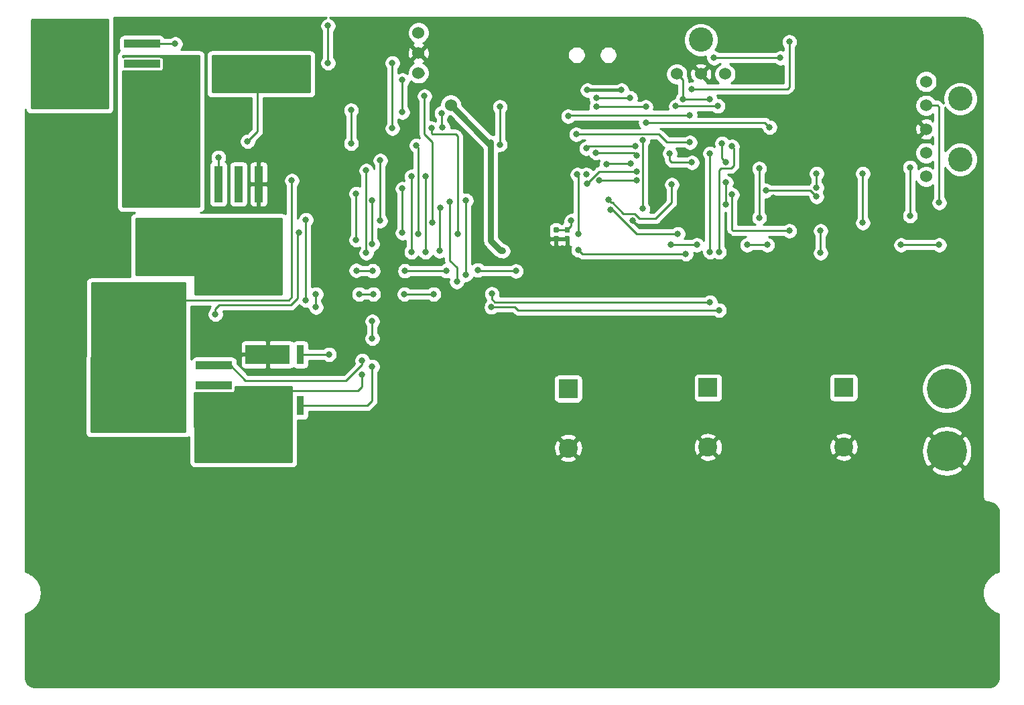
<source format=gbr>
G04 #@! TF.GenerationSoftware,KiCad,Pcbnew,(5.1.4)-1*
G04 #@! TF.CreationDate,2021-08-24T20:52:13-05:00*
G04 #@! TF.ProjectId,Mocos_2021,4d6f636f-735f-4323-9032-312e6b696361,rev?*
G04 #@! TF.SameCoordinates,Original*
G04 #@! TF.FileFunction,Copper,L2,Bot*
G04 #@! TF.FilePolarity,Positive*
%FSLAX46Y46*%
G04 Gerber Fmt 4.6, Leading zero omitted, Abs format (unit mm)*
G04 Created by KiCad (PCBNEW (5.1.4)-1) date 2021-08-24 20:52:13*
%MOMM*%
%LPD*%
G04 APERTURE LIST*
%ADD10R,4.600001X1.100000*%
%ADD11R,4.600000X1.100000*%
%ADD12R,9.399999X10.800001*%
%ADD13R,1.100000X4.600001*%
%ADD14R,1.100000X4.600000*%
%ADD15R,10.800001X9.399999*%
%ADD16R,0.889000X2.438400*%
%ADD17R,5.588000X2.438400*%
%ADD18C,1.524000*%
%ADD19C,3.073400*%
%ADD20C,5.080000*%
%ADD21C,2.400000*%
%ADD22R,2.400000X2.400000*%
%ADD23C,0.100000*%
%ADD24C,0.620000*%
%ADD25C,0.800000*%
%ADD26C,2.032000*%
%ADD27C,0.254000*%
%ADD28C,0.762000*%
%ADD29C,5.080000*%
%ADD30C,0.381000*%
%ADD31C,0.250000*%
G04 APERTURE END LIST*
D10*
X89087000Y-113919000D03*
X89087000Y-116459000D03*
D11*
X89087000Y-118999000D03*
D12*
X79937000Y-116459000D03*
D13*
X89662000Y-90999000D03*
X92202000Y-90999000D03*
D14*
X94742000Y-90999000D03*
D15*
X92202000Y-100149000D03*
D10*
X80016000Y-73279000D03*
X80016000Y-75819000D03*
D11*
X80016000Y-78359000D03*
D12*
X70866000Y-75819000D03*
D16*
X100012500Y-112522000D03*
X100012500Y-118999000D03*
D17*
X95885000Y-112522000D03*
X95885000Y-118999000D03*
D18*
X114935000Y-71882000D03*
X114935000Y-74422000D03*
X114935000Y-76962000D03*
X179070000Y-87045800D03*
X179070000Y-84048600D03*
D19*
X183388000Y-80213200D03*
D18*
X179070000Y-81051400D03*
X179070000Y-78054200D03*
D19*
X183388000Y-87884000D03*
D18*
X179070000Y-90043000D03*
X153670000Y-77089000D03*
D19*
X150622000Y-72771000D03*
D18*
X150622000Y-77089000D03*
X147574000Y-77089000D03*
D20*
X181685600Y-116840000D03*
X181685600Y-124714000D03*
X82677000Y-91059000D03*
X82677000Y-98933000D03*
X82677000Y-106807000D03*
D21*
X133858000Y-124340000D03*
D22*
X133858000Y-116840000D03*
D21*
X151511000Y-124213000D03*
D22*
X151511000Y-116713000D03*
D21*
X168656000Y-124206000D03*
D22*
X168656000Y-116706000D03*
D23*
G36*
X133901193Y-97542246D02*
G01*
X133916239Y-97544478D01*
X133930994Y-97548174D01*
X133945316Y-97553299D01*
X133959066Y-97559802D01*
X133972113Y-97567622D01*
X133984331Y-97576683D01*
X133995602Y-97586898D01*
X134005817Y-97598169D01*
X134014878Y-97610387D01*
X134022698Y-97623434D01*
X134029201Y-97637184D01*
X134034326Y-97651506D01*
X134038022Y-97666261D01*
X134040254Y-97681307D01*
X134041000Y-97696500D01*
X134041000Y-98121500D01*
X134040254Y-98136693D01*
X134038022Y-98151739D01*
X134034326Y-98166494D01*
X134029201Y-98180816D01*
X134022698Y-98194566D01*
X134014878Y-98207613D01*
X134005817Y-98219831D01*
X133995602Y-98231102D01*
X133984331Y-98241317D01*
X133972113Y-98250378D01*
X133959066Y-98258198D01*
X133945316Y-98264701D01*
X133930994Y-98269826D01*
X133916239Y-98273522D01*
X133901193Y-98275754D01*
X133886000Y-98276500D01*
X133576000Y-98276500D01*
X133560807Y-98275754D01*
X133545761Y-98273522D01*
X133531006Y-98269826D01*
X133516684Y-98264701D01*
X133502934Y-98258198D01*
X133489887Y-98250378D01*
X133477669Y-98241317D01*
X133466398Y-98231102D01*
X133456183Y-98219831D01*
X133447122Y-98207613D01*
X133439302Y-98194566D01*
X133432799Y-98180816D01*
X133427674Y-98166494D01*
X133423978Y-98151739D01*
X133421746Y-98136693D01*
X133421000Y-98121500D01*
X133421000Y-97696500D01*
X133421746Y-97681307D01*
X133423978Y-97666261D01*
X133427674Y-97651506D01*
X133432799Y-97637184D01*
X133439302Y-97623434D01*
X133447122Y-97610387D01*
X133456183Y-97598169D01*
X133466398Y-97586898D01*
X133477669Y-97576683D01*
X133489887Y-97567622D01*
X133502934Y-97559802D01*
X133516684Y-97553299D01*
X133531006Y-97548174D01*
X133545761Y-97544478D01*
X133560807Y-97542246D01*
X133576000Y-97541500D01*
X133886000Y-97541500D01*
X133901193Y-97542246D01*
X133901193Y-97542246D01*
G37*
D24*
X133731000Y-97909000D03*
D23*
G36*
X133901193Y-96407246D02*
G01*
X133916239Y-96409478D01*
X133930994Y-96413174D01*
X133945316Y-96418299D01*
X133959066Y-96424802D01*
X133972113Y-96432622D01*
X133984331Y-96441683D01*
X133995602Y-96451898D01*
X134005817Y-96463169D01*
X134014878Y-96475387D01*
X134022698Y-96488434D01*
X134029201Y-96502184D01*
X134034326Y-96516506D01*
X134038022Y-96531261D01*
X134040254Y-96546307D01*
X134041000Y-96561500D01*
X134041000Y-96986500D01*
X134040254Y-97001693D01*
X134038022Y-97016739D01*
X134034326Y-97031494D01*
X134029201Y-97045816D01*
X134022698Y-97059566D01*
X134014878Y-97072613D01*
X134005817Y-97084831D01*
X133995602Y-97096102D01*
X133984331Y-97106317D01*
X133972113Y-97115378D01*
X133959066Y-97123198D01*
X133945316Y-97129701D01*
X133930994Y-97134826D01*
X133916239Y-97138522D01*
X133901193Y-97140754D01*
X133886000Y-97141500D01*
X133576000Y-97141500D01*
X133560807Y-97140754D01*
X133545761Y-97138522D01*
X133531006Y-97134826D01*
X133516684Y-97129701D01*
X133502934Y-97123198D01*
X133489887Y-97115378D01*
X133477669Y-97106317D01*
X133466398Y-97096102D01*
X133456183Y-97084831D01*
X133447122Y-97072613D01*
X133439302Y-97059566D01*
X133432799Y-97045816D01*
X133427674Y-97031494D01*
X133423978Y-97016739D01*
X133421746Y-97001693D01*
X133421000Y-96986500D01*
X133421000Y-96561500D01*
X133421746Y-96546307D01*
X133423978Y-96531261D01*
X133427674Y-96516506D01*
X133432799Y-96502184D01*
X133439302Y-96488434D01*
X133447122Y-96475387D01*
X133456183Y-96463169D01*
X133466398Y-96451898D01*
X133477669Y-96441683D01*
X133489887Y-96432622D01*
X133502934Y-96424802D01*
X133516684Y-96418299D01*
X133531006Y-96413174D01*
X133545761Y-96409478D01*
X133560807Y-96407246D01*
X133576000Y-96406500D01*
X133886000Y-96406500D01*
X133901193Y-96407246D01*
X133901193Y-96407246D01*
G37*
D24*
X133731000Y-96774000D03*
D23*
G36*
X132504193Y-97542246D02*
G01*
X132519239Y-97544478D01*
X132533994Y-97548174D01*
X132548316Y-97553299D01*
X132562066Y-97559802D01*
X132575113Y-97567622D01*
X132587331Y-97576683D01*
X132598602Y-97586898D01*
X132608817Y-97598169D01*
X132617878Y-97610387D01*
X132625698Y-97623434D01*
X132632201Y-97637184D01*
X132637326Y-97651506D01*
X132641022Y-97666261D01*
X132643254Y-97681307D01*
X132644000Y-97696500D01*
X132644000Y-98121500D01*
X132643254Y-98136693D01*
X132641022Y-98151739D01*
X132637326Y-98166494D01*
X132632201Y-98180816D01*
X132625698Y-98194566D01*
X132617878Y-98207613D01*
X132608817Y-98219831D01*
X132598602Y-98231102D01*
X132587331Y-98241317D01*
X132575113Y-98250378D01*
X132562066Y-98258198D01*
X132548316Y-98264701D01*
X132533994Y-98269826D01*
X132519239Y-98273522D01*
X132504193Y-98275754D01*
X132489000Y-98276500D01*
X132179000Y-98276500D01*
X132163807Y-98275754D01*
X132148761Y-98273522D01*
X132134006Y-98269826D01*
X132119684Y-98264701D01*
X132105934Y-98258198D01*
X132092887Y-98250378D01*
X132080669Y-98241317D01*
X132069398Y-98231102D01*
X132059183Y-98219831D01*
X132050122Y-98207613D01*
X132042302Y-98194566D01*
X132035799Y-98180816D01*
X132030674Y-98166494D01*
X132026978Y-98151739D01*
X132024746Y-98136693D01*
X132024000Y-98121500D01*
X132024000Y-97696500D01*
X132024746Y-97681307D01*
X132026978Y-97666261D01*
X132030674Y-97651506D01*
X132035799Y-97637184D01*
X132042302Y-97623434D01*
X132050122Y-97610387D01*
X132059183Y-97598169D01*
X132069398Y-97586898D01*
X132080669Y-97576683D01*
X132092887Y-97567622D01*
X132105934Y-97559802D01*
X132119684Y-97553299D01*
X132134006Y-97548174D01*
X132148761Y-97544478D01*
X132163807Y-97542246D01*
X132179000Y-97541500D01*
X132489000Y-97541500D01*
X132504193Y-97542246D01*
X132504193Y-97542246D01*
G37*
D24*
X132334000Y-97909000D03*
D23*
G36*
X132504193Y-96407246D02*
G01*
X132519239Y-96409478D01*
X132533994Y-96413174D01*
X132548316Y-96418299D01*
X132562066Y-96424802D01*
X132575113Y-96432622D01*
X132587331Y-96441683D01*
X132598602Y-96451898D01*
X132608817Y-96463169D01*
X132617878Y-96475387D01*
X132625698Y-96488434D01*
X132632201Y-96502184D01*
X132637326Y-96516506D01*
X132641022Y-96531261D01*
X132643254Y-96546307D01*
X132644000Y-96561500D01*
X132644000Y-96986500D01*
X132643254Y-97001693D01*
X132641022Y-97016739D01*
X132637326Y-97031494D01*
X132632201Y-97045816D01*
X132625698Y-97059566D01*
X132617878Y-97072613D01*
X132608817Y-97084831D01*
X132598602Y-97096102D01*
X132587331Y-97106317D01*
X132575113Y-97115378D01*
X132562066Y-97123198D01*
X132548316Y-97129701D01*
X132533994Y-97134826D01*
X132519239Y-97138522D01*
X132504193Y-97140754D01*
X132489000Y-97141500D01*
X132179000Y-97141500D01*
X132163807Y-97140754D01*
X132148761Y-97138522D01*
X132134006Y-97134826D01*
X132119684Y-97129701D01*
X132105934Y-97123198D01*
X132092887Y-97115378D01*
X132080669Y-97106317D01*
X132069398Y-97096102D01*
X132059183Y-97084831D01*
X132050122Y-97072613D01*
X132042302Y-97059566D01*
X132035799Y-97045816D01*
X132030674Y-97031494D01*
X132026978Y-97016739D01*
X132024746Y-97001693D01*
X132024000Y-96986500D01*
X132024000Y-96561500D01*
X132024746Y-96546307D01*
X132026978Y-96531261D01*
X132030674Y-96516506D01*
X132035799Y-96502184D01*
X132042302Y-96488434D01*
X132050122Y-96475387D01*
X132059183Y-96463169D01*
X132069398Y-96451898D01*
X132080669Y-96441683D01*
X132092887Y-96432622D01*
X132105934Y-96424802D01*
X132119684Y-96418299D01*
X132134006Y-96413174D01*
X132148761Y-96409478D01*
X132163807Y-96407246D01*
X132179000Y-96406500D01*
X132489000Y-96406500D01*
X132504193Y-96407246D01*
X132504193Y-96407246D01*
G37*
D24*
X132334000Y-96774000D03*
D25*
X160655000Y-105410000D03*
X182880000Y-105410000D03*
X100330000Y-84455000D03*
X98425000Y-84455000D03*
X95885000Y-84455000D03*
X129032000Y-97663000D03*
X127889000Y-97663000D03*
X129032000Y-96012000D03*
X127889000Y-96012000D03*
X129032000Y-94488000D03*
X127889000Y-94488000D03*
X129032000Y-92964000D03*
X127889000Y-92964000D03*
X126619000Y-92964000D03*
X126619000Y-94488000D03*
X126619000Y-96012000D03*
X126619000Y-97663000D03*
X129032000Y-91567000D03*
X127889000Y-91567000D03*
X126619000Y-91567000D03*
X159766000Y-95377000D03*
X154559000Y-81534000D03*
X132588000Y-86233000D03*
X141986000Y-95631000D03*
X132334000Y-78105000D03*
X160147000Y-77724000D03*
X154178000Y-97663000D03*
X165100000Y-105410000D03*
X167640000Y-105410000D03*
X170180000Y-105410000D03*
X172720000Y-105410000D03*
X175260000Y-105410000D03*
X177800000Y-105410000D03*
X172720000Y-102870000D03*
X175260000Y-102870000D03*
X177800000Y-102870000D03*
X170180000Y-102870000D03*
X167640000Y-102870000D03*
X165100000Y-102870000D03*
X162560000Y-102870000D03*
X162560000Y-100330000D03*
X180340000Y-102870000D03*
X182880000Y-102870000D03*
X185420000Y-102870000D03*
X180340000Y-100330000D03*
X182880000Y-100330000D03*
X185420000Y-100330000D03*
X182880000Y-97790000D03*
X185420000Y-97790000D03*
X182880000Y-95250000D03*
X185420000Y-95250000D03*
X182880000Y-92710000D03*
X185420000Y-92710000D03*
X172720000Y-92075000D03*
X175260000Y-92075000D03*
X132080000Y-83820000D03*
X132080000Y-82550000D03*
X130810000Y-82550000D03*
X130810000Y-83820000D03*
X127000000Y-83820000D03*
X118110000Y-74295000D03*
X120650000Y-74295000D03*
X123190000Y-74295000D03*
X125730000Y-74295000D03*
X127635000Y-74295000D03*
X127635000Y-76835000D03*
X125730000Y-76835000D03*
X123190000Y-76835000D03*
X120650000Y-76835000D03*
X118110000Y-76835000D03*
X127635000Y-78740000D03*
X125730000Y-78740000D03*
X123190000Y-78740000D03*
X120650000Y-78740000D03*
X123190000Y-81280000D03*
X118110000Y-70485000D03*
X120650000Y-70485000D03*
X123190000Y-70485000D03*
X125730000Y-70485000D03*
X127635000Y-70485000D03*
X130175000Y-70485000D03*
X135255000Y-70485000D03*
X139065000Y-70485000D03*
X139065000Y-71755000D03*
X139065000Y-73025000D03*
X137160000Y-73025000D03*
X135255000Y-73025000D03*
X135255000Y-71755000D03*
X137160000Y-71755000D03*
X137160000Y-70485000D03*
X104775000Y-74295000D03*
X107315000Y-74295000D03*
X109855000Y-74295000D03*
X112395000Y-74295000D03*
X168275000Y-97790000D03*
X170815000Y-97790000D03*
X173355000Y-97790000D03*
X170815000Y-99060000D03*
X173355000Y-99060000D03*
X165735000Y-95250000D03*
X173990000Y-92075000D03*
X130175000Y-99060000D03*
X127635000Y-99060000D03*
X127635000Y-100330000D03*
X130175000Y-100330000D03*
X128905000Y-99060000D03*
X128905000Y-100330000D03*
X128905000Y-101600000D03*
X130175000Y-101600000D03*
X126365000Y-90170000D03*
X128905000Y-90170000D03*
X128905000Y-88900000D03*
X126365000Y-88900000D03*
X126365000Y-86995000D03*
X127635000Y-86995000D03*
X127635000Y-88900000D03*
X127635000Y-90170000D03*
X123825000Y-83185000D03*
X138430000Y-100965000D03*
X140970000Y-100965000D03*
X143510000Y-100965000D03*
X146050000Y-100965000D03*
X150495000Y-100965000D03*
X138430000Y-102870000D03*
X140970000Y-102870000D03*
X143510000Y-102870000D03*
X146050000Y-102870000D03*
X150495000Y-102870000D03*
X148590000Y-102870000D03*
X95250000Y-86995000D03*
X97790000Y-86995000D03*
X100330000Y-86995000D03*
X102870000Y-86995000D03*
X105410000Y-86995000D03*
X97790000Y-88900000D03*
X100330000Y-88900000D03*
X102870000Y-88900000D03*
X105410000Y-88900000D03*
X104140000Y-84455000D03*
X107950000Y-84455000D03*
X86360000Y-73025000D03*
X88900000Y-73025000D03*
X91440000Y-73025000D03*
X93980000Y-73025000D03*
X96520000Y-73025000D03*
X99060000Y-73025000D03*
X101600000Y-73025000D03*
X159611060Y-88038940D03*
X166370000Y-88265000D03*
X168910000Y-88265000D03*
X171450000Y-88265000D03*
X173990000Y-88265000D03*
X166370000Y-83820000D03*
X168910000Y-83820000D03*
X171450000Y-83820000D03*
X173990000Y-83820000D03*
X168910000Y-81280000D03*
X171450000Y-81280000D03*
X173990000Y-81280000D03*
X176530000Y-81280000D03*
X176530000Y-83820000D03*
X176530000Y-86360000D03*
X173990000Y-86360000D03*
X171450000Y-86360000D03*
X168910000Y-86360000D03*
X166370000Y-86360000D03*
X163830000Y-88265000D03*
X168910000Y-78740000D03*
X171450000Y-78740000D03*
X173990000Y-78740000D03*
X176530000Y-78740000D03*
X171450000Y-76200000D03*
X173990000Y-76200000D03*
X176530000Y-76200000D03*
X171450000Y-73660000D03*
X173990000Y-73660000D03*
X176530000Y-73660000D03*
X171450000Y-71120000D03*
X173990000Y-71120000D03*
X176530000Y-71120000D03*
X168910000Y-71120000D03*
X166370000Y-78740000D03*
X163830000Y-78740000D03*
X166370000Y-71120000D03*
X163830000Y-71120000D03*
X161290000Y-71120000D03*
X158750000Y-71120000D03*
X156210000Y-71120000D03*
X153670000Y-71120000D03*
X153670000Y-73660000D03*
X156210000Y-73660000D03*
X158750000Y-73660000D03*
X156210000Y-76835000D03*
X143510000Y-70485000D03*
X146050000Y-70485000D03*
X148590000Y-70485000D03*
X143510000Y-73025000D03*
X146050000Y-73025000D03*
X146050000Y-75565000D03*
X149225000Y-75565000D03*
X147955000Y-73025000D03*
X146050000Y-78740000D03*
X143510000Y-78740000D03*
X143510000Y-76835000D03*
X140970000Y-77470000D03*
X159766000Y-92710000D03*
X172720000Y-107315000D03*
X170180000Y-107315000D03*
X165100000Y-107315000D03*
X156210000Y-107315000D03*
X156210000Y-105410000D03*
X156210000Y-103505000D03*
X180340000Y-107950000D03*
X182880000Y-107950000D03*
X185420000Y-107950000D03*
X150495000Y-104775000D03*
X148590000Y-104775000D03*
X146050000Y-104775000D03*
X143510000Y-104775000D03*
X140970000Y-104775000D03*
X138430000Y-104775000D03*
X135890000Y-104775000D03*
X133350000Y-104775000D03*
X130810000Y-104775000D03*
X130810000Y-102870000D03*
X157988000Y-89027000D03*
X157988000Y-95250000D03*
D26*
X74295000Y-73025000D03*
X74295000Y-78105000D03*
X72390000Y-79375000D03*
X69850000Y-79375000D03*
X67310000Y-79375000D03*
X72390000Y-76835000D03*
X69850000Y-76835000D03*
X67310000Y-76835000D03*
X72390000Y-74295000D03*
X69850000Y-74295000D03*
X67310000Y-74295000D03*
X72390000Y-71755000D03*
X69850000Y-71755000D03*
X67310000Y-71755000D03*
D25*
X125603000Y-99441000D03*
X124079000Y-86106000D03*
D18*
X119024400Y-81026000D03*
D25*
X153736040Y-93538040D03*
X146685000Y-87122000D03*
X135158480Y-97312480D03*
X135001000Y-89789000D03*
X137414000Y-80137000D03*
X153797000Y-90805000D03*
X153289000Y-85852000D03*
X153797000Y-88265000D03*
X149479000Y-88265000D03*
X141681200Y-80111600D03*
X134239000Y-95631000D03*
D26*
X83185000Y-78740000D03*
X83185000Y-81280000D03*
X80645000Y-81280000D03*
X80645000Y-83820000D03*
X83185000Y-83820000D03*
X85725000Y-83820000D03*
X85725000Y-81280000D03*
X85725000Y-78740000D03*
X85725000Y-76200000D03*
X80645000Y-86360000D03*
X83185000Y-86360000D03*
X85725000Y-86360000D03*
D25*
X109093000Y-93091000D03*
X109093000Y-98552000D03*
D26*
X96520000Y-101600000D03*
X93980000Y-101600000D03*
X91440000Y-101600000D03*
X96520000Y-99060000D03*
X93980000Y-99060000D03*
X91440000Y-99060000D03*
X88900000Y-99060000D03*
X96520000Y-96520000D03*
X93980000Y-96520000D03*
X91440000Y-96520000D03*
X88900000Y-96520000D03*
X86360000Y-96520000D03*
D25*
X118872000Y-93218000D03*
X119786400Y-103327200D03*
D26*
X80010000Y-112395000D03*
X77470000Y-112395000D03*
X74930000Y-112395000D03*
X80010000Y-114935000D03*
X77470000Y-114935000D03*
X74930000Y-114935000D03*
X74930000Y-109855000D03*
X77470000Y-109855000D03*
X74930000Y-107315000D03*
X77470000Y-107315000D03*
X77470000Y-104775000D03*
X74930000Y-104775000D03*
D25*
X98933000Y-90551000D03*
X125222000Y-86004400D03*
X125222000Y-81229200D03*
X165227000Y-92583000D03*
X158877000Y-91821000D03*
X165227000Y-91440000D03*
X165227000Y-89662000D03*
X171069000Y-89662000D03*
X171069000Y-95885000D03*
X140589000Y-79121000D03*
X136271000Y-79121000D03*
X147447000Y-81153000D03*
X152745440Y-81117440D03*
X148336000Y-80264000D03*
X151765000Y-80264000D03*
X146812000Y-98679000D03*
X159004000Y-98679000D03*
X156464000Y-98679000D03*
X150114000Y-98679000D03*
X180721000Y-98679000D03*
X180721000Y-93345000D03*
X175895000Y-98679000D03*
X154559000Y-92329000D03*
X177038000Y-94996000D03*
X177038000Y-88900000D03*
X165735000Y-99695000D03*
X165735000Y-96901000D03*
X161798000Y-96901000D03*
X84201000Y-73279000D03*
D26*
X90932000Y-75946000D03*
X93980000Y-75946000D03*
X96774000Y-75946000D03*
X99314000Y-75946000D03*
D25*
X93345000Y-85598000D03*
X116713000Y-95885000D03*
X115697000Y-79883000D03*
X106426000Y-81661000D03*
X106426000Y-85852000D03*
X89662000Y-87630000D03*
X115824000Y-90043000D03*
X107823000Y-115062000D03*
X115824000Y-99568000D03*
X107823000Y-113284000D03*
X149479000Y-78994000D03*
X161798000Y-73025000D03*
X152273000Y-75057000D03*
X160655000Y-75057000D03*
X127254000Y-101981000D03*
X122428000Y-101854000D03*
X124206000Y-104851200D03*
X151765000Y-99568000D03*
X151765000Y-87122000D03*
X151765000Y-105918000D03*
X124155200Y-106527600D03*
X152908000Y-106934000D03*
X152908000Y-99568000D03*
X154559000Y-86233000D03*
X137414000Y-81229200D03*
X143662400Y-81229200D03*
X143662400Y-83210400D03*
X159308800Y-83820000D03*
X119888000Y-97282000D03*
X103505000Y-70993000D03*
X103505000Y-75692000D03*
X111633000Y-75692000D03*
X111633000Y-83947000D03*
X116586000Y-83947000D03*
X114681000Y-86106000D03*
X114935000Y-97282000D03*
X117729000Y-93980000D03*
X101981000Y-106553000D03*
X101981000Y-104902000D03*
X107442000Y-104902000D03*
X109220000Y-104902000D03*
X113157000Y-104902000D03*
X116840000Y-104902000D03*
X117602000Y-99441000D03*
X120954800Y-93065600D03*
X107061000Y-92202000D03*
X107061000Y-98044000D03*
X120954800Y-102412800D03*
X118465600Y-101955600D03*
X113233200Y-101955600D03*
X109169200Y-101955600D03*
X107086400Y-101904800D03*
X112903000Y-91567000D03*
X89281000Y-107442000D03*
X99822000Y-97155000D03*
X112903000Y-97155000D03*
X114046000Y-90043000D03*
X114046000Y-99568000D03*
X149225000Y-82296000D03*
X133858000Y-82423000D03*
X149225000Y-85725000D03*
X134874000Y-84709000D03*
X148717000Y-99822000D03*
X135128000Y-99314000D03*
X142367000Y-86233000D03*
X136144000Y-89789000D03*
X136144000Y-86487000D03*
X136271000Y-90932000D03*
X142494000Y-89408000D03*
X137370820Y-87038180D03*
X142494000Y-87376000D03*
X142494000Y-90551000D03*
X137795000Y-90551000D03*
X141732000Y-88392000D03*
X138684000Y-88519000D03*
X147701000Y-97282000D03*
X139192000Y-94234000D03*
X143256000Y-94107000D03*
X143256000Y-85471000D03*
X138938000Y-92964000D03*
X146939000Y-91059000D03*
X117983000Y-83820000D03*
X117856000Y-82042000D03*
X112903000Y-81915000D03*
X112903000Y-77851000D03*
X110109000Y-88011000D03*
X110109000Y-95631000D03*
X100711000Y-95504000D03*
X100711000Y-105664000D03*
X103632000Y-112522000D03*
X108331000Y-89281000D03*
X108331000Y-99695000D03*
X109093000Y-108331000D03*
X109093000Y-110490000D03*
X109093000Y-114046000D03*
D27*
X159766000Y-92710000D02*
X159766000Y-95377000D01*
X157988000Y-89027000D02*
X157988000Y-95250000D01*
D28*
X125603000Y-99441000D02*
X125349000Y-99441000D01*
X124079000Y-98171000D02*
X124079000Y-86106000D01*
X125349000Y-99441000D02*
X124079000Y-98171000D01*
X124079000Y-86106000D02*
X124079000Y-85725000D01*
X115316000Y-76962000D02*
X114935000Y-76962000D01*
X124079000Y-86106000D02*
X124079000Y-86080600D01*
X124079000Y-86080600D02*
X119024400Y-81026000D01*
D27*
X153705560Y-93507560D02*
X153736040Y-93538040D01*
X135158480Y-89946480D02*
X135158480Y-97312480D01*
X135001000Y-89789000D02*
X135158480Y-89946480D01*
X153797000Y-93477080D02*
X153736040Y-93538040D01*
X153797000Y-90805000D02*
X153797000Y-93477080D01*
X146685000Y-87122000D02*
X146685000Y-87249000D01*
X153289000Y-85852000D02*
X153289000Y-87757000D01*
X153289000Y-87757000D02*
X153797000Y-88265000D01*
X146685000Y-88011000D02*
X146685000Y-87122000D01*
X146939000Y-88265000D02*
X146685000Y-88011000D01*
X146939000Y-88265000D02*
X149479000Y-88265000D01*
X137414000Y-80137000D02*
X141655800Y-80137000D01*
X141655800Y-80137000D02*
X141681200Y-80111600D01*
X134239000Y-96266000D02*
X133731000Y-96774000D01*
X134239000Y-95631000D02*
X134239000Y-96266000D01*
X133731000Y-96774000D02*
X132334000Y-96774000D01*
X109093000Y-93091000D02*
X109093000Y-98552000D01*
D29*
X93853000Y-98933000D02*
X93980000Y-99060000D01*
X82677000Y-98933000D02*
X93853000Y-98933000D01*
D27*
X118872000Y-93218000D02*
X118872000Y-100634800D01*
X118872000Y-100634800D02*
X119786400Y-101549200D01*
X119786400Y-101549200D02*
X119786400Y-103327200D01*
D29*
X77978000Y-106807000D02*
X77470000Y-107315000D01*
X82677000Y-106807000D02*
X77978000Y-106807000D01*
X77470000Y-114681000D02*
X78359000Y-115570000D01*
X77470000Y-107315000D02*
X77470000Y-114681000D01*
D27*
X83820000Y-105664000D02*
X82677000Y-106807000D01*
X98552000Y-105664000D02*
X83820000Y-105664000D01*
X98933000Y-90551000D02*
X98933000Y-105283000D01*
X98933000Y-105283000D02*
X98552000Y-105664000D01*
X125222000Y-86004400D02*
X125222000Y-81229200D01*
X164465000Y-91821000D02*
X165227000Y-92583000D01*
X158877000Y-91821000D02*
X164465000Y-91821000D01*
X165227000Y-91440000D02*
X165227000Y-89662000D01*
X171069000Y-89662000D02*
X171069000Y-95885000D01*
X171069000Y-95885000D02*
X171069000Y-95885000D01*
D30*
X140589000Y-79121000D02*
X136271000Y-79121000D01*
D27*
X147482560Y-81117440D02*
X152745440Y-81117440D01*
X147447000Y-81153000D02*
X147482560Y-81117440D01*
X148336000Y-80264000D02*
X151384000Y-80264000D01*
X148336000Y-77851000D02*
X147574000Y-77089000D01*
X148336000Y-80264000D02*
X148336000Y-77851000D01*
X151384000Y-80264000D02*
X151765000Y-80264000D01*
X157226000Y-98679000D02*
X159004000Y-98679000D01*
X180492400Y-81051400D02*
X179070000Y-81051400D01*
X180721000Y-81280000D02*
X180492400Y-81051400D01*
X157226000Y-98679000D02*
X156464000Y-98679000D01*
X150114000Y-98679000D02*
X146812000Y-98679000D01*
X180721000Y-93345000D02*
X180721000Y-81280000D01*
X175895000Y-98679000D02*
X180721000Y-98679000D01*
D31*
X178993800Y-87122000D02*
X179070000Y-87045800D01*
D27*
X154559000Y-92329000D02*
X154559000Y-96774000D01*
X154559000Y-96774000D02*
X154686000Y-96901000D01*
X177038000Y-94996000D02*
X177038000Y-89408000D01*
X177038000Y-89408000D02*
X177038000Y-88900000D01*
X165735000Y-99695000D02*
X165735000Y-96901000D01*
X161798000Y-96901000D02*
X154686000Y-96901000D01*
X80016000Y-73279000D02*
X84201000Y-73279000D01*
X93345000Y-85598000D02*
X94615000Y-84328000D01*
X94615000Y-76581000D02*
X93980000Y-75946000D01*
X94615000Y-84328000D02*
X94615000Y-76581000D01*
X116713000Y-95885000D02*
X116713000Y-85725000D01*
X116713000Y-85725000D02*
X115697000Y-84709000D01*
X115697000Y-84709000D02*
X115697000Y-79883000D01*
X106426000Y-81661000D02*
X106426000Y-85852000D01*
X89662000Y-90999000D02*
X89662000Y-87630000D01*
X95885000Y-118999000D02*
X95885000Y-117983000D01*
X95885000Y-117983000D02*
X96774000Y-117094000D01*
X96774000Y-117094000D02*
X107315000Y-117094000D01*
X107823000Y-116586000D02*
X107823000Y-115062000D01*
X107315000Y-117094000D02*
X107823000Y-116586000D01*
X115824000Y-90043000D02*
X115824000Y-99568000D01*
X107823000Y-113792000D02*
X107823000Y-113284000D01*
X105791000Y-115824000D02*
X107823000Y-113792000D01*
X93091000Y-115824000D02*
X105791000Y-115824000D01*
X89087000Y-113919000D02*
X91186000Y-113919000D01*
X91186000Y-113919000D02*
X93091000Y-115824000D01*
X149479000Y-78994000D02*
X161544000Y-78994000D01*
X161544000Y-78994000D02*
X161798000Y-78740000D01*
X161798000Y-78740000D02*
X161798000Y-73025000D01*
X152273000Y-75057000D02*
X160655000Y-75057000D01*
X127254000Y-101981000D02*
X122555000Y-101981000D01*
X122555000Y-101981000D02*
X122428000Y-101854000D01*
X151765000Y-99568000D02*
X151765000Y-87122000D01*
X151765000Y-105918000D02*
X124587000Y-105918000D01*
X124206000Y-105537000D02*
X124206000Y-104851200D01*
X124587000Y-105918000D02*
X124206000Y-105537000D01*
X127508000Y-106934000D02*
X152908000Y-106934000D01*
X124155200Y-106527600D02*
X127101600Y-106527600D01*
X127101600Y-106527600D02*
X127508000Y-106934000D01*
X152908000Y-106934000D02*
X152908000Y-106934000D01*
X152908000Y-99568000D02*
X152908000Y-89408000D01*
X152908000Y-89408000D02*
X152908000Y-89281000D01*
X152908000Y-89281000D02*
X153162000Y-89027000D01*
X153162000Y-89027000D02*
X154432000Y-89027000D01*
X154432000Y-89027000D02*
X154813000Y-88646000D01*
X154813000Y-88646000D02*
X154813000Y-86487000D01*
X154813000Y-86487000D02*
X154559000Y-86233000D01*
X137414000Y-81229200D02*
X143662400Y-81229200D01*
X143662400Y-83210400D02*
X158699200Y-83210400D01*
X158699200Y-83210400D02*
X159308800Y-83820000D01*
X103505000Y-70993000D02*
X103505000Y-75692000D01*
X111633000Y-75692000D02*
X111633000Y-83947000D01*
X119888000Y-97282000D02*
X119888000Y-84963000D01*
X119888000Y-84963000D02*
X119634000Y-84709000D01*
X119634000Y-84709000D02*
X116713000Y-84709000D01*
X116586000Y-84582000D02*
X116586000Y-83947000D01*
X116713000Y-84709000D02*
X116586000Y-84582000D01*
X114681000Y-86106000D02*
X114935000Y-86360000D01*
X114935000Y-86360000D02*
X114935000Y-97282000D01*
X101981000Y-106553000D02*
X101981000Y-104902000D01*
X107442000Y-104902000D02*
X109220000Y-104902000D01*
X113157000Y-104902000D02*
X116840000Y-104902000D01*
X117602000Y-94107000D02*
X117729000Y-93980000D01*
X117602000Y-99441000D02*
X117602000Y-94107000D01*
X107061000Y-92202000D02*
X107061000Y-98044000D01*
X120954800Y-93065600D02*
X120954800Y-102412800D01*
X118465600Y-101955600D02*
X113233200Y-101955600D01*
X109169200Y-101955600D02*
X107137200Y-101955600D01*
X107137200Y-101955600D02*
X107086400Y-101904800D01*
X112903000Y-91567000D02*
X112903000Y-97155000D01*
X89281000Y-107442000D02*
X89281000Y-106807000D01*
X89281000Y-106807000D02*
X89789000Y-106299000D01*
X89789000Y-106299000D02*
X98806000Y-106299000D01*
X98806000Y-106299000D02*
X99695000Y-105410000D01*
X99695000Y-105410000D02*
X99695000Y-97282000D01*
X99695000Y-97282000D02*
X99822000Y-97155000D01*
X114046000Y-97155000D02*
X114046000Y-90043000D01*
X114046000Y-97155000D02*
X114046000Y-99568000D01*
X149225000Y-82296000D02*
X134239000Y-82296000D01*
X134239000Y-82296000D02*
X133985000Y-82296000D01*
X133985000Y-82296000D02*
X133858000Y-82423000D01*
X149225000Y-85725000D02*
X146304000Y-85725000D01*
X146304000Y-85725000D02*
X145288000Y-84709000D01*
X145288000Y-84709000D02*
X142240000Y-84709000D01*
X142240000Y-84709000D02*
X134874000Y-84709000D01*
X141224000Y-99822000D02*
X148717000Y-99822000D01*
X135128000Y-99314000D02*
X135636000Y-99822000D01*
X135636000Y-99822000D02*
X141224000Y-99822000D01*
X136398000Y-86233000D02*
X136144000Y-86487000D01*
X142367000Y-86233000D02*
X136398000Y-86233000D01*
X136271000Y-90932000D02*
X137160000Y-90043000D01*
X137160000Y-90043000D02*
X137668000Y-89535000D01*
X137668000Y-89535000D02*
X137795000Y-89408000D01*
X142494000Y-89408000D02*
X137795000Y-89408000D01*
X142156180Y-87038180D02*
X137370820Y-87038180D01*
X142494000Y-87376000D02*
X142156180Y-87038180D01*
X142494000Y-90551000D02*
X139573000Y-90551000D01*
X137795000Y-90551000D02*
X139573000Y-90551000D01*
X141732000Y-88392000D02*
X138811000Y-88392000D01*
X138811000Y-88392000D02*
X138684000Y-88519000D01*
X143129000Y-97282000D02*
X147701000Y-97282000D01*
X143129000Y-97282000D02*
X142494000Y-97282000D01*
X142494000Y-97282000D02*
X139446000Y-94234000D01*
X139446000Y-94234000D02*
X139192000Y-94234000D01*
X143256000Y-94107000D02*
X143256000Y-87249000D01*
X143256000Y-87249000D02*
X143256000Y-85471000D01*
X139319000Y-93345000D02*
X138938000Y-92964000D01*
X139446000Y-93345000D02*
X139319000Y-93345000D01*
X146939000Y-93345000D02*
X144907000Y-95377000D01*
X146939000Y-91059000D02*
X146939000Y-93345000D01*
X144907000Y-95377000D02*
X142875000Y-95377000D01*
X142875000Y-95377000D02*
X142240000Y-94742000D01*
X142240000Y-94742000D02*
X140843000Y-94742000D01*
X140843000Y-94742000D02*
X139446000Y-93345000D01*
X117983000Y-83820000D02*
X117856000Y-83693000D01*
X117856000Y-83693000D02*
X117856000Y-82042000D01*
X112903000Y-81915000D02*
X112903000Y-77851000D01*
X110109000Y-88011000D02*
X110109000Y-95631000D01*
X100711000Y-105664000D02*
X100711000Y-95504000D01*
X100012500Y-112522000D02*
X100076000Y-112522000D01*
X100012500Y-112522000D02*
X103632000Y-112522000D01*
X100012500Y-118999000D02*
X108458000Y-118999000D01*
X108458000Y-118999000D02*
X109093000Y-118364000D01*
X108331000Y-89281000D02*
X108331000Y-99695000D01*
X109093000Y-108331000D02*
X109093000Y-110490000D01*
X109093000Y-114046000D02*
X109093000Y-118364000D01*
G36*
X103203102Y-69997774D02*
G01*
X103014744Y-70075795D01*
X102845226Y-70189063D01*
X102701063Y-70333226D01*
X102587795Y-70502744D01*
X102509774Y-70691102D01*
X102470000Y-70891061D01*
X102470000Y-71094939D01*
X102509774Y-71294898D01*
X102587795Y-71483256D01*
X102701063Y-71652774D01*
X102743000Y-71694711D01*
X102743001Y-74990288D01*
X102701063Y-75032226D01*
X102587795Y-75201744D01*
X102509774Y-75390102D01*
X102470000Y-75590061D01*
X102470000Y-75793939D01*
X102509774Y-75993898D01*
X102587795Y-76182256D01*
X102701063Y-76351774D01*
X102845226Y-76495937D01*
X103014744Y-76609205D01*
X103203102Y-76687226D01*
X103403061Y-76727000D01*
X103606939Y-76727000D01*
X103806898Y-76687226D01*
X103995256Y-76609205D01*
X104164774Y-76495937D01*
X104308937Y-76351774D01*
X104422205Y-76182256D01*
X104500226Y-75993898D01*
X104540000Y-75793939D01*
X104540000Y-75590061D01*
X110598000Y-75590061D01*
X110598000Y-75793939D01*
X110637774Y-75993898D01*
X110715795Y-76182256D01*
X110829063Y-76351774D01*
X110871000Y-76393711D01*
X110871001Y-83245288D01*
X110829063Y-83287226D01*
X110715795Y-83456744D01*
X110637774Y-83645102D01*
X110598000Y-83845061D01*
X110598000Y-84048939D01*
X110637774Y-84248898D01*
X110715795Y-84437256D01*
X110829063Y-84606774D01*
X110973226Y-84750937D01*
X111142744Y-84864205D01*
X111331102Y-84942226D01*
X111531061Y-84982000D01*
X111734939Y-84982000D01*
X111934898Y-84942226D01*
X112123256Y-84864205D01*
X112292774Y-84750937D01*
X112436937Y-84606774D01*
X112550205Y-84437256D01*
X112628226Y-84248898D01*
X112668000Y-84048939D01*
X112668000Y-83845061D01*
X112628226Y-83645102D01*
X112550205Y-83456744D01*
X112436937Y-83287226D01*
X112395000Y-83245289D01*
X112395000Y-82820349D01*
X112412744Y-82832205D01*
X112601102Y-82910226D01*
X112801061Y-82950000D01*
X113004939Y-82950000D01*
X113204898Y-82910226D01*
X113393256Y-82832205D01*
X113562774Y-82718937D01*
X113706937Y-82574774D01*
X113820205Y-82405256D01*
X113898226Y-82216898D01*
X113938000Y-82016939D01*
X113938000Y-81813061D01*
X113898226Y-81613102D01*
X113820205Y-81424744D01*
X113706937Y-81255226D01*
X113665000Y-81213289D01*
X113665000Y-78552711D01*
X113706937Y-78510774D01*
X113820205Y-78341256D01*
X113898226Y-78152898D01*
X113938000Y-77952939D01*
X113938000Y-77940655D01*
X114044465Y-78047120D01*
X114273273Y-78200005D01*
X114527510Y-78305314D01*
X114797408Y-78359000D01*
X115072592Y-78359000D01*
X115342490Y-78305314D01*
X115596727Y-78200005D01*
X115825535Y-78047120D01*
X116020120Y-77852535D01*
X116173005Y-77623727D01*
X116278314Y-77369490D01*
X116332000Y-77099592D01*
X116332000Y-77011902D01*
X116336915Y-76962000D01*
X116332000Y-76912098D01*
X116332000Y-76824408D01*
X116278314Y-76554510D01*
X116173005Y-76300273D01*
X116020120Y-76071465D01*
X115825535Y-75876880D01*
X115596727Y-75723995D01*
X115525057Y-75694308D01*
X115538023Y-75689636D01*
X115653980Y-75627656D01*
X115720960Y-75387565D01*
X114935000Y-74601605D01*
X114149040Y-75387565D01*
X114216020Y-75627656D01*
X114351760Y-75691485D01*
X114273273Y-75723995D01*
X114044465Y-75876880D01*
X113849880Y-76071465D01*
X113696995Y-76300273D01*
X113591686Y-76554510D01*
X113538000Y-76824408D01*
X113538000Y-77030510D01*
X113393256Y-76933795D01*
X113204898Y-76855774D01*
X113004939Y-76816000D01*
X112801061Y-76816000D01*
X112601102Y-76855774D01*
X112412744Y-76933795D01*
X112395000Y-76945651D01*
X112395000Y-76393711D01*
X112436937Y-76351774D01*
X112550205Y-76182256D01*
X112628226Y-75993898D01*
X112668000Y-75793939D01*
X112668000Y-75590061D01*
X112628226Y-75390102D01*
X112550205Y-75201744D01*
X112436937Y-75032226D01*
X112292774Y-74888063D01*
X112123256Y-74774795D01*
X111934898Y-74696774D01*
X111734939Y-74657000D01*
X111531061Y-74657000D01*
X111331102Y-74696774D01*
X111142744Y-74774795D01*
X110973226Y-74888063D01*
X110829063Y-75032226D01*
X110715795Y-75201744D01*
X110637774Y-75390102D01*
X110598000Y-75590061D01*
X104540000Y-75590061D01*
X104500226Y-75390102D01*
X104422205Y-75201744D01*
X104308937Y-75032226D01*
X104267000Y-74990289D01*
X104267000Y-74494017D01*
X113533090Y-74494017D01*
X113574078Y-74766133D01*
X113667364Y-75025023D01*
X113729344Y-75140980D01*
X113969435Y-75207960D01*
X114755395Y-74422000D01*
X115114605Y-74422000D01*
X115900565Y-75207960D01*
X116140656Y-75140980D01*
X116257756Y-74891952D01*
X116324023Y-74624865D01*
X116326866Y-74564212D01*
X133771000Y-74564212D01*
X133771000Y-74787788D01*
X133814617Y-75007067D01*
X133900176Y-75213624D01*
X134024388Y-75399520D01*
X134182480Y-75557612D01*
X134368376Y-75681824D01*
X134574933Y-75767383D01*
X134794212Y-75811000D01*
X135017788Y-75811000D01*
X135237067Y-75767383D01*
X135443624Y-75681824D01*
X135629520Y-75557612D01*
X135787612Y-75399520D01*
X135911824Y-75213624D01*
X135997383Y-75007067D01*
X136041000Y-74787788D01*
X136041000Y-74564212D01*
X137771000Y-74564212D01*
X137771000Y-74787788D01*
X137814617Y-75007067D01*
X137900176Y-75213624D01*
X138024388Y-75399520D01*
X138182480Y-75557612D01*
X138368376Y-75681824D01*
X138574933Y-75767383D01*
X138794212Y-75811000D01*
X139017788Y-75811000D01*
X139237067Y-75767383D01*
X139443624Y-75681824D01*
X139629520Y-75557612D01*
X139787612Y-75399520D01*
X139911824Y-75213624D01*
X139997383Y-75007067D01*
X140041000Y-74787788D01*
X140041000Y-74564212D01*
X139997383Y-74344933D01*
X139911824Y-74138376D01*
X139787612Y-73952480D01*
X139629520Y-73794388D01*
X139443624Y-73670176D01*
X139237067Y-73584617D01*
X139017788Y-73541000D01*
X138794212Y-73541000D01*
X138574933Y-73584617D01*
X138368376Y-73670176D01*
X138182480Y-73794388D01*
X138024388Y-73952480D01*
X137900176Y-74138376D01*
X137814617Y-74344933D01*
X137771000Y-74564212D01*
X136041000Y-74564212D01*
X135997383Y-74344933D01*
X135911824Y-74138376D01*
X135787612Y-73952480D01*
X135629520Y-73794388D01*
X135443624Y-73670176D01*
X135237067Y-73584617D01*
X135017788Y-73541000D01*
X134794212Y-73541000D01*
X134574933Y-73584617D01*
X134368376Y-73670176D01*
X134182480Y-73794388D01*
X134024388Y-73952480D01*
X133900176Y-74138376D01*
X133814617Y-74344933D01*
X133771000Y-74564212D01*
X116326866Y-74564212D01*
X116336910Y-74349983D01*
X116295922Y-74077867D01*
X116202636Y-73818977D01*
X116140656Y-73703020D01*
X115900565Y-73636040D01*
X115114605Y-74422000D01*
X114755395Y-74422000D01*
X113969435Y-73636040D01*
X113729344Y-73703020D01*
X113612244Y-73952048D01*
X113545977Y-74219135D01*
X113533090Y-74494017D01*
X104267000Y-74494017D01*
X104267000Y-71744408D01*
X113538000Y-71744408D01*
X113538000Y-72019592D01*
X113591686Y-72289490D01*
X113696995Y-72543727D01*
X113849880Y-72772535D01*
X114044465Y-72967120D01*
X114273273Y-73120005D01*
X114344943Y-73149692D01*
X114331977Y-73154364D01*
X114216020Y-73216344D01*
X114149040Y-73456435D01*
X114935000Y-74242395D01*
X115720960Y-73456435D01*
X115653980Y-73216344D01*
X115518240Y-73152515D01*
X115596727Y-73120005D01*
X115825535Y-72967120D01*
X116020120Y-72772535D01*
X116173005Y-72543727D01*
X116278314Y-72289490D01*
X116332000Y-72019592D01*
X116332000Y-71744408D01*
X116278314Y-71474510D01*
X116173005Y-71220273D01*
X116020120Y-70991465D01*
X115825535Y-70796880D01*
X115596727Y-70643995D01*
X115342490Y-70538686D01*
X115072592Y-70485000D01*
X114797408Y-70485000D01*
X114527510Y-70538686D01*
X114273273Y-70643995D01*
X114044465Y-70796880D01*
X113849880Y-70991465D01*
X113696995Y-71220273D01*
X113591686Y-71474510D01*
X113538000Y-71744408D01*
X104267000Y-71744408D01*
X104267000Y-71694711D01*
X104308937Y-71652774D01*
X104422205Y-71483256D01*
X104500226Y-71294898D01*
X104540000Y-71094939D01*
X104540000Y-70891061D01*
X104500226Y-70691102D01*
X104422205Y-70502744D01*
X104308937Y-70333226D01*
X104164774Y-70189063D01*
X103995256Y-70075795D01*
X103806898Y-69997774D01*
X103702459Y-69977000D01*
X183858734Y-69977000D01*
X184339306Y-70024121D01*
X184765738Y-70152868D01*
X185159031Y-70361986D01*
X185504220Y-70643515D01*
X185788151Y-70986728D01*
X186000011Y-71378556D01*
X186131729Y-71804067D01*
X186182001Y-72282374D01*
X186182000Y-89318425D01*
X186182001Y-89318435D01*
X186182000Y-127926425D01*
X186182001Y-127926435D01*
X186182000Y-130466425D01*
X186193026Y-130578377D01*
X186236598Y-130722014D01*
X186307355Y-130854391D01*
X186402578Y-130970422D01*
X186518608Y-131065645D01*
X186650985Y-131136402D01*
X186794622Y-131179974D01*
X186869581Y-131187357D01*
X186869642Y-131187363D01*
X186870556Y-131187453D01*
X186944000Y-131194686D01*
X186944164Y-131194670D01*
X187189964Y-131218771D01*
X187426568Y-131290205D01*
X187644786Y-131406234D01*
X187836311Y-131562438D01*
X187993846Y-131752866D01*
X188111399Y-131970274D01*
X188184481Y-132206364D01*
X188214001Y-132487235D01*
X188214000Y-139941687D01*
X187945104Y-140026986D01*
X187881642Y-140054185D01*
X187817773Y-140080510D01*
X187808423Y-140085567D01*
X187808413Y-140085571D01*
X187808405Y-140085577D01*
X187460891Y-140276623D01*
X187403904Y-140315643D01*
X187346380Y-140353862D01*
X187338182Y-140360644D01*
X187034387Y-140615559D01*
X186986056Y-140664912D01*
X186937061Y-140713567D01*
X186930342Y-140721806D01*
X186930335Y-140721813D01*
X186930330Y-140721821D01*
X186681839Y-141030880D01*
X186644013Y-141088684D01*
X186605403Y-141145925D01*
X186600408Y-141155319D01*
X186416676Y-141506766D01*
X186390813Y-141570778D01*
X186364039Y-141634470D01*
X186360965Y-141644655D01*
X186248995Y-142025097D01*
X186236054Y-142092938D01*
X186222166Y-142160592D01*
X186221128Y-142171181D01*
X186185186Y-142566126D01*
X186185668Y-142635220D01*
X186185186Y-142704247D01*
X186186224Y-142714836D01*
X186227677Y-143109239D01*
X186241564Y-143176895D01*
X186254505Y-143244734D01*
X186257578Y-143254909D01*
X186257580Y-143254919D01*
X186257584Y-143254928D01*
X186374852Y-143633762D01*
X186401608Y-143697413D01*
X186427487Y-143761465D01*
X186432482Y-143770859D01*
X186621104Y-144119707D01*
X186659736Y-144176980D01*
X186697540Y-144234751D01*
X186704264Y-144242996D01*
X186957051Y-144548564D01*
X187006081Y-144597254D01*
X187054379Y-144646574D01*
X187062571Y-144653351D01*
X187062576Y-144653356D01*
X187062578Y-144653357D01*
X187369902Y-144904004D01*
X187427446Y-144942237D01*
X187484411Y-144981242D01*
X187493767Y-144986301D01*
X187493775Y-144986305D01*
X187843927Y-145172484D01*
X187907767Y-145198797D01*
X187971260Y-145226010D01*
X187981423Y-145229156D01*
X188214001Y-145299375D01*
X188214000Y-153251735D01*
X188186229Y-153534964D01*
X188114794Y-153771570D01*
X187998766Y-153989786D01*
X187842562Y-154181311D01*
X187652132Y-154338848D01*
X187434726Y-154456399D01*
X187198637Y-154529480D01*
X186917774Y-154559000D01*
X66585265Y-154559000D01*
X66302036Y-154531229D01*
X66065430Y-154459794D01*
X65847214Y-154343766D01*
X65655689Y-154187562D01*
X65498152Y-153997132D01*
X65380601Y-153779726D01*
X65307520Y-153543637D01*
X65278000Y-153262774D01*
X65278000Y-145300313D01*
X65546897Y-145215014D01*
X65610384Y-145187804D01*
X65674227Y-145161490D01*
X65683586Y-145156429D01*
X66031109Y-144965377D01*
X66088119Y-144926341D01*
X66145620Y-144888138D01*
X66153818Y-144881356D01*
X66457613Y-144626441D01*
X66505944Y-144577088D01*
X66554939Y-144528433D01*
X66561664Y-144520188D01*
X66810161Y-144211120D01*
X66847987Y-144153316D01*
X66886597Y-144096075D01*
X66891588Y-144086687D01*
X66891593Y-144086679D01*
X66891596Y-144086671D01*
X67075324Y-143735234D01*
X67101187Y-143671222D01*
X67127961Y-143607530D01*
X67131033Y-143597353D01*
X67131035Y-143597347D01*
X67131036Y-143597341D01*
X67243005Y-143216903D01*
X67255946Y-143149062D01*
X67269834Y-143081408D01*
X67270872Y-143070819D01*
X67306814Y-142675875D01*
X67306332Y-142606780D01*
X67306814Y-142537752D01*
X67305776Y-142527164D01*
X67264323Y-142132760D01*
X67250434Y-142065098D01*
X67237495Y-141997266D01*
X67234422Y-141987091D01*
X67234420Y-141987081D01*
X67234416Y-141987072D01*
X67117148Y-141608239D01*
X67090397Y-141544601D01*
X67064513Y-141480535D01*
X67059518Y-141471142D01*
X66870896Y-141122293D01*
X66832282Y-141065046D01*
X66794461Y-141007249D01*
X66787736Y-140999004D01*
X66534949Y-140693436D01*
X66485952Y-140644780D01*
X66437621Y-140595426D01*
X66429423Y-140588644D01*
X66122098Y-140337996D01*
X66064536Y-140299751D01*
X66007588Y-140260758D01*
X65998237Y-140255702D01*
X65998229Y-140255697D01*
X65998221Y-140255694D01*
X65648073Y-140069516D01*
X65584217Y-140043196D01*
X65520740Y-140015990D01*
X65510577Y-140012844D01*
X65278000Y-139942625D01*
X65278000Y-126945594D01*
X179633611Y-126945594D01*
X179914584Y-127367659D01*
X180466317Y-127662178D01*
X181064906Y-127843400D01*
X181687348Y-127904361D01*
X182309723Y-127842718D01*
X182908113Y-127660840D01*
X183456616Y-127367659D01*
X183737589Y-126945594D01*
X181685600Y-124893605D01*
X179633611Y-126945594D01*
X65278000Y-126945594D01*
X65278000Y-122425883D01*
X72834504Y-122425883D01*
X72846701Y-122551882D01*
X72882836Y-122671004D01*
X72941517Y-122780787D01*
X73020487Y-122877013D01*
X73116713Y-122955983D01*
X73226496Y-123014664D01*
X73345618Y-123050799D01*
X73469500Y-123063000D01*
X85566250Y-123063000D01*
X85689094Y-123051004D01*
X85808276Y-123015068D01*
X85918157Y-122956570D01*
X85936140Y-122941862D01*
X85979054Y-126246246D01*
X85991201Y-126361882D01*
X86027336Y-126481004D01*
X86086017Y-126590787D01*
X86164987Y-126687013D01*
X86261213Y-126765983D01*
X86370996Y-126824664D01*
X86490118Y-126860799D01*
X86614000Y-126873000D01*
X99060000Y-126873000D01*
X99183882Y-126860799D01*
X99303004Y-126824664D01*
X99412787Y-126765983D01*
X99509013Y-126687013D01*
X99587983Y-126590787D01*
X99646664Y-126481004D01*
X99682799Y-126361882D01*
X99695000Y-126238000D01*
X99695000Y-125617980D01*
X132759626Y-125617980D01*
X132879514Y-125902836D01*
X133203210Y-126063699D01*
X133552069Y-126158322D01*
X133912684Y-126183067D01*
X134271198Y-126136985D01*
X134613833Y-126021846D01*
X134836486Y-125902836D01*
X134956374Y-125617980D01*
X134829375Y-125490980D01*
X150412626Y-125490980D01*
X150532514Y-125775836D01*
X150856210Y-125936699D01*
X151205069Y-126031322D01*
X151565684Y-126056067D01*
X151924198Y-126009985D01*
X152266833Y-125894846D01*
X152489486Y-125775836D01*
X152609374Y-125490980D01*
X152602375Y-125483980D01*
X167557626Y-125483980D01*
X167677514Y-125768836D01*
X168001210Y-125929699D01*
X168350069Y-126024322D01*
X168710684Y-126049067D01*
X169069198Y-126002985D01*
X169411833Y-125887846D01*
X169634486Y-125768836D01*
X169754374Y-125483980D01*
X168656000Y-124385605D01*
X167557626Y-125483980D01*
X152602375Y-125483980D01*
X151511000Y-124392605D01*
X150412626Y-125490980D01*
X134829375Y-125490980D01*
X133858000Y-124519605D01*
X132759626Y-125617980D01*
X99695000Y-125617980D01*
X99695000Y-124394684D01*
X132014933Y-124394684D01*
X132061015Y-124753198D01*
X132176154Y-125095833D01*
X132295164Y-125318486D01*
X132580020Y-125438374D01*
X133678395Y-124340000D01*
X134037605Y-124340000D01*
X135135980Y-125438374D01*
X135420836Y-125318486D01*
X135581699Y-124994790D01*
X135676322Y-124645931D01*
X135701067Y-124285316D01*
X135698801Y-124267684D01*
X149667933Y-124267684D01*
X149714015Y-124626198D01*
X149829154Y-124968833D01*
X149948164Y-125191486D01*
X150233020Y-125311374D01*
X151331395Y-124213000D01*
X151690605Y-124213000D01*
X152788980Y-125311374D01*
X153073836Y-125191486D01*
X153234699Y-124867790D01*
X153329322Y-124518931D01*
X153347042Y-124260684D01*
X166812933Y-124260684D01*
X166859015Y-124619198D01*
X166974154Y-124961833D01*
X167093164Y-125184486D01*
X167378020Y-125304374D01*
X168476395Y-124206000D01*
X168835605Y-124206000D01*
X169933980Y-125304374D01*
X170218836Y-125184486D01*
X170379699Y-124860790D01*
X170419039Y-124715748D01*
X178495239Y-124715748D01*
X178556882Y-125338123D01*
X178738760Y-125936513D01*
X179031941Y-126485016D01*
X179454006Y-126765989D01*
X181505995Y-124714000D01*
X181865205Y-124714000D01*
X183917194Y-126765989D01*
X184339259Y-126485016D01*
X184633778Y-125933283D01*
X184815000Y-125334694D01*
X184875961Y-124712252D01*
X184814318Y-124089877D01*
X184632440Y-123491487D01*
X184339259Y-122942984D01*
X183917194Y-122662011D01*
X181865205Y-124714000D01*
X181505995Y-124714000D01*
X179454006Y-122662011D01*
X179031941Y-122942984D01*
X178737422Y-123494717D01*
X178556200Y-124093306D01*
X178495239Y-124715748D01*
X170419039Y-124715748D01*
X170474322Y-124511931D01*
X170499067Y-124151316D01*
X170452985Y-123792802D01*
X170337846Y-123450167D01*
X170218836Y-123227514D01*
X169933980Y-123107626D01*
X168835605Y-124206000D01*
X168476395Y-124206000D01*
X167378020Y-123107626D01*
X167093164Y-123227514D01*
X166932301Y-123551210D01*
X166837678Y-123900069D01*
X166812933Y-124260684D01*
X153347042Y-124260684D01*
X153354067Y-124158316D01*
X153307985Y-123799802D01*
X153192846Y-123457167D01*
X153073836Y-123234514D01*
X152788980Y-123114626D01*
X151690605Y-124213000D01*
X151331395Y-124213000D01*
X150233020Y-123114626D01*
X149948164Y-123234514D01*
X149787301Y-123558210D01*
X149692678Y-123907069D01*
X149667933Y-124267684D01*
X135698801Y-124267684D01*
X135654985Y-123926802D01*
X135539846Y-123584167D01*
X135420836Y-123361514D01*
X135135980Y-123241626D01*
X134037605Y-124340000D01*
X133678395Y-124340000D01*
X132580020Y-123241626D01*
X132295164Y-123361514D01*
X132134301Y-123685210D01*
X132039678Y-124034069D01*
X132014933Y-124394684D01*
X99695000Y-124394684D01*
X99695000Y-123062020D01*
X132759626Y-123062020D01*
X133858000Y-124160395D01*
X134956374Y-123062020D01*
X134902924Y-122935020D01*
X150412626Y-122935020D01*
X151511000Y-124033395D01*
X152609374Y-122935020D01*
X152606428Y-122928020D01*
X167557626Y-122928020D01*
X168656000Y-124026395D01*
X169754374Y-122928020D01*
X169634486Y-122643164D01*
X169311002Y-122482406D01*
X179633611Y-122482406D01*
X181685600Y-124534395D01*
X183737589Y-122482406D01*
X183456616Y-122060341D01*
X182904883Y-121765822D01*
X182306294Y-121584600D01*
X181683852Y-121523639D01*
X181061477Y-121585282D01*
X180463087Y-121767160D01*
X179914584Y-122060341D01*
X179633611Y-122482406D01*
X169311002Y-122482406D01*
X169310790Y-122482301D01*
X168961931Y-122387678D01*
X168601316Y-122362933D01*
X168242802Y-122409015D01*
X167900167Y-122524154D01*
X167677514Y-122643164D01*
X167557626Y-122928020D01*
X152606428Y-122928020D01*
X152489486Y-122650164D01*
X152165790Y-122489301D01*
X151816931Y-122394678D01*
X151456316Y-122369933D01*
X151097802Y-122416015D01*
X150755167Y-122531154D01*
X150532514Y-122650164D01*
X150412626Y-122935020D01*
X134902924Y-122935020D01*
X134836486Y-122777164D01*
X134512790Y-122616301D01*
X134163931Y-122521678D01*
X133803316Y-122496933D01*
X133444802Y-122543015D01*
X133102167Y-122658154D01*
X132879514Y-122777164D01*
X132759626Y-123062020D01*
X99695000Y-123062020D01*
X99695000Y-120856272D01*
X100457000Y-120856272D01*
X100581482Y-120844012D01*
X100701180Y-120807702D01*
X100811494Y-120748737D01*
X100908185Y-120669385D01*
X100987537Y-120572694D01*
X101046502Y-120462380D01*
X101082812Y-120342682D01*
X101095072Y-120218200D01*
X101095072Y-119761000D01*
X108420577Y-119761000D01*
X108458000Y-119764686D01*
X108495423Y-119761000D01*
X108495426Y-119761000D01*
X108607378Y-119749974D01*
X108751015Y-119706402D01*
X108883392Y-119635645D01*
X108999422Y-119540422D01*
X109023284Y-119511346D01*
X109605346Y-118929284D01*
X109634422Y-118905422D01*
X109694857Y-118831781D01*
X109729645Y-118789393D01*
X109782557Y-118690401D01*
X109800402Y-118657015D01*
X109843974Y-118513378D01*
X109855000Y-118401426D01*
X109855000Y-118401423D01*
X109858686Y-118364000D01*
X109855000Y-118326577D01*
X109855000Y-115640000D01*
X132019928Y-115640000D01*
X132019928Y-118040000D01*
X132032188Y-118164482D01*
X132068498Y-118284180D01*
X132127463Y-118394494D01*
X132206815Y-118491185D01*
X132303506Y-118570537D01*
X132413820Y-118629502D01*
X132533518Y-118665812D01*
X132658000Y-118678072D01*
X135058000Y-118678072D01*
X135182482Y-118665812D01*
X135302180Y-118629502D01*
X135412494Y-118570537D01*
X135509185Y-118491185D01*
X135588537Y-118394494D01*
X135647502Y-118284180D01*
X135683812Y-118164482D01*
X135696072Y-118040000D01*
X135696072Y-115640000D01*
X135683812Y-115515518D01*
X135683049Y-115513000D01*
X149672928Y-115513000D01*
X149672928Y-117913000D01*
X149685188Y-118037482D01*
X149721498Y-118157180D01*
X149780463Y-118267494D01*
X149859815Y-118364185D01*
X149956506Y-118443537D01*
X150066820Y-118502502D01*
X150186518Y-118538812D01*
X150311000Y-118551072D01*
X152711000Y-118551072D01*
X152835482Y-118538812D01*
X152955180Y-118502502D01*
X153065494Y-118443537D01*
X153162185Y-118364185D01*
X153241537Y-118267494D01*
X153300502Y-118157180D01*
X153336812Y-118037482D01*
X153349072Y-117913000D01*
X153349072Y-115513000D01*
X153348383Y-115506000D01*
X166817928Y-115506000D01*
X166817928Y-117906000D01*
X166830188Y-118030482D01*
X166866498Y-118150180D01*
X166925463Y-118260494D01*
X167004815Y-118357185D01*
X167101506Y-118436537D01*
X167211820Y-118495502D01*
X167331518Y-118531812D01*
X167456000Y-118544072D01*
X169856000Y-118544072D01*
X169980482Y-118531812D01*
X170100180Y-118495502D01*
X170210494Y-118436537D01*
X170307185Y-118357185D01*
X170386537Y-118260494D01*
X170445502Y-118150180D01*
X170481812Y-118030482D01*
X170494072Y-117906000D01*
X170494072Y-116527290D01*
X178510600Y-116527290D01*
X178510600Y-117152710D01*
X178632614Y-117766113D01*
X178871952Y-118343926D01*
X179219417Y-118863944D01*
X179661656Y-119306183D01*
X180181674Y-119653648D01*
X180759487Y-119892986D01*
X181372890Y-120015000D01*
X181998310Y-120015000D01*
X182611713Y-119892986D01*
X183189526Y-119653648D01*
X183709544Y-119306183D01*
X184151783Y-118863944D01*
X184499248Y-118343926D01*
X184738586Y-117766113D01*
X184860600Y-117152710D01*
X184860600Y-116527290D01*
X184738586Y-115913887D01*
X184499248Y-115336074D01*
X184151783Y-114816056D01*
X183709544Y-114373817D01*
X183189526Y-114026352D01*
X182611713Y-113787014D01*
X181998310Y-113665000D01*
X181372890Y-113665000D01*
X180759487Y-113787014D01*
X180181674Y-114026352D01*
X179661656Y-114373817D01*
X179219417Y-114816056D01*
X178871952Y-115336074D01*
X178632614Y-115913887D01*
X178510600Y-116527290D01*
X170494072Y-116527290D01*
X170494072Y-115506000D01*
X170481812Y-115381518D01*
X170445502Y-115261820D01*
X170386537Y-115151506D01*
X170307185Y-115054815D01*
X170210494Y-114975463D01*
X170100180Y-114916498D01*
X169980482Y-114880188D01*
X169856000Y-114867928D01*
X167456000Y-114867928D01*
X167331518Y-114880188D01*
X167211820Y-114916498D01*
X167101506Y-114975463D01*
X167004815Y-115054815D01*
X166925463Y-115151506D01*
X166866498Y-115261820D01*
X166830188Y-115381518D01*
X166817928Y-115506000D01*
X153348383Y-115506000D01*
X153336812Y-115388518D01*
X153300502Y-115268820D01*
X153241537Y-115158506D01*
X153162185Y-115061815D01*
X153065494Y-114982463D01*
X152955180Y-114923498D01*
X152835482Y-114887188D01*
X152711000Y-114874928D01*
X150311000Y-114874928D01*
X150186518Y-114887188D01*
X150066820Y-114923498D01*
X149956506Y-114982463D01*
X149859815Y-115061815D01*
X149780463Y-115158506D01*
X149721498Y-115268820D01*
X149685188Y-115388518D01*
X149672928Y-115513000D01*
X135683049Y-115513000D01*
X135647502Y-115395820D01*
X135588537Y-115285506D01*
X135509185Y-115188815D01*
X135412494Y-115109463D01*
X135302180Y-115050498D01*
X135182482Y-115014188D01*
X135058000Y-115001928D01*
X132658000Y-115001928D01*
X132533518Y-115014188D01*
X132413820Y-115050498D01*
X132303506Y-115109463D01*
X132206815Y-115188815D01*
X132127463Y-115285506D01*
X132068498Y-115395820D01*
X132032188Y-115515518D01*
X132019928Y-115640000D01*
X109855000Y-115640000D01*
X109855000Y-114747711D01*
X109896937Y-114705774D01*
X110010205Y-114536256D01*
X110088226Y-114347898D01*
X110128000Y-114147939D01*
X110128000Y-113944061D01*
X110088226Y-113744102D01*
X110010205Y-113555744D01*
X109896937Y-113386226D01*
X109752774Y-113242063D01*
X109583256Y-113128795D01*
X109394898Y-113050774D01*
X109194939Y-113011000D01*
X108991061Y-113011000D01*
X108830333Y-113042970D01*
X108818226Y-112982102D01*
X108740205Y-112793744D01*
X108626937Y-112624226D01*
X108482774Y-112480063D01*
X108313256Y-112366795D01*
X108124898Y-112288774D01*
X107924939Y-112249000D01*
X107721061Y-112249000D01*
X107521102Y-112288774D01*
X107332744Y-112366795D01*
X107163226Y-112480063D01*
X107019063Y-112624226D01*
X106905795Y-112793744D01*
X106827774Y-112982102D01*
X106788000Y-113182061D01*
X106788000Y-113385939D01*
X106827774Y-113585898D01*
X106864004Y-113673365D01*
X105475370Y-115062000D01*
X93406631Y-115062000D01*
X92085831Y-113741200D01*
X92452928Y-113741200D01*
X92465188Y-113865682D01*
X92501498Y-113985380D01*
X92560463Y-114095694D01*
X92639815Y-114192385D01*
X92736506Y-114271737D01*
X92846820Y-114330702D01*
X92966518Y-114367012D01*
X93091000Y-114379272D01*
X95599250Y-114376200D01*
X95758000Y-114217450D01*
X95758000Y-112649000D01*
X92614750Y-112649000D01*
X92456000Y-112807750D01*
X92452928Y-113741200D01*
X92085831Y-113741200D01*
X92025072Y-113680442D01*
X92025072Y-113369000D01*
X92012812Y-113244518D01*
X91976502Y-113124820D01*
X91917537Y-113014506D01*
X91838185Y-112917815D01*
X91741494Y-112838463D01*
X91631180Y-112779498D01*
X91511482Y-112743188D01*
X91387000Y-112730928D01*
X86787000Y-112730928D01*
X86662518Y-112743188D01*
X86542820Y-112779498D01*
X86432506Y-112838463D01*
X86335815Y-112917815D01*
X86256463Y-113014506D01*
X86216816Y-113088679D01*
X86219792Y-111302800D01*
X92452928Y-111302800D01*
X92456000Y-112236250D01*
X92614750Y-112395000D01*
X95758000Y-112395000D01*
X95758000Y-110826550D01*
X96012000Y-110826550D01*
X96012000Y-112395000D01*
X96032000Y-112395000D01*
X96032000Y-112649000D01*
X96012000Y-112649000D01*
X96012000Y-114217450D01*
X96170750Y-114376200D01*
X98679000Y-114379272D01*
X98803482Y-114367012D01*
X98923180Y-114330702D01*
X99033494Y-114271737D01*
X99123500Y-114197871D01*
X99213506Y-114271737D01*
X99323820Y-114330702D01*
X99443518Y-114367012D01*
X99568000Y-114379272D01*
X100457000Y-114379272D01*
X100581482Y-114367012D01*
X100701180Y-114330702D01*
X100811494Y-114271737D01*
X100908185Y-114192385D01*
X100987537Y-114095694D01*
X101046502Y-113985380D01*
X101082812Y-113865682D01*
X101095072Y-113741200D01*
X101095072Y-113284000D01*
X102930289Y-113284000D01*
X102972226Y-113325937D01*
X103141744Y-113439205D01*
X103330102Y-113517226D01*
X103530061Y-113557000D01*
X103733939Y-113557000D01*
X103933898Y-113517226D01*
X104122256Y-113439205D01*
X104291774Y-113325937D01*
X104435937Y-113181774D01*
X104549205Y-113012256D01*
X104627226Y-112823898D01*
X104667000Y-112623939D01*
X104667000Y-112420061D01*
X104627226Y-112220102D01*
X104549205Y-112031744D01*
X104435937Y-111862226D01*
X104291774Y-111718063D01*
X104122256Y-111604795D01*
X103933898Y-111526774D01*
X103733939Y-111487000D01*
X103530061Y-111487000D01*
X103330102Y-111526774D01*
X103141744Y-111604795D01*
X102972226Y-111718063D01*
X102930289Y-111760000D01*
X101095072Y-111760000D01*
X101095072Y-111302800D01*
X101082812Y-111178318D01*
X101046502Y-111058620D01*
X100987537Y-110948306D01*
X100908185Y-110851615D01*
X100811494Y-110772263D01*
X100701180Y-110713298D01*
X100581482Y-110676988D01*
X100457000Y-110664728D01*
X99568000Y-110664728D01*
X99443518Y-110676988D01*
X99323820Y-110713298D01*
X99213506Y-110772263D01*
X99123500Y-110846129D01*
X99033494Y-110772263D01*
X98923180Y-110713298D01*
X98803482Y-110676988D01*
X98679000Y-110664728D01*
X96170750Y-110667800D01*
X96012000Y-110826550D01*
X95758000Y-110826550D01*
X95599250Y-110667800D01*
X93091000Y-110664728D01*
X92966518Y-110676988D01*
X92846820Y-110713298D01*
X92736506Y-110772263D01*
X92639815Y-110851615D01*
X92560463Y-110948306D01*
X92501498Y-111058620D01*
X92465188Y-111178318D01*
X92452928Y-111302800D01*
X86219792Y-111302800D01*
X86227921Y-106426000D01*
X88620627Y-106426000D01*
X88618657Y-106429686D01*
X88573598Y-106513985D01*
X88530026Y-106657622D01*
X88523692Y-106721937D01*
X88522200Y-106737089D01*
X88477063Y-106782226D01*
X88363795Y-106951744D01*
X88285774Y-107140102D01*
X88246000Y-107340061D01*
X88246000Y-107543939D01*
X88285774Y-107743898D01*
X88363795Y-107932256D01*
X88477063Y-108101774D01*
X88621226Y-108245937D01*
X88790744Y-108359205D01*
X88979102Y-108437226D01*
X89179061Y-108477000D01*
X89382939Y-108477000D01*
X89582898Y-108437226D01*
X89771256Y-108359205D01*
X89940774Y-108245937D01*
X89957650Y-108229061D01*
X108058000Y-108229061D01*
X108058000Y-108432939D01*
X108097774Y-108632898D01*
X108175795Y-108821256D01*
X108289063Y-108990774D01*
X108331000Y-109032711D01*
X108331001Y-109788288D01*
X108289063Y-109830226D01*
X108175795Y-109999744D01*
X108097774Y-110188102D01*
X108058000Y-110388061D01*
X108058000Y-110591939D01*
X108097774Y-110791898D01*
X108175795Y-110980256D01*
X108289063Y-111149774D01*
X108433226Y-111293937D01*
X108602744Y-111407205D01*
X108791102Y-111485226D01*
X108991061Y-111525000D01*
X109194939Y-111525000D01*
X109394898Y-111485226D01*
X109583256Y-111407205D01*
X109752774Y-111293937D01*
X109896937Y-111149774D01*
X110010205Y-110980256D01*
X110088226Y-110791898D01*
X110128000Y-110591939D01*
X110128000Y-110388061D01*
X110088226Y-110188102D01*
X110010205Y-109999744D01*
X109896937Y-109830226D01*
X109855000Y-109788289D01*
X109855000Y-109032711D01*
X109896937Y-108990774D01*
X110010205Y-108821256D01*
X110088226Y-108632898D01*
X110128000Y-108432939D01*
X110128000Y-108229061D01*
X110088226Y-108029102D01*
X110010205Y-107840744D01*
X109896937Y-107671226D01*
X109752774Y-107527063D01*
X109583256Y-107413795D01*
X109394898Y-107335774D01*
X109194939Y-107296000D01*
X108991061Y-107296000D01*
X108791102Y-107335774D01*
X108602744Y-107413795D01*
X108433226Y-107527063D01*
X108289063Y-107671226D01*
X108175795Y-107840744D01*
X108097774Y-108029102D01*
X108058000Y-108229061D01*
X89957650Y-108229061D01*
X90084937Y-108101774D01*
X90198205Y-107932256D01*
X90276226Y-107743898D01*
X90316000Y-107543939D01*
X90316000Y-107340061D01*
X90276226Y-107140102D01*
X90243461Y-107061000D01*
X98768577Y-107061000D01*
X98806000Y-107064686D01*
X98843423Y-107061000D01*
X98843426Y-107061000D01*
X98955378Y-107049974D01*
X99099015Y-107006402D01*
X99231392Y-106935645D01*
X99347422Y-106840422D01*
X99371284Y-106811347D01*
X99887754Y-106294876D01*
X99907063Y-106323774D01*
X100051226Y-106467937D01*
X100220744Y-106581205D01*
X100409102Y-106659226D01*
X100609061Y-106699000D01*
X100812939Y-106699000D01*
X100949366Y-106671863D01*
X100985774Y-106854898D01*
X101063795Y-107043256D01*
X101177063Y-107212774D01*
X101321226Y-107356937D01*
X101490744Y-107470205D01*
X101679102Y-107548226D01*
X101879061Y-107588000D01*
X102082939Y-107588000D01*
X102282898Y-107548226D01*
X102471256Y-107470205D01*
X102640774Y-107356937D01*
X102784937Y-107212774D01*
X102898205Y-107043256D01*
X102976226Y-106854898D01*
X103016000Y-106654939D01*
X103016000Y-106451061D01*
X103010948Y-106425661D01*
X123120200Y-106425661D01*
X123120200Y-106629539D01*
X123159974Y-106829498D01*
X123237995Y-107017856D01*
X123351263Y-107187374D01*
X123495426Y-107331537D01*
X123664944Y-107444805D01*
X123853302Y-107522826D01*
X124053261Y-107562600D01*
X124257139Y-107562600D01*
X124457098Y-107522826D01*
X124645456Y-107444805D01*
X124814974Y-107331537D01*
X124856911Y-107289600D01*
X126785970Y-107289600D01*
X126942716Y-107446346D01*
X126966578Y-107475422D01*
X127082608Y-107570645D01*
X127214985Y-107641402D01*
X127358622Y-107684974D01*
X127470574Y-107696000D01*
X127470576Y-107696000D01*
X127507999Y-107699686D01*
X127545422Y-107696000D01*
X152206289Y-107696000D01*
X152248226Y-107737937D01*
X152417744Y-107851205D01*
X152606102Y-107929226D01*
X152806061Y-107969000D01*
X153009939Y-107969000D01*
X153209898Y-107929226D01*
X153398256Y-107851205D01*
X153567774Y-107737937D01*
X153711937Y-107593774D01*
X153825205Y-107424256D01*
X153903226Y-107235898D01*
X153943000Y-107035939D01*
X153943000Y-106832061D01*
X153903226Y-106632102D01*
X153825205Y-106443744D01*
X153711937Y-106274226D01*
X153567774Y-106130063D01*
X153398256Y-106016795D01*
X153209898Y-105938774D01*
X153009939Y-105899000D01*
X152806061Y-105899000D01*
X152800000Y-105900206D01*
X152800000Y-105816061D01*
X152760226Y-105616102D01*
X152682205Y-105427744D01*
X152568937Y-105258226D01*
X152424774Y-105114063D01*
X152255256Y-105000795D01*
X152066898Y-104922774D01*
X151866939Y-104883000D01*
X151663061Y-104883000D01*
X151463102Y-104922774D01*
X151274744Y-105000795D01*
X151105226Y-105114063D01*
X151063289Y-105156000D01*
X125200024Y-105156000D01*
X125201226Y-105153098D01*
X125241000Y-104953139D01*
X125241000Y-104749261D01*
X125201226Y-104549302D01*
X125123205Y-104360944D01*
X125009937Y-104191426D01*
X124865774Y-104047263D01*
X124696256Y-103933995D01*
X124507898Y-103855974D01*
X124307939Y-103816200D01*
X124104061Y-103816200D01*
X123904102Y-103855974D01*
X123715744Y-103933995D01*
X123546226Y-104047263D01*
X123402063Y-104191426D01*
X123288795Y-104360944D01*
X123210774Y-104549302D01*
X123171000Y-104749261D01*
X123171000Y-104953139D01*
X123210774Y-105153098D01*
X123288795Y-105341456D01*
X123402063Y-105510974D01*
X123441650Y-105550561D01*
X123444000Y-105574423D01*
X123444000Y-105574425D01*
X123455026Y-105686377D01*
X123473107Y-105745982D01*
X123351263Y-105867826D01*
X123237995Y-106037344D01*
X123159974Y-106225702D01*
X123120200Y-106425661D01*
X103010948Y-106425661D01*
X102976226Y-106251102D01*
X102898205Y-106062744D01*
X102784937Y-105893226D01*
X102743000Y-105851289D01*
X102743000Y-105603711D01*
X102784937Y-105561774D01*
X102898205Y-105392256D01*
X102976226Y-105203898D01*
X103016000Y-105003939D01*
X103016000Y-104800061D01*
X106407000Y-104800061D01*
X106407000Y-105003939D01*
X106446774Y-105203898D01*
X106524795Y-105392256D01*
X106638063Y-105561774D01*
X106782226Y-105705937D01*
X106951744Y-105819205D01*
X107140102Y-105897226D01*
X107340061Y-105937000D01*
X107543939Y-105937000D01*
X107743898Y-105897226D01*
X107932256Y-105819205D01*
X108101774Y-105705937D01*
X108143711Y-105664000D01*
X108518289Y-105664000D01*
X108560226Y-105705937D01*
X108729744Y-105819205D01*
X108918102Y-105897226D01*
X109118061Y-105937000D01*
X109321939Y-105937000D01*
X109521898Y-105897226D01*
X109710256Y-105819205D01*
X109879774Y-105705937D01*
X110023937Y-105561774D01*
X110137205Y-105392256D01*
X110215226Y-105203898D01*
X110255000Y-105003939D01*
X110255000Y-104800061D01*
X112122000Y-104800061D01*
X112122000Y-105003939D01*
X112161774Y-105203898D01*
X112239795Y-105392256D01*
X112353063Y-105561774D01*
X112497226Y-105705937D01*
X112666744Y-105819205D01*
X112855102Y-105897226D01*
X113055061Y-105937000D01*
X113258939Y-105937000D01*
X113458898Y-105897226D01*
X113647256Y-105819205D01*
X113816774Y-105705937D01*
X113858711Y-105664000D01*
X116138289Y-105664000D01*
X116180226Y-105705937D01*
X116349744Y-105819205D01*
X116538102Y-105897226D01*
X116738061Y-105937000D01*
X116941939Y-105937000D01*
X117141898Y-105897226D01*
X117330256Y-105819205D01*
X117499774Y-105705937D01*
X117643937Y-105561774D01*
X117757205Y-105392256D01*
X117835226Y-105203898D01*
X117875000Y-105003939D01*
X117875000Y-104800061D01*
X117835226Y-104600102D01*
X117757205Y-104411744D01*
X117643937Y-104242226D01*
X117499774Y-104098063D01*
X117330256Y-103984795D01*
X117141898Y-103906774D01*
X116941939Y-103867000D01*
X116738061Y-103867000D01*
X116538102Y-103906774D01*
X116349744Y-103984795D01*
X116180226Y-104098063D01*
X116138289Y-104140000D01*
X113858711Y-104140000D01*
X113816774Y-104098063D01*
X113647256Y-103984795D01*
X113458898Y-103906774D01*
X113258939Y-103867000D01*
X113055061Y-103867000D01*
X112855102Y-103906774D01*
X112666744Y-103984795D01*
X112497226Y-104098063D01*
X112353063Y-104242226D01*
X112239795Y-104411744D01*
X112161774Y-104600102D01*
X112122000Y-104800061D01*
X110255000Y-104800061D01*
X110215226Y-104600102D01*
X110137205Y-104411744D01*
X110023937Y-104242226D01*
X109879774Y-104098063D01*
X109710256Y-103984795D01*
X109521898Y-103906774D01*
X109321939Y-103867000D01*
X109118061Y-103867000D01*
X108918102Y-103906774D01*
X108729744Y-103984795D01*
X108560226Y-104098063D01*
X108518289Y-104140000D01*
X108143711Y-104140000D01*
X108101774Y-104098063D01*
X107932256Y-103984795D01*
X107743898Y-103906774D01*
X107543939Y-103867000D01*
X107340061Y-103867000D01*
X107140102Y-103906774D01*
X106951744Y-103984795D01*
X106782226Y-104098063D01*
X106638063Y-104242226D01*
X106524795Y-104411744D01*
X106446774Y-104600102D01*
X106407000Y-104800061D01*
X103016000Y-104800061D01*
X102976226Y-104600102D01*
X102898205Y-104411744D01*
X102784937Y-104242226D01*
X102640774Y-104098063D01*
X102471256Y-103984795D01*
X102282898Y-103906774D01*
X102082939Y-103867000D01*
X101879061Y-103867000D01*
X101679102Y-103906774D01*
X101490744Y-103984795D01*
X101473000Y-103996651D01*
X101473000Y-101802861D01*
X106051400Y-101802861D01*
X106051400Y-102006739D01*
X106091174Y-102206698D01*
X106169195Y-102395056D01*
X106282463Y-102564574D01*
X106426626Y-102708737D01*
X106596144Y-102822005D01*
X106784502Y-102900026D01*
X106984461Y-102939800D01*
X107188339Y-102939800D01*
X107388298Y-102900026D01*
X107576656Y-102822005D01*
X107732910Y-102717600D01*
X108467489Y-102717600D01*
X108509426Y-102759537D01*
X108678944Y-102872805D01*
X108867302Y-102950826D01*
X109067261Y-102990600D01*
X109271139Y-102990600D01*
X109471098Y-102950826D01*
X109659456Y-102872805D01*
X109828974Y-102759537D01*
X109973137Y-102615374D01*
X110086405Y-102445856D01*
X110164426Y-102257498D01*
X110204200Y-102057539D01*
X110204200Y-101853661D01*
X110164426Y-101653702D01*
X110086405Y-101465344D01*
X109973137Y-101295826D01*
X109828974Y-101151663D01*
X109659456Y-101038395D01*
X109471098Y-100960374D01*
X109271139Y-100920600D01*
X109067261Y-100920600D01*
X108867302Y-100960374D01*
X108678944Y-101038395D01*
X108509426Y-101151663D01*
X108467489Y-101193600D01*
X107838911Y-101193600D01*
X107746174Y-101100863D01*
X107576656Y-100987595D01*
X107388298Y-100909574D01*
X107188339Y-100869800D01*
X106984461Y-100869800D01*
X106784502Y-100909574D01*
X106596144Y-100987595D01*
X106426626Y-101100863D01*
X106282463Y-101245026D01*
X106169195Y-101414544D01*
X106091174Y-101602902D01*
X106051400Y-101802861D01*
X101473000Y-101802861D01*
X101473000Y-96205711D01*
X101514937Y-96163774D01*
X101628205Y-95994256D01*
X101706226Y-95805898D01*
X101746000Y-95605939D01*
X101746000Y-95402061D01*
X101706226Y-95202102D01*
X101628205Y-95013744D01*
X101514937Y-94844226D01*
X101370774Y-94700063D01*
X101201256Y-94586795D01*
X101012898Y-94508774D01*
X100812939Y-94469000D01*
X100609061Y-94469000D01*
X100409102Y-94508774D01*
X100220744Y-94586795D01*
X100051226Y-94700063D01*
X99907063Y-94844226D01*
X99793795Y-95013744D01*
X99715774Y-95202102D01*
X99695000Y-95306541D01*
X99695000Y-92100061D01*
X106026000Y-92100061D01*
X106026000Y-92303939D01*
X106065774Y-92503898D01*
X106143795Y-92692256D01*
X106257063Y-92861774D01*
X106299000Y-92903711D01*
X106299001Y-97342288D01*
X106257063Y-97384226D01*
X106143795Y-97553744D01*
X106065774Y-97742102D01*
X106026000Y-97942061D01*
X106026000Y-98145939D01*
X106065774Y-98345898D01*
X106143795Y-98534256D01*
X106257063Y-98703774D01*
X106401226Y-98847937D01*
X106570744Y-98961205D01*
X106759102Y-99039226D01*
X106959061Y-99079000D01*
X107162939Y-99079000D01*
X107362898Y-99039226D01*
X107551256Y-98961205D01*
X107569001Y-98949348D01*
X107569001Y-98993288D01*
X107527063Y-99035226D01*
X107413795Y-99204744D01*
X107335774Y-99393102D01*
X107296000Y-99593061D01*
X107296000Y-99796939D01*
X107335774Y-99996898D01*
X107413795Y-100185256D01*
X107527063Y-100354774D01*
X107671226Y-100498937D01*
X107840744Y-100612205D01*
X108029102Y-100690226D01*
X108229061Y-100730000D01*
X108432939Y-100730000D01*
X108632898Y-100690226D01*
X108821256Y-100612205D01*
X108990774Y-100498937D01*
X109134937Y-100354774D01*
X109248205Y-100185256D01*
X109326226Y-99996898D01*
X109366000Y-99796939D01*
X109366000Y-99593061D01*
X109358330Y-99554500D01*
X109394898Y-99547226D01*
X109583256Y-99469205D01*
X109752774Y-99355937D01*
X109896937Y-99211774D01*
X110010205Y-99042256D01*
X110088226Y-98853898D01*
X110128000Y-98653939D01*
X110128000Y-98450061D01*
X110088226Y-98250102D01*
X110010205Y-98061744D01*
X109896937Y-97892226D01*
X109855000Y-97850289D01*
X109855000Y-96635753D01*
X110007061Y-96666000D01*
X110210939Y-96666000D01*
X110410898Y-96626226D01*
X110599256Y-96548205D01*
X110768774Y-96434937D01*
X110912937Y-96290774D01*
X111026205Y-96121256D01*
X111104226Y-95932898D01*
X111144000Y-95732939D01*
X111144000Y-95529061D01*
X111104226Y-95329102D01*
X111026205Y-95140744D01*
X110912937Y-94971226D01*
X110871000Y-94929289D01*
X110871000Y-91465061D01*
X111868000Y-91465061D01*
X111868000Y-91668939D01*
X111907774Y-91868898D01*
X111985795Y-92057256D01*
X112099063Y-92226774D01*
X112141000Y-92268711D01*
X112141001Y-96453288D01*
X112099063Y-96495226D01*
X111985795Y-96664744D01*
X111907774Y-96853102D01*
X111868000Y-97053061D01*
X111868000Y-97256939D01*
X111907774Y-97456898D01*
X111985795Y-97645256D01*
X112099063Y-97814774D01*
X112243226Y-97958937D01*
X112412744Y-98072205D01*
X112601102Y-98150226D01*
X112801061Y-98190000D01*
X113004939Y-98190000D01*
X113204898Y-98150226D01*
X113284000Y-98117460D01*
X113284001Y-98866288D01*
X113242063Y-98908226D01*
X113128795Y-99077744D01*
X113050774Y-99266102D01*
X113011000Y-99466061D01*
X113011000Y-99669939D01*
X113050774Y-99869898D01*
X113128795Y-100058256D01*
X113242063Y-100227774D01*
X113386226Y-100371937D01*
X113555744Y-100485205D01*
X113744102Y-100563226D01*
X113944061Y-100603000D01*
X114147939Y-100603000D01*
X114347898Y-100563226D01*
X114536256Y-100485205D01*
X114705774Y-100371937D01*
X114849937Y-100227774D01*
X114935000Y-100100468D01*
X115020063Y-100227774D01*
X115164226Y-100371937D01*
X115333744Y-100485205D01*
X115522102Y-100563226D01*
X115722061Y-100603000D01*
X115925939Y-100603000D01*
X116125898Y-100563226D01*
X116314256Y-100485205D01*
X116483774Y-100371937D01*
X116627937Y-100227774D01*
X116741205Y-100058256D01*
X116752092Y-100031973D01*
X116798063Y-100100774D01*
X116942226Y-100244937D01*
X117111744Y-100358205D01*
X117300102Y-100436226D01*
X117500061Y-100476000D01*
X117703939Y-100476000D01*
X117903898Y-100436226D01*
X118092256Y-100358205D01*
X118110001Y-100346348D01*
X118110001Y-100597367D01*
X118106314Y-100634800D01*
X118121027Y-100784178D01*
X118164599Y-100927815D01*
X118180243Y-100957084D01*
X118163702Y-100960374D01*
X117975344Y-101038395D01*
X117805826Y-101151663D01*
X117763889Y-101193600D01*
X113934911Y-101193600D01*
X113892974Y-101151663D01*
X113723456Y-101038395D01*
X113535098Y-100960374D01*
X113335139Y-100920600D01*
X113131261Y-100920600D01*
X112931302Y-100960374D01*
X112742944Y-101038395D01*
X112573426Y-101151663D01*
X112429263Y-101295826D01*
X112315995Y-101465344D01*
X112237974Y-101653702D01*
X112198200Y-101853661D01*
X112198200Y-102057539D01*
X112237974Y-102257498D01*
X112315995Y-102445856D01*
X112429263Y-102615374D01*
X112573426Y-102759537D01*
X112742944Y-102872805D01*
X112931302Y-102950826D01*
X113131261Y-102990600D01*
X113335139Y-102990600D01*
X113535098Y-102950826D01*
X113723456Y-102872805D01*
X113892974Y-102759537D01*
X113934911Y-102717600D01*
X117763889Y-102717600D01*
X117805826Y-102759537D01*
X117975344Y-102872805D01*
X118163702Y-102950826D01*
X118363661Y-102990600D01*
X118567539Y-102990600D01*
X118767498Y-102950826D01*
X118833316Y-102923563D01*
X118791174Y-103025302D01*
X118751400Y-103225261D01*
X118751400Y-103429139D01*
X118791174Y-103629098D01*
X118869195Y-103817456D01*
X118982463Y-103986974D01*
X119126626Y-104131137D01*
X119296144Y-104244405D01*
X119484502Y-104322426D01*
X119684461Y-104362200D01*
X119888339Y-104362200D01*
X120088298Y-104322426D01*
X120276656Y-104244405D01*
X120446174Y-104131137D01*
X120590337Y-103986974D01*
X120703605Y-103817456D01*
X120781626Y-103629098D01*
X120819027Y-103441070D01*
X120852861Y-103447800D01*
X121056739Y-103447800D01*
X121256698Y-103408026D01*
X121445056Y-103330005D01*
X121614574Y-103216737D01*
X121758737Y-103072574D01*
X121872005Y-102903056D01*
X121929031Y-102765383D01*
X121937744Y-102771205D01*
X122126102Y-102849226D01*
X122326061Y-102889000D01*
X122529939Y-102889000D01*
X122729898Y-102849226D01*
X122918256Y-102771205D01*
X122960468Y-102743000D01*
X126552289Y-102743000D01*
X126594226Y-102784937D01*
X126763744Y-102898205D01*
X126952102Y-102976226D01*
X127152061Y-103016000D01*
X127355939Y-103016000D01*
X127555898Y-102976226D01*
X127744256Y-102898205D01*
X127913774Y-102784937D01*
X128057937Y-102640774D01*
X128171205Y-102471256D01*
X128249226Y-102282898D01*
X128289000Y-102082939D01*
X128289000Y-101879061D01*
X128249226Y-101679102D01*
X128171205Y-101490744D01*
X128057937Y-101321226D01*
X127913774Y-101177063D01*
X127744256Y-101063795D01*
X127555898Y-100985774D01*
X127355939Y-100946000D01*
X127152061Y-100946000D01*
X126952102Y-100985774D01*
X126763744Y-101063795D01*
X126594226Y-101177063D01*
X126552289Y-101219000D01*
X123248490Y-101219000D01*
X123231937Y-101194226D01*
X123087774Y-101050063D01*
X122918256Y-100936795D01*
X122729898Y-100858774D01*
X122529939Y-100819000D01*
X122326061Y-100819000D01*
X122126102Y-100858774D01*
X121937744Y-100936795D01*
X121768226Y-101050063D01*
X121716800Y-101101489D01*
X121716800Y-93767311D01*
X121758737Y-93725374D01*
X121872005Y-93555856D01*
X121950026Y-93367498D01*
X121989800Y-93167539D01*
X121989800Y-92963661D01*
X121950026Y-92763702D01*
X121872005Y-92575344D01*
X121758737Y-92405826D01*
X121614574Y-92261663D01*
X121445056Y-92148395D01*
X121256698Y-92070374D01*
X121056739Y-92030600D01*
X120852861Y-92030600D01*
X120652902Y-92070374D01*
X120650000Y-92071576D01*
X120650000Y-85000422D01*
X120653686Y-84962999D01*
X120645131Y-84876140D01*
X120638974Y-84813622D01*
X120595402Y-84669985D01*
X120524645Y-84537608D01*
X120429422Y-84421578D01*
X120400346Y-84397716D01*
X120199284Y-84196654D01*
X120175422Y-84167578D01*
X120059392Y-84072355D01*
X119927015Y-84001598D01*
X119783378Y-83958026D01*
X119671426Y-83947000D01*
X119671423Y-83947000D01*
X119634000Y-83943314D01*
X119596577Y-83947000D01*
X119013015Y-83947000D01*
X119018000Y-83921939D01*
X119018000Y-83718061D01*
X118978226Y-83518102D01*
X118900205Y-83329744D01*
X118786937Y-83160226D01*
X118642774Y-83016063D01*
X118618000Y-82999510D01*
X118618000Y-82743711D01*
X118659937Y-82701774D01*
X118773205Y-82532256D01*
X118823663Y-82410440D01*
X118886808Y-82423000D01*
X118984560Y-82423000D01*
X123063001Y-86501442D01*
X123063000Y-98121098D01*
X123058085Y-98171000D01*
X123063000Y-98220901D01*
X123077702Y-98370170D01*
X123135798Y-98561686D01*
X123230140Y-98738190D01*
X123357104Y-98892896D01*
X123395872Y-98924712D01*
X124595292Y-100124133D01*
X124627104Y-100162896D01*
X124781810Y-100289860D01*
X124958313Y-100384202D01*
X125149829Y-100442298D01*
X125299098Y-100457000D01*
X125299105Y-100457000D01*
X125348999Y-100461914D01*
X125398893Y-100457000D01*
X125405541Y-100457000D01*
X125501061Y-100476000D01*
X125704939Y-100476000D01*
X125904898Y-100436226D01*
X126093256Y-100358205D01*
X126262774Y-100244937D01*
X126406937Y-100100774D01*
X126520205Y-99931256D01*
X126598226Y-99742898D01*
X126638000Y-99542939D01*
X126638000Y-99339061D01*
X126598226Y-99139102D01*
X126520205Y-98950744D01*
X126406937Y-98781226D01*
X126262774Y-98637063D01*
X126093256Y-98523795D01*
X125904898Y-98445774D01*
X125762238Y-98417397D01*
X125621341Y-98276500D01*
X131385928Y-98276500D01*
X131398188Y-98400982D01*
X131434498Y-98520680D01*
X131493463Y-98630994D01*
X131572815Y-98727685D01*
X131669506Y-98807037D01*
X131779820Y-98866002D01*
X131899518Y-98902312D01*
X132024000Y-98914572D01*
X132048250Y-98911500D01*
X132207000Y-98752750D01*
X132207000Y-98036000D01*
X132461000Y-98036000D01*
X132461000Y-98752750D01*
X132619750Y-98911500D01*
X132644000Y-98914572D01*
X132768482Y-98902312D01*
X132888180Y-98866002D01*
X132998494Y-98807037D01*
X133032500Y-98779129D01*
X133066506Y-98807037D01*
X133176820Y-98866002D01*
X133296518Y-98902312D01*
X133421000Y-98914572D01*
X133445250Y-98911500D01*
X133604000Y-98752750D01*
X133604000Y-98036000D01*
X132461000Y-98036000D01*
X132207000Y-98036000D01*
X131547750Y-98036000D01*
X131389000Y-98194750D01*
X131385928Y-98276500D01*
X125621341Y-98276500D01*
X125095000Y-97750160D01*
X125095000Y-96561500D01*
X131385928Y-96561500D01*
X131385928Y-96986500D01*
X131401167Y-97141221D01*
X131443443Y-97280586D01*
X131434498Y-97297320D01*
X131398188Y-97417018D01*
X131385928Y-97541500D01*
X131389000Y-97623250D01*
X131547750Y-97782000D01*
X132207000Y-97782000D01*
X132207000Y-97779572D01*
X132461000Y-97779572D01*
X132461000Y-97782000D01*
X133604000Y-97782000D01*
X133604000Y-97779572D01*
X133858000Y-97779572D01*
X133858000Y-97782000D01*
X133878000Y-97782000D01*
X133878000Y-98036000D01*
X133858000Y-98036000D01*
X133858000Y-98752750D01*
X134016750Y-98911500D01*
X134041000Y-98914572D01*
X134165482Y-98902312D01*
X134180086Y-98897882D01*
X134132774Y-99012102D01*
X134093000Y-99212061D01*
X134093000Y-99415939D01*
X134132774Y-99615898D01*
X134210795Y-99804256D01*
X134324063Y-99973774D01*
X134468226Y-100117937D01*
X134637744Y-100231205D01*
X134826102Y-100309226D01*
X135026061Y-100349000D01*
X135082742Y-100349000D01*
X135094578Y-100363422D01*
X135210608Y-100458645D01*
X135342985Y-100529402D01*
X135486622Y-100572974D01*
X135598574Y-100584000D01*
X135598583Y-100584000D01*
X135635999Y-100587685D01*
X135673415Y-100584000D01*
X148015289Y-100584000D01*
X148057226Y-100625937D01*
X148226744Y-100739205D01*
X148415102Y-100817226D01*
X148615061Y-100857000D01*
X148818939Y-100857000D01*
X149018898Y-100817226D01*
X149207256Y-100739205D01*
X149376774Y-100625937D01*
X149520937Y-100481774D01*
X149634205Y-100312256D01*
X149712226Y-100123898D01*
X149752000Y-99923939D01*
X149752000Y-99720061D01*
X149736668Y-99642980D01*
X149812102Y-99674226D01*
X150012061Y-99714000D01*
X150215939Y-99714000D01*
X150415898Y-99674226D01*
X150604256Y-99596205D01*
X150730000Y-99512186D01*
X150730000Y-99669939D01*
X150769774Y-99869898D01*
X150847795Y-100058256D01*
X150961063Y-100227774D01*
X151105226Y-100371937D01*
X151274744Y-100485205D01*
X151463102Y-100563226D01*
X151663061Y-100603000D01*
X151866939Y-100603000D01*
X152066898Y-100563226D01*
X152255256Y-100485205D01*
X152336500Y-100430920D01*
X152417744Y-100485205D01*
X152606102Y-100563226D01*
X152806061Y-100603000D01*
X153009939Y-100603000D01*
X153209898Y-100563226D01*
X153398256Y-100485205D01*
X153567774Y-100371937D01*
X153711937Y-100227774D01*
X153825205Y-100058256D01*
X153903226Y-99869898D01*
X153943000Y-99669939D01*
X153943000Y-99466061D01*
X153903226Y-99266102D01*
X153825205Y-99077744D01*
X153711937Y-98908226D01*
X153670000Y-98866289D01*
X153670000Y-94573040D01*
X153797001Y-94573040D01*
X153797001Y-96736567D01*
X153793314Y-96774000D01*
X153808027Y-96923378D01*
X153851599Y-97067015D01*
X153922355Y-97199392D01*
X153969583Y-97256939D01*
X154017579Y-97315422D01*
X154046649Y-97339279D01*
X154120716Y-97413346D01*
X154144578Y-97442422D01*
X154260608Y-97537645D01*
X154392985Y-97608402D01*
X154536622Y-97651974D01*
X154648574Y-97663000D01*
X154648576Y-97663000D01*
X154685999Y-97666686D01*
X154723422Y-97663000D01*
X156266541Y-97663000D01*
X156162102Y-97683774D01*
X155973744Y-97761795D01*
X155804226Y-97875063D01*
X155660063Y-98019226D01*
X155546795Y-98188744D01*
X155468774Y-98377102D01*
X155429000Y-98577061D01*
X155429000Y-98780939D01*
X155468774Y-98980898D01*
X155546795Y-99169256D01*
X155660063Y-99338774D01*
X155804226Y-99482937D01*
X155973744Y-99596205D01*
X156162102Y-99674226D01*
X156362061Y-99714000D01*
X156565939Y-99714000D01*
X156765898Y-99674226D01*
X156954256Y-99596205D01*
X157123774Y-99482937D01*
X157165711Y-99441000D01*
X158302289Y-99441000D01*
X158344226Y-99482937D01*
X158513744Y-99596205D01*
X158702102Y-99674226D01*
X158902061Y-99714000D01*
X159105939Y-99714000D01*
X159305898Y-99674226D01*
X159494256Y-99596205D01*
X159663774Y-99482937D01*
X159807937Y-99338774D01*
X159921205Y-99169256D01*
X159999226Y-98980898D01*
X160039000Y-98780939D01*
X160039000Y-98577061D01*
X159999226Y-98377102D01*
X159921205Y-98188744D01*
X159807937Y-98019226D01*
X159663774Y-97875063D01*
X159494256Y-97761795D01*
X159305898Y-97683774D01*
X159201459Y-97663000D01*
X161096289Y-97663000D01*
X161138226Y-97704937D01*
X161307744Y-97818205D01*
X161496102Y-97896226D01*
X161696061Y-97936000D01*
X161899939Y-97936000D01*
X162099898Y-97896226D01*
X162288256Y-97818205D01*
X162457774Y-97704937D01*
X162601937Y-97560774D01*
X162715205Y-97391256D01*
X162793226Y-97202898D01*
X162833000Y-97002939D01*
X162833000Y-96799061D01*
X164700000Y-96799061D01*
X164700000Y-97002939D01*
X164739774Y-97202898D01*
X164817795Y-97391256D01*
X164931063Y-97560774D01*
X164973001Y-97602712D01*
X164973000Y-98993289D01*
X164931063Y-99035226D01*
X164817795Y-99204744D01*
X164739774Y-99393102D01*
X164700000Y-99593061D01*
X164700000Y-99796939D01*
X164739774Y-99996898D01*
X164817795Y-100185256D01*
X164931063Y-100354774D01*
X165075226Y-100498937D01*
X165244744Y-100612205D01*
X165433102Y-100690226D01*
X165633061Y-100730000D01*
X165836939Y-100730000D01*
X166036898Y-100690226D01*
X166225256Y-100612205D01*
X166394774Y-100498937D01*
X166538937Y-100354774D01*
X166652205Y-100185256D01*
X166730226Y-99996898D01*
X166770000Y-99796939D01*
X166770000Y-99593061D01*
X166730226Y-99393102D01*
X166652205Y-99204744D01*
X166538937Y-99035226D01*
X166497000Y-98993289D01*
X166497000Y-98577061D01*
X174860000Y-98577061D01*
X174860000Y-98780939D01*
X174899774Y-98980898D01*
X174977795Y-99169256D01*
X175091063Y-99338774D01*
X175235226Y-99482937D01*
X175404744Y-99596205D01*
X175593102Y-99674226D01*
X175793061Y-99714000D01*
X175996939Y-99714000D01*
X176196898Y-99674226D01*
X176385256Y-99596205D01*
X176554774Y-99482937D01*
X176596711Y-99441000D01*
X180019289Y-99441000D01*
X180061226Y-99482937D01*
X180230744Y-99596205D01*
X180419102Y-99674226D01*
X180619061Y-99714000D01*
X180822939Y-99714000D01*
X181022898Y-99674226D01*
X181211256Y-99596205D01*
X181380774Y-99482937D01*
X181524937Y-99338774D01*
X181638205Y-99169256D01*
X181716226Y-98980898D01*
X181756000Y-98780939D01*
X181756000Y-98577061D01*
X181716226Y-98377102D01*
X181638205Y-98188744D01*
X181524937Y-98019226D01*
X181380774Y-97875063D01*
X181211256Y-97761795D01*
X181022898Y-97683774D01*
X180822939Y-97644000D01*
X180619061Y-97644000D01*
X180419102Y-97683774D01*
X180230744Y-97761795D01*
X180061226Y-97875063D01*
X180019289Y-97917000D01*
X176596711Y-97917000D01*
X176554774Y-97875063D01*
X176385256Y-97761795D01*
X176196898Y-97683774D01*
X175996939Y-97644000D01*
X175793061Y-97644000D01*
X175593102Y-97683774D01*
X175404744Y-97761795D01*
X175235226Y-97875063D01*
X175091063Y-98019226D01*
X174977795Y-98188744D01*
X174899774Y-98377102D01*
X174860000Y-98577061D01*
X166497000Y-98577061D01*
X166497000Y-97602711D01*
X166538937Y-97560774D01*
X166652205Y-97391256D01*
X166730226Y-97202898D01*
X166770000Y-97002939D01*
X166770000Y-96799061D01*
X166730226Y-96599102D01*
X166652205Y-96410744D01*
X166538937Y-96241226D01*
X166394774Y-96097063D01*
X166225256Y-95983795D01*
X166036898Y-95905774D01*
X165836939Y-95866000D01*
X165633061Y-95866000D01*
X165433102Y-95905774D01*
X165244744Y-95983795D01*
X165075226Y-96097063D01*
X164931063Y-96241226D01*
X164817795Y-96410744D01*
X164739774Y-96599102D01*
X164700000Y-96799061D01*
X162833000Y-96799061D01*
X162793226Y-96599102D01*
X162715205Y-96410744D01*
X162601937Y-96241226D01*
X162457774Y-96097063D01*
X162288256Y-95983795D01*
X162099898Y-95905774D01*
X161899939Y-95866000D01*
X161696061Y-95866000D01*
X161496102Y-95905774D01*
X161307744Y-95983795D01*
X161138226Y-96097063D01*
X161096289Y-96139000D01*
X158520468Y-96139000D01*
X158647774Y-96053937D01*
X158791937Y-95909774D01*
X158905205Y-95740256D01*
X158983226Y-95551898D01*
X159023000Y-95351939D01*
X159023000Y-95148061D01*
X158983226Y-94948102D01*
X158905205Y-94759744D01*
X158791937Y-94590226D01*
X158750000Y-94548289D01*
X158750000Y-92851015D01*
X158775061Y-92856000D01*
X158978939Y-92856000D01*
X159178898Y-92816226D01*
X159367256Y-92738205D01*
X159536774Y-92624937D01*
X159578711Y-92583000D01*
X164149370Y-92583000D01*
X164192000Y-92625630D01*
X164192000Y-92684939D01*
X164231774Y-92884898D01*
X164309795Y-93073256D01*
X164423063Y-93242774D01*
X164567226Y-93386937D01*
X164736744Y-93500205D01*
X164925102Y-93578226D01*
X165125061Y-93618000D01*
X165328939Y-93618000D01*
X165528898Y-93578226D01*
X165717256Y-93500205D01*
X165886774Y-93386937D01*
X166030937Y-93242774D01*
X166144205Y-93073256D01*
X166222226Y-92884898D01*
X166262000Y-92684939D01*
X166262000Y-92481061D01*
X166222226Y-92281102D01*
X166144205Y-92092744D01*
X166089920Y-92011500D01*
X166144205Y-91930256D01*
X166222226Y-91741898D01*
X166262000Y-91541939D01*
X166262000Y-91338061D01*
X166222226Y-91138102D01*
X166144205Y-90949744D01*
X166030937Y-90780226D01*
X165989000Y-90738289D01*
X165989000Y-90363711D01*
X166030937Y-90321774D01*
X166144205Y-90152256D01*
X166222226Y-89963898D01*
X166262000Y-89763939D01*
X166262000Y-89560061D01*
X170034000Y-89560061D01*
X170034000Y-89763939D01*
X170073774Y-89963898D01*
X170151795Y-90152256D01*
X170265063Y-90321774D01*
X170307000Y-90363711D01*
X170307001Y-95183288D01*
X170265063Y-95225226D01*
X170151795Y-95394744D01*
X170073774Y-95583102D01*
X170034000Y-95783061D01*
X170034000Y-95986939D01*
X170073774Y-96186898D01*
X170151795Y-96375256D01*
X170265063Y-96544774D01*
X170409226Y-96688937D01*
X170578744Y-96802205D01*
X170767102Y-96880226D01*
X170967061Y-96920000D01*
X171170939Y-96920000D01*
X171370898Y-96880226D01*
X171559256Y-96802205D01*
X171728774Y-96688937D01*
X171872937Y-96544774D01*
X171986205Y-96375256D01*
X172064226Y-96186898D01*
X172104000Y-95986939D01*
X172104000Y-95783061D01*
X172064226Y-95583102D01*
X171986205Y-95394744D01*
X171872937Y-95225226D01*
X171831000Y-95183289D01*
X171831000Y-90363711D01*
X171872937Y-90321774D01*
X171986205Y-90152256D01*
X172064226Y-89963898D01*
X172104000Y-89763939D01*
X172104000Y-89560061D01*
X172064226Y-89360102D01*
X171986205Y-89171744D01*
X171872937Y-89002226D01*
X171728774Y-88858063D01*
X171638975Y-88798061D01*
X176003000Y-88798061D01*
X176003000Y-89001939D01*
X176042774Y-89201898D01*
X176120795Y-89390256D01*
X176234063Y-89559774D01*
X176276001Y-89601712D01*
X176276000Y-94294289D01*
X176234063Y-94336226D01*
X176120795Y-94505744D01*
X176042774Y-94694102D01*
X176003000Y-94894061D01*
X176003000Y-95097939D01*
X176042774Y-95297898D01*
X176120795Y-95486256D01*
X176234063Y-95655774D01*
X176378226Y-95799937D01*
X176547744Y-95913205D01*
X176736102Y-95991226D01*
X176936061Y-96031000D01*
X177139939Y-96031000D01*
X177339898Y-95991226D01*
X177528256Y-95913205D01*
X177697774Y-95799937D01*
X177841937Y-95655774D01*
X177955205Y-95486256D01*
X178033226Y-95297898D01*
X178073000Y-95097939D01*
X178073000Y-94894061D01*
X178033226Y-94694102D01*
X177955205Y-94505744D01*
X177841937Y-94336226D01*
X177800000Y-94294289D01*
X177800000Y-90627485D01*
X177831995Y-90704727D01*
X177984880Y-90933535D01*
X178179465Y-91128120D01*
X178408273Y-91281005D01*
X178662510Y-91386314D01*
X178932408Y-91440000D01*
X179207592Y-91440000D01*
X179477490Y-91386314D01*
X179731727Y-91281005D01*
X179959000Y-91129146D01*
X179959000Y-92643289D01*
X179917063Y-92685226D01*
X179803795Y-92854744D01*
X179725774Y-93043102D01*
X179686000Y-93243061D01*
X179686000Y-93446939D01*
X179725774Y-93646898D01*
X179803795Y-93835256D01*
X179917063Y-94004774D01*
X180061226Y-94148937D01*
X180230744Y-94262205D01*
X180419102Y-94340226D01*
X180619061Y-94380000D01*
X180822939Y-94380000D01*
X181022898Y-94340226D01*
X181211256Y-94262205D01*
X181380774Y-94148937D01*
X181524937Y-94004774D01*
X181638205Y-93835256D01*
X181716226Y-93646898D01*
X181756000Y-93446939D01*
X181756000Y-93243061D01*
X181716226Y-93043102D01*
X181638205Y-92854744D01*
X181524937Y-92685226D01*
X181483000Y-92643289D01*
X181483000Y-88941924D01*
X181701130Y-89268378D01*
X182003622Y-89570870D01*
X182359314Y-89808536D01*
X182754538Y-89972243D01*
X183174106Y-90055700D01*
X183601894Y-90055700D01*
X184021462Y-89972243D01*
X184416686Y-89808536D01*
X184772378Y-89570870D01*
X185074870Y-89268378D01*
X185312536Y-88912686D01*
X185476243Y-88517462D01*
X185559700Y-88097894D01*
X185559700Y-87670106D01*
X185476243Y-87250538D01*
X185312536Y-86855314D01*
X185074870Y-86499622D01*
X184772378Y-86197130D01*
X184416686Y-85959464D01*
X184021462Y-85795757D01*
X183601894Y-85712300D01*
X183174106Y-85712300D01*
X182754538Y-85795757D01*
X182359314Y-85959464D01*
X182003622Y-86197130D01*
X181701130Y-86499622D01*
X181483000Y-86826076D01*
X181483000Y-81317422D01*
X181486686Y-81279999D01*
X181486298Y-81276059D01*
X181701130Y-81597578D01*
X182003622Y-81900070D01*
X182359314Y-82137736D01*
X182754538Y-82301443D01*
X183174106Y-82384900D01*
X183601894Y-82384900D01*
X184021462Y-82301443D01*
X184416686Y-82137736D01*
X184772378Y-81900070D01*
X185074870Y-81597578D01*
X185312536Y-81241886D01*
X185476243Y-80846662D01*
X185559700Y-80427094D01*
X185559700Y-79999306D01*
X185476243Y-79579738D01*
X185312536Y-79184514D01*
X185074870Y-78828822D01*
X184772378Y-78526330D01*
X184416686Y-78288664D01*
X184021462Y-78124957D01*
X183601894Y-78041500D01*
X183174106Y-78041500D01*
X182754538Y-78124957D01*
X182359314Y-78288664D01*
X182003622Y-78526330D01*
X181701130Y-78828822D01*
X181463464Y-79184514D01*
X181299757Y-79579738D01*
X181216300Y-79999306D01*
X181216300Y-80427094D01*
X181283324Y-80764047D01*
X181262422Y-80738578D01*
X181233346Y-80714716D01*
X181057684Y-80539054D01*
X181033822Y-80509978D01*
X180917792Y-80414755D01*
X180785415Y-80343998D01*
X180641778Y-80300426D01*
X180529826Y-80289400D01*
X180529823Y-80289400D01*
X180492400Y-80285714D01*
X180454977Y-80289400D01*
X180241005Y-80289400D01*
X180155120Y-80160865D01*
X179960535Y-79966280D01*
X179731727Y-79813395D01*
X179477490Y-79708086D01*
X179207592Y-79654400D01*
X178932408Y-79654400D01*
X178662510Y-79708086D01*
X178408273Y-79813395D01*
X178179465Y-79966280D01*
X177984880Y-80160865D01*
X177831995Y-80389673D01*
X177726686Y-80643910D01*
X177673000Y-80913808D01*
X177673000Y-81188992D01*
X177726686Y-81458890D01*
X177831995Y-81713127D01*
X177984880Y-81941935D01*
X178179465Y-82136520D01*
X178408273Y-82289405D01*
X178662510Y-82394714D01*
X178932408Y-82448400D01*
X179207592Y-82448400D01*
X179477490Y-82394714D01*
X179731727Y-82289405D01*
X179959001Y-82137545D01*
X179959001Y-82979991D01*
X179855959Y-83083033D01*
X179788980Y-82842944D01*
X179539952Y-82725844D01*
X179272865Y-82659577D01*
X178997983Y-82646690D01*
X178725867Y-82687678D01*
X178466977Y-82780964D01*
X178351020Y-82842944D01*
X178284040Y-83083035D01*
X179070000Y-83868995D01*
X179084143Y-83854853D01*
X179263748Y-84034458D01*
X179249605Y-84048600D01*
X179263748Y-84062743D01*
X179084143Y-84242348D01*
X179070000Y-84228205D01*
X178284040Y-85014165D01*
X178351020Y-85254256D01*
X178600048Y-85371356D01*
X178867135Y-85437623D01*
X179142017Y-85450510D01*
X179414133Y-85409522D01*
X179673023Y-85316236D01*
X179788980Y-85254256D01*
X179855959Y-85014167D01*
X179959001Y-85117209D01*
X179959001Y-85959655D01*
X179731727Y-85807795D01*
X179477490Y-85702486D01*
X179207592Y-85648800D01*
X178932408Y-85648800D01*
X178662510Y-85702486D01*
X178408273Y-85807795D01*
X178179465Y-85960680D01*
X177984880Y-86155265D01*
X177831995Y-86384073D01*
X177726686Y-86638310D01*
X177673000Y-86908208D01*
X177673000Y-87183392D01*
X177726686Y-87453290D01*
X177831995Y-87707527D01*
X177984880Y-87936335D01*
X178179465Y-88130920D01*
X178408273Y-88283805D01*
X178662510Y-88389114D01*
X178932408Y-88442800D01*
X179207592Y-88442800D01*
X179477490Y-88389114D01*
X179731727Y-88283805D01*
X179959000Y-88131945D01*
X179959000Y-88956855D01*
X179731727Y-88804995D01*
X179477490Y-88699686D01*
X179207592Y-88646000D01*
X178932408Y-88646000D01*
X178662510Y-88699686D01*
X178408273Y-88804995D01*
X178179465Y-88957880D01*
X178057505Y-89079840D01*
X178073000Y-89001939D01*
X178073000Y-88798061D01*
X178033226Y-88598102D01*
X177955205Y-88409744D01*
X177841937Y-88240226D01*
X177697774Y-88096063D01*
X177528256Y-87982795D01*
X177339898Y-87904774D01*
X177139939Y-87865000D01*
X176936061Y-87865000D01*
X176736102Y-87904774D01*
X176547744Y-87982795D01*
X176378226Y-88096063D01*
X176234063Y-88240226D01*
X176120795Y-88409744D01*
X176042774Y-88598102D01*
X176003000Y-88798061D01*
X171638975Y-88798061D01*
X171559256Y-88744795D01*
X171370898Y-88666774D01*
X171170939Y-88627000D01*
X170967061Y-88627000D01*
X170767102Y-88666774D01*
X170578744Y-88744795D01*
X170409226Y-88858063D01*
X170265063Y-89002226D01*
X170151795Y-89171744D01*
X170073774Y-89360102D01*
X170034000Y-89560061D01*
X166262000Y-89560061D01*
X166222226Y-89360102D01*
X166144205Y-89171744D01*
X166030937Y-89002226D01*
X165886774Y-88858063D01*
X165717256Y-88744795D01*
X165528898Y-88666774D01*
X165328939Y-88627000D01*
X165125061Y-88627000D01*
X164925102Y-88666774D01*
X164736744Y-88744795D01*
X164567226Y-88858063D01*
X164423063Y-89002226D01*
X164309795Y-89171744D01*
X164231774Y-89360102D01*
X164192000Y-89560061D01*
X164192000Y-89763939D01*
X164231774Y-89963898D01*
X164309795Y-90152256D01*
X164423063Y-90321774D01*
X164465001Y-90363712D01*
X164465000Y-90738289D01*
X164423063Y-90780226D01*
X164309795Y-90949744D01*
X164264539Y-91059000D01*
X159578711Y-91059000D01*
X159536774Y-91017063D01*
X159367256Y-90903795D01*
X159178898Y-90825774D01*
X158978939Y-90786000D01*
X158775061Y-90786000D01*
X158750000Y-90790985D01*
X158750000Y-89728711D01*
X158791937Y-89686774D01*
X158905205Y-89517256D01*
X158983226Y-89328898D01*
X159023000Y-89128939D01*
X159023000Y-88925061D01*
X158983226Y-88725102D01*
X158905205Y-88536744D01*
X158791937Y-88367226D01*
X158647774Y-88223063D01*
X158478256Y-88109795D01*
X158289898Y-88031774D01*
X158089939Y-87992000D01*
X157886061Y-87992000D01*
X157686102Y-88031774D01*
X157497744Y-88109795D01*
X157328226Y-88223063D01*
X157184063Y-88367226D01*
X157070795Y-88536744D01*
X156992774Y-88725102D01*
X156953000Y-88925061D01*
X156953000Y-89128939D01*
X156992774Y-89328898D01*
X157070795Y-89517256D01*
X157184063Y-89686774D01*
X157226000Y-89728711D01*
X157226001Y-94548288D01*
X157184063Y-94590226D01*
X157070795Y-94759744D01*
X156992774Y-94948102D01*
X156953000Y-95148061D01*
X156953000Y-95351939D01*
X156992774Y-95551898D01*
X157070795Y-95740256D01*
X157184063Y-95909774D01*
X157328226Y-96053937D01*
X157455532Y-96139000D01*
X155321000Y-96139000D01*
X155321000Y-93030711D01*
X155362937Y-92988774D01*
X155476205Y-92819256D01*
X155554226Y-92630898D01*
X155594000Y-92430939D01*
X155594000Y-92227061D01*
X155554226Y-92027102D01*
X155476205Y-91838744D01*
X155362937Y-91669226D01*
X155218774Y-91525063D01*
X155049256Y-91411795D01*
X154860898Y-91333774D01*
X154708697Y-91303500D01*
X154714205Y-91295256D01*
X154792226Y-91106898D01*
X154832000Y-90906939D01*
X154832000Y-90703061D01*
X154792226Y-90503102D01*
X154714205Y-90314744D01*
X154600937Y-90145226D01*
X154456774Y-90001063D01*
X154287256Y-89887795D01*
X154098898Y-89809774D01*
X153994459Y-89789000D01*
X154394577Y-89789000D01*
X154432000Y-89792686D01*
X154469423Y-89789000D01*
X154469426Y-89789000D01*
X154581378Y-89777974D01*
X154725015Y-89734402D01*
X154857392Y-89663645D01*
X154973422Y-89568422D01*
X154997284Y-89539346D01*
X155325347Y-89211283D01*
X155354422Y-89187422D01*
X155449645Y-89071392D01*
X155520402Y-88939015D01*
X155563974Y-88795378D01*
X155575000Y-88683426D01*
X155575000Y-88683424D01*
X155578686Y-88646001D01*
X155575000Y-88608578D01*
X155575000Y-86524422D01*
X155578686Y-86486999D01*
X155575000Y-86449574D01*
X155573741Y-86436789D01*
X155594000Y-86334939D01*
X155594000Y-86131061D01*
X155554226Y-85931102D01*
X155476205Y-85742744D01*
X155362937Y-85573226D01*
X155218774Y-85429063D01*
X155049256Y-85315795D01*
X154860898Y-85237774D01*
X154660939Y-85198000D01*
X154457061Y-85198000D01*
X154257102Y-85237774D01*
X154152360Y-85281160D01*
X154092937Y-85192226D01*
X153948774Y-85048063D01*
X153779256Y-84934795D01*
X153590898Y-84856774D01*
X153390939Y-84817000D01*
X153187061Y-84817000D01*
X152987102Y-84856774D01*
X152798744Y-84934795D01*
X152629226Y-85048063D01*
X152485063Y-85192226D01*
X152371795Y-85361744D01*
X152293774Y-85550102D01*
X152254000Y-85750061D01*
X152254000Y-85953939D01*
X152293774Y-86153898D01*
X152337665Y-86259859D01*
X152255256Y-86204795D01*
X152066898Y-86126774D01*
X151866939Y-86087000D01*
X151663061Y-86087000D01*
X151463102Y-86126774D01*
X151274744Y-86204795D01*
X151105226Y-86318063D01*
X150961063Y-86462226D01*
X150847795Y-86631744D01*
X150769774Y-86820102D01*
X150730000Y-87020061D01*
X150730000Y-87223939D01*
X150769774Y-87423898D01*
X150847795Y-87612256D01*
X150961063Y-87781774D01*
X151003001Y-87823712D01*
X151003000Y-98146532D01*
X150917937Y-98019226D01*
X150773774Y-97875063D01*
X150604256Y-97761795D01*
X150415898Y-97683774D01*
X150215939Y-97644000D01*
X150012061Y-97644000D01*
X149812102Y-97683774D01*
X149623744Y-97761795D01*
X149454226Y-97875063D01*
X149412289Y-97917000D01*
X148521490Y-97917000D01*
X148618205Y-97772256D01*
X148696226Y-97583898D01*
X148736000Y-97383939D01*
X148736000Y-97180061D01*
X148696226Y-96980102D01*
X148618205Y-96791744D01*
X148504937Y-96622226D01*
X148360774Y-96478063D01*
X148191256Y-96364795D01*
X148002898Y-96286774D01*
X147802939Y-96247000D01*
X147599061Y-96247000D01*
X147399102Y-96286774D01*
X147210744Y-96364795D01*
X147041226Y-96478063D01*
X146999289Y-96520000D01*
X142809631Y-96520000D01*
X141793631Y-95504000D01*
X141924370Y-95504000D01*
X142309716Y-95889346D01*
X142333578Y-95918422D01*
X142407219Y-95978857D01*
X142449607Y-96013645D01*
X142519520Y-96051014D01*
X142581985Y-96084402D01*
X142725622Y-96127974D01*
X142837574Y-96139000D01*
X142837577Y-96139000D01*
X142875000Y-96142686D01*
X142912423Y-96139000D01*
X144869577Y-96139000D01*
X144907000Y-96142686D01*
X144944423Y-96139000D01*
X144944426Y-96139000D01*
X145056378Y-96127974D01*
X145200015Y-96084402D01*
X145332392Y-96013645D01*
X145448422Y-95918422D01*
X145472284Y-95889346D01*
X147451352Y-93910279D01*
X147480422Y-93886422D01*
X147522413Y-93835256D01*
X147575645Y-93770393D01*
X147617237Y-93692578D01*
X147646402Y-93638015D01*
X147689974Y-93494378D01*
X147701000Y-93382426D01*
X147701000Y-93382423D01*
X147704686Y-93345000D01*
X147701000Y-93307577D01*
X147701000Y-91760711D01*
X147742937Y-91718774D01*
X147856205Y-91549256D01*
X147934226Y-91360898D01*
X147974000Y-91160939D01*
X147974000Y-90957061D01*
X147934226Y-90757102D01*
X147856205Y-90568744D01*
X147742937Y-90399226D01*
X147598774Y-90255063D01*
X147429256Y-90141795D01*
X147240898Y-90063774D01*
X147040939Y-90024000D01*
X146837061Y-90024000D01*
X146637102Y-90063774D01*
X146448744Y-90141795D01*
X146279226Y-90255063D01*
X146135063Y-90399226D01*
X146021795Y-90568744D01*
X145943774Y-90757102D01*
X145904000Y-90957061D01*
X145904000Y-91160939D01*
X145943774Y-91360898D01*
X146021795Y-91549256D01*
X146135063Y-91718774D01*
X146177000Y-91760711D01*
X146177001Y-93029368D01*
X144591370Y-94615000D01*
X144161349Y-94615000D01*
X144173205Y-94597256D01*
X144251226Y-94408898D01*
X144291000Y-94208939D01*
X144291000Y-94005061D01*
X144251226Y-93805102D01*
X144173205Y-93616744D01*
X144059937Y-93447226D01*
X144018000Y-93405289D01*
X144018000Y-86172711D01*
X144059937Y-86130774D01*
X144173205Y-85961256D01*
X144251226Y-85772898D01*
X144291000Y-85572939D01*
X144291000Y-85471000D01*
X144972370Y-85471000D01*
X145738721Y-86237351D01*
X145762578Y-86266422D01*
X145791648Y-86290279D01*
X145878607Y-86361645D01*
X145945754Y-86397535D01*
X145881063Y-86462226D01*
X145767795Y-86631744D01*
X145689774Y-86820102D01*
X145650000Y-87020061D01*
X145650000Y-87223939D01*
X145689774Y-87423898D01*
X145767795Y-87612256D01*
X145881063Y-87781774D01*
X145923000Y-87823711D01*
X145923000Y-87973574D01*
X145919314Y-88011000D01*
X145923000Y-88048423D01*
X145923000Y-88048425D01*
X145934026Y-88160377D01*
X145977598Y-88304014D01*
X146003774Y-88352985D01*
X146048355Y-88436392D01*
X146079718Y-88474608D01*
X146143578Y-88552422D01*
X146172654Y-88576284D01*
X146373716Y-88777346D01*
X146397578Y-88806422D01*
X146513608Y-88901645D01*
X146645985Y-88972402D01*
X146789622Y-89015974D01*
X146901574Y-89027000D01*
X146901576Y-89027000D01*
X146938999Y-89030686D01*
X146976422Y-89027000D01*
X148777289Y-89027000D01*
X148819226Y-89068937D01*
X148988744Y-89182205D01*
X149177102Y-89260226D01*
X149377061Y-89300000D01*
X149580939Y-89300000D01*
X149780898Y-89260226D01*
X149969256Y-89182205D01*
X150138774Y-89068937D01*
X150282937Y-88924774D01*
X150396205Y-88755256D01*
X150474226Y-88566898D01*
X150514000Y-88366939D01*
X150514000Y-88163061D01*
X150474226Y-87963102D01*
X150396205Y-87774744D01*
X150282937Y-87605226D01*
X150138774Y-87461063D01*
X149969256Y-87347795D01*
X149780898Y-87269774D01*
X149580939Y-87230000D01*
X149377061Y-87230000D01*
X149177102Y-87269774D01*
X148988744Y-87347795D01*
X148819226Y-87461063D01*
X148777289Y-87503000D01*
X147647461Y-87503000D01*
X147680226Y-87423898D01*
X147720000Y-87223939D01*
X147720000Y-87020061D01*
X147680226Y-86820102D01*
X147602205Y-86631744D01*
X147505490Y-86487000D01*
X148523289Y-86487000D01*
X148565226Y-86528937D01*
X148734744Y-86642205D01*
X148923102Y-86720226D01*
X149123061Y-86760000D01*
X149326939Y-86760000D01*
X149526898Y-86720226D01*
X149715256Y-86642205D01*
X149884774Y-86528937D01*
X150028937Y-86384774D01*
X150142205Y-86215256D01*
X150220226Y-86026898D01*
X150260000Y-85826939D01*
X150260000Y-85623061D01*
X150220226Y-85423102D01*
X150142205Y-85234744D01*
X150028937Y-85065226D01*
X149884774Y-84921063D01*
X149715256Y-84807795D01*
X149526898Y-84729774D01*
X149326939Y-84690000D01*
X149123061Y-84690000D01*
X148923102Y-84729774D01*
X148734744Y-84807795D01*
X148565226Y-84921063D01*
X148523289Y-84963000D01*
X146619631Y-84963000D01*
X145853284Y-84196654D01*
X145829422Y-84167578D01*
X145713392Y-84072355D01*
X145581015Y-84001598D01*
X145484763Y-83972400D01*
X158283837Y-83972400D01*
X158313574Y-84121898D01*
X158391595Y-84310256D01*
X158504863Y-84479774D01*
X158649026Y-84623937D01*
X158818544Y-84737205D01*
X159006902Y-84815226D01*
X159206861Y-84855000D01*
X159410739Y-84855000D01*
X159610698Y-84815226D01*
X159799056Y-84737205D01*
X159968574Y-84623937D01*
X160112737Y-84479774D01*
X160226005Y-84310256D01*
X160304026Y-84121898D01*
X160304280Y-84120617D01*
X177668090Y-84120617D01*
X177709078Y-84392733D01*
X177802364Y-84651623D01*
X177864344Y-84767580D01*
X178104435Y-84834560D01*
X178890395Y-84048600D01*
X178104435Y-83262640D01*
X177864344Y-83329620D01*
X177747244Y-83578648D01*
X177680977Y-83845735D01*
X177668090Y-84120617D01*
X160304280Y-84120617D01*
X160343800Y-83921939D01*
X160343800Y-83718061D01*
X160304026Y-83518102D01*
X160226005Y-83329744D01*
X160112737Y-83160226D01*
X159968574Y-83016063D01*
X159799056Y-82902795D01*
X159610698Y-82824774D01*
X159410739Y-82785000D01*
X159351430Y-82785000D01*
X159264484Y-82698054D01*
X159240622Y-82668978D01*
X159124592Y-82573755D01*
X158992215Y-82502998D01*
X158848578Y-82459426D01*
X158736626Y-82448400D01*
X158736623Y-82448400D01*
X158699200Y-82444714D01*
X158661777Y-82448400D01*
X150249963Y-82448400D01*
X150260000Y-82397939D01*
X150260000Y-82194061D01*
X150220226Y-81994102D01*
X150172731Y-81879440D01*
X152043729Y-81879440D01*
X152085666Y-81921377D01*
X152255184Y-82034645D01*
X152443542Y-82112666D01*
X152643501Y-82152440D01*
X152847379Y-82152440D01*
X153047338Y-82112666D01*
X153235696Y-82034645D01*
X153405214Y-81921377D01*
X153549377Y-81777214D01*
X153662645Y-81607696D01*
X153740666Y-81419338D01*
X153780440Y-81219379D01*
X153780440Y-81015501D01*
X153740666Y-80815542D01*
X153662645Y-80627184D01*
X153549377Y-80457666D01*
X153405214Y-80313503D01*
X153235696Y-80200235D01*
X153047338Y-80122214D01*
X152847379Y-80082440D01*
X152784163Y-80082440D01*
X152760226Y-79962102D01*
X152682205Y-79773744D01*
X152670349Y-79756000D01*
X161506577Y-79756000D01*
X161544000Y-79759686D01*
X161581423Y-79756000D01*
X161581426Y-79756000D01*
X161693378Y-79744974D01*
X161837015Y-79701402D01*
X161969392Y-79630645D01*
X162085422Y-79535422D01*
X162109284Y-79506346D01*
X162310347Y-79305283D01*
X162339422Y-79281422D01*
X162434645Y-79165392D01*
X162505402Y-79033015D01*
X162548974Y-78889378D01*
X162560000Y-78777426D01*
X162560000Y-78777424D01*
X162563686Y-78740001D01*
X162560000Y-78702578D01*
X162560000Y-77916608D01*
X177673000Y-77916608D01*
X177673000Y-78191792D01*
X177726686Y-78461690D01*
X177831995Y-78715927D01*
X177984880Y-78944735D01*
X178179465Y-79139320D01*
X178408273Y-79292205D01*
X178662510Y-79397514D01*
X178932408Y-79451200D01*
X179207592Y-79451200D01*
X179477490Y-79397514D01*
X179731727Y-79292205D01*
X179960535Y-79139320D01*
X180155120Y-78944735D01*
X180308005Y-78715927D01*
X180413314Y-78461690D01*
X180467000Y-78191792D01*
X180467000Y-77916608D01*
X180413314Y-77646710D01*
X180308005Y-77392473D01*
X180155120Y-77163665D01*
X179960535Y-76969080D01*
X179731727Y-76816195D01*
X179477490Y-76710886D01*
X179207592Y-76657200D01*
X178932408Y-76657200D01*
X178662510Y-76710886D01*
X178408273Y-76816195D01*
X178179465Y-76969080D01*
X177984880Y-77163665D01*
X177831995Y-77392473D01*
X177726686Y-77646710D01*
X177673000Y-77916608D01*
X162560000Y-77916608D01*
X162560000Y-73726711D01*
X162601937Y-73684774D01*
X162715205Y-73515256D01*
X162793226Y-73326898D01*
X162833000Y-73126939D01*
X162833000Y-72923061D01*
X162793226Y-72723102D01*
X162715205Y-72534744D01*
X162601937Y-72365226D01*
X162457774Y-72221063D01*
X162288256Y-72107795D01*
X162099898Y-72029774D01*
X161899939Y-71990000D01*
X161696061Y-71990000D01*
X161496102Y-72029774D01*
X161307744Y-72107795D01*
X161138226Y-72221063D01*
X160994063Y-72365226D01*
X160880795Y-72534744D01*
X160802774Y-72723102D01*
X160763000Y-72923061D01*
X160763000Y-73126939D01*
X160802774Y-73326898D01*
X160880795Y-73515256D01*
X160994063Y-73684774D01*
X161036001Y-73726712D01*
X161036001Y-74094540D01*
X160956898Y-74061774D01*
X160756939Y-74022000D01*
X160553061Y-74022000D01*
X160353102Y-74061774D01*
X160164744Y-74139795D01*
X159995226Y-74253063D01*
X159953289Y-74295000D01*
X152974711Y-74295000D01*
X152932774Y-74253063D01*
X152763256Y-74139795D01*
X152574898Y-74061774D01*
X152395286Y-74026047D01*
X152546536Y-73799686D01*
X152710243Y-73404462D01*
X152793700Y-72984894D01*
X152793700Y-72557106D01*
X152710243Y-72137538D01*
X152546536Y-71742314D01*
X152308870Y-71386622D01*
X152006378Y-71084130D01*
X151650686Y-70846464D01*
X151255462Y-70682757D01*
X150835894Y-70599300D01*
X150408106Y-70599300D01*
X149988538Y-70682757D01*
X149593314Y-70846464D01*
X149237622Y-71084130D01*
X148935130Y-71386622D01*
X148697464Y-71742314D01*
X148533757Y-72137538D01*
X148450300Y-72557106D01*
X148450300Y-72984894D01*
X148533757Y-73404462D01*
X148697464Y-73799686D01*
X148935130Y-74155378D01*
X149237622Y-74457870D01*
X149593314Y-74695536D01*
X149988538Y-74859243D01*
X150408106Y-74942700D01*
X150835894Y-74942700D01*
X151255462Y-74859243D01*
X151257203Y-74858522D01*
X151238000Y-74955061D01*
X151238000Y-75158939D01*
X151277774Y-75358898D01*
X151355795Y-75547256D01*
X151469063Y-75716774D01*
X151613226Y-75860937D01*
X151782744Y-75974205D01*
X151971102Y-76052226D01*
X152171061Y-76092000D01*
X152374939Y-76092000D01*
X152574898Y-76052226D01*
X152763256Y-75974205D01*
X152932774Y-75860937D01*
X152974711Y-75819000D01*
X153085515Y-75819000D01*
X153008273Y-75850995D01*
X152779465Y-76003880D01*
X152584880Y-76198465D01*
X152431995Y-76427273D01*
X152326686Y-76681510D01*
X152273000Y-76951408D01*
X152273000Y-77226592D01*
X152326686Y-77496490D01*
X152431995Y-77750727D01*
X152584880Y-77979535D01*
X152779465Y-78174120D01*
X152866088Y-78232000D01*
X151358460Y-78232000D01*
X151407960Y-78054565D01*
X150622000Y-77268605D01*
X150607858Y-77282748D01*
X150428253Y-77103143D01*
X150442395Y-77089000D01*
X150801605Y-77089000D01*
X151587565Y-77874960D01*
X151827656Y-77807980D01*
X151944756Y-77558952D01*
X152011023Y-77291865D01*
X152023910Y-77016983D01*
X151982922Y-76744867D01*
X151889636Y-76485977D01*
X151827656Y-76370020D01*
X151587565Y-76303040D01*
X150801605Y-77089000D01*
X150442395Y-77089000D01*
X149656435Y-76303040D01*
X149416344Y-76370020D01*
X149299244Y-76619048D01*
X149232977Y-76886135D01*
X149220090Y-77161017D01*
X149261078Y-77433133D01*
X149354364Y-77692023D01*
X149416344Y-77807980D01*
X149656433Y-77874959D01*
X149572392Y-77959000D01*
X149377061Y-77959000D01*
X149177102Y-77998774D01*
X149098000Y-78031539D01*
X149098000Y-77888423D01*
X149101686Y-77851000D01*
X149098000Y-77813574D01*
X149086974Y-77701622D01*
X149043402Y-77557985D01*
X148989737Y-77457585D01*
X148972645Y-77425607D01*
X148939457Y-77385168D01*
X148971000Y-77226592D01*
X148971000Y-76951408D01*
X148917314Y-76681510D01*
X148812005Y-76427273D01*
X148659120Y-76198465D01*
X148584090Y-76123435D01*
X149836040Y-76123435D01*
X150622000Y-76909395D01*
X151407960Y-76123435D01*
X151340980Y-75883344D01*
X151091952Y-75766244D01*
X150824865Y-75699977D01*
X150549983Y-75687090D01*
X150277867Y-75728078D01*
X150018977Y-75821364D01*
X149903020Y-75883344D01*
X149836040Y-76123435D01*
X148584090Y-76123435D01*
X148464535Y-76003880D01*
X148235727Y-75850995D01*
X147981490Y-75745686D01*
X147711592Y-75692000D01*
X147436408Y-75692000D01*
X147166510Y-75745686D01*
X146912273Y-75850995D01*
X146683465Y-76003880D01*
X146488880Y-76198465D01*
X146335995Y-76427273D01*
X146230686Y-76681510D01*
X146177000Y-76951408D01*
X146177000Y-77226592D01*
X146230686Y-77496490D01*
X146335995Y-77750727D01*
X146488880Y-77979535D01*
X146683465Y-78174120D01*
X146912273Y-78327005D01*
X147166510Y-78432314D01*
X147436408Y-78486000D01*
X147574001Y-78486000D01*
X147574000Y-79562289D01*
X147532063Y-79604226D01*
X147418795Y-79773744D01*
X147340774Y-79962102D01*
X147308310Y-80125310D01*
X147145102Y-80157774D01*
X146956744Y-80235795D01*
X146787226Y-80349063D01*
X146643063Y-80493226D01*
X146529795Y-80662744D01*
X146451774Y-80851102D01*
X146412000Y-81051061D01*
X146412000Y-81254939D01*
X146451774Y-81454898D01*
X146484539Y-81534000D01*
X144656424Y-81534000D01*
X144657626Y-81531098D01*
X144697400Y-81331139D01*
X144697400Y-81127261D01*
X144657626Y-80927302D01*
X144579605Y-80738944D01*
X144466337Y-80569426D01*
X144322174Y-80425263D01*
X144152656Y-80311995D01*
X143964298Y-80233974D01*
X143764339Y-80194200D01*
X143560461Y-80194200D01*
X143360502Y-80233974D01*
X143172144Y-80311995D01*
X143002626Y-80425263D01*
X142960689Y-80467200D01*
X142654182Y-80467200D01*
X142676426Y-80413498D01*
X142716200Y-80213539D01*
X142716200Y-80009661D01*
X142676426Y-79809702D01*
X142598405Y-79621344D01*
X142485137Y-79451826D01*
X142340974Y-79307663D01*
X142171456Y-79194395D01*
X141983098Y-79116374D01*
X141783139Y-79076600D01*
X141624000Y-79076600D01*
X141624000Y-79019061D01*
X141584226Y-78819102D01*
X141506205Y-78630744D01*
X141392937Y-78461226D01*
X141248774Y-78317063D01*
X141079256Y-78203795D01*
X140890898Y-78125774D01*
X140690939Y-78086000D01*
X140487061Y-78086000D01*
X140287102Y-78125774D01*
X140098744Y-78203795D01*
X139961497Y-78295500D01*
X136898503Y-78295500D01*
X136761256Y-78203795D01*
X136572898Y-78125774D01*
X136372939Y-78086000D01*
X136169061Y-78086000D01*
X135969102Y-78125774D01*
X135780744Y-78203795D01*
X135611226Y-78317063D01*
X135467063Y-78461226D01*
X135353795Y-78630744D01*
X135275774Y-78819102D01*
X135236000Y-79019061D01*
X135236000Y-79222939D01*
X135275774Y-79422898D01*
X135353795Y-79611256D01*
X135467063Y-79780774D01*
X135611226Y-79924937D01*
X135780744Y-80038205D01*
X135969102Y-80116226D01*
X136169061Y-80156000D01*
X136372939Y-80156000D01*
X136379000Y-80154794D01*
X136379000Y-80238939D01*
X136418774Y-80438898D01*
X136496795Y-80627256D01*
X136534109Y-80683100D01*
X136496795Y-80738944D01*
X136418774Y-80927302D01*
X136379000Y-81127261D01*
X136379000Y-81331139D01*
X136418774Y-81531098D01*
X136419976Y-81534000D01*
X134390468Y-81534000D01*
X134348256Y-81505795D01*
X134159898Y-81427774D01*
X133959939Y-81388000D01*
X133756061Y-81388000D01*
X133556102Y-81427774D01*
X133367744Y-81505795D01*
X133198226Y-81619063D01*
X133054063Y-81763226D01*
X132940795Y-81932744D01*
X132862774Y-82121102D01*
X132823000Y-82321061D01*
X132823000Y-82524939D01*
X132862774Y-82724898D01*
X132940795Y-82913256D01*
X133054063Y-83082774D01*
X133198226Y-83226937D01*
X133367744Y-83340205D01*
X133556102Y-83418226D01*
X133756061Y-83458000D01*
X133959939Y-83458000D01*
X134159898Y-83418226D01*
X134348256Y-83340205D01*
X134517774Y-83226937D01*
X134661937Y-83082774D01*
X134678490Y-83058000D01*
X142637437Y-83058000D01*
X142627400Y-83108461D01*
X142627400Y-83312339D01*
X142667174Y-83512298D01*
X142745195Y-83700656D01*
X142858463Y-83870174D01*
X142935289Y-83947000D01*
X135575711Y-83947000D01*
X135533774Y-83905063D01*
X135364256Y-83791795D01*
X135175898Y-83713774D01*
X134975939Y-83674000D01*
X134772061Y-83674000D01*
X134572102Y-83713774D01*
X134383744Y-83791795D01*
X134214226Y-83905063D01*
X134070063Y-84049226D01*
X133956795Y-84218744D01*
X133878774Y-84407102D01*
X133839000Y-84607061D01*
X133839000Y-84810939D01*
X133878774Y-85010898D01*
X133956795Y-85199256D01*
X134070063Y-85368774D01*
X134214226Y-85512937D01*
X134383744Y-85626205D01*
X134572102Y-85704226D01*
X134772061Y-85744000D01*
X134975939Y-85744000D01*
X135175898Y-85704226D01*
X135364256Y-85626205D01*
X135533774Y-85512937D01*
X135575711Y-85471000D01*
X135946541Y-85471000D01*
X135842102Y-85491774D01*
X135653744Y-85569795D01*
X135484226Y-85683063D01*
X135340063Y-85827226D01*
X135226795Y-85996744D01*
X135148774Y-86185102D01*
X135109000Y-86385061D01*
X135109000Y-86588939D01*
X135148774Y-86788898D01*
X135226795Y-86977256D01*
X135340063Y-87146774D01*
X135484226Y-87290937D01*
X135653744Y-87404205D01*
X135842102Y-87482226D01*
X136042061Y-87522000D01*
X136245939Y-87522000D01*
X136435344Y-87484325D01*
X136453615Y-87528436D01*
X136566883Y-87697954D01*
X136711046Y-87842117D01*
X136880564Y-87955385D01*
X137068922Y-88033406D01*
X137268881Y-88073180D01*
X137472759Y-88073180D01*
X137672718Y-88033406D01*
X137798490Y-87981309D01*
X137766795Y-88028744D01*
X137688774Y-88217102D01*
X137649000Y-88417061D01*
X137649000Y-88620939D01*
X137655975Y-88656006D01*
X137645622Y-88657026D01*
X137501985Y-88700598D01*
X137369608Y-88771355D01*
X137253578Y-88866578D01*
X137229716Y-88895654D01*
X136967246Y-89158124D01*
X136947937Y-89129226D01*
X136803774Y-88985063D01*
X136634256Y-88871795D01*
X136445898Y-88793774D01*
X136245939Y-88754000D01*
X136042061Y-88754000D01*
X135842102Y-88793774D01*
X135653744Y-88871795D01*
X135572500Y-88926080D01*
X135491256Y-88871795D01*
X135302898Y-88793774D01*
X135102939Y-88754000D01*
X134899061Y-88754000D01*
X134699102Y-88793774D01*
X134510744Y-88871795D01*
X134341226Y-88985063D01*
X134197063Y-89129226D01*
X134083795Y-89298744D01*
X134005774Y-89487102D01*
X133966000Y-89687061D01*
X133966000Y-89890939D01*
X134005774Y-90090898D01*
X134083795Y-90279256D01*
X134197063Y-90448774D01*
X134341226Y-90592937D01*
X134396480Y-90629857D01*
X134396481Y-94607048D01*
X134340939Y-94596000D01*
X134137061Y-94596000D01*
X133937102Y-94635774D01*
X133748744Y-94713795D01*
X133579226Y-94827063D01*
X133435063Y-94971226D01*
X133321795Y-95140744D01*
X133243774Y-95329102D01*
X133204000Y-95529061D01*
X133204000Y-95732939D01*
X133227818Y-95852682D01*
X133135393Y-95902085D01*
X133032500Y-95986526D01*
X132929607Y-95902085D01*
X132792496Y-95828797D01*
X132643721Y-95783667D01*
X132489000Y-95768428D01*
X132179000Y-95768428D01*
X132024279Y-95783667D01*
X131875504Y-95828797D01*
X131738393Y-95902085D01*
X131618213Y-96000713D01*
X131519585Y-96120893D01*
X131446297Y-96258004D01*
X131401167Y-96406779D01*
X131385928Y-96561500D01*
X125095000Y-96561500D01*
X125095000Y-87034415D01*
X125120061Y-87039400D01*
X125323939Y-87039400D01*
X125523898Y-86999626D01*
X125712256Y-86921605D01*
X125881774Y-86808337D01*
X126025937Y-86664174D01*
X126139205Y-86494656D01*
X126217226Y-86306298D01*
X126257000Y-86106339D01*
X126257000Y-85902461D01*
X126217226Y-85702502D01*
X126139205Y-85514144D01*
X126025937Y-85344626D01*
X125984000Y-85302689D01*
X125984000Y-81930911D01*
X126025937Y-81888974D01*
X126139205Y-81719456D01*
X126217226Y-81531098D01*
X126257000Y-81331139D01*
X126257000Y-81127261D01*
X126217226Y-80927302D01*
X126139205Y-80738944D01*
X126025937Y-80569426D01*
X125881774Y-80425263D01*
X125712256Y-80311995D01*
X125523898Y-80233974D01*
X125323939Y-80194200D01*
X125120061Y-80194200D01*
X124920102Y-80233974D01*
X124731744Y-80311995D01*
X124562226Y-80425263D01*
X124418063Y-80569426D01*
X124304795Y-80738944D01*
X124226774Y-80927302D01*
X124187000Y-81127261D01*
X124187000Y-81331139D01*
X124226774Y-81531098D01*
X124304795Y-81719456D01*
X124418063Y-81888974D01*
X124460001Y-81930912D01*
X124460000Y-84778860D01*
X124278171Y-84723702D01*
X124145917Y-84710676D01*
X120421400Y-80986160D01*
X120421400Y-80888408D01*
X120367714Y-80618510D01*
X120262405Y-80364273D01*
X120109520Y-80135465D01*
X119914935Y-79940880D01*
X119686127Y-79787995D01*
X119431890Y-79682686D01*
X119161992Y-79629000D01*
X118886808Y-79629000D01*
X118616910Y-79682686D01*
X118362673Y-79787995D01*
X118133865Y-79940880D01*
X117939280Y-80135465D01*
X117786395Y-80364273D01*
X117681086Y-80618510D01*
X117627400Y-80888408D01*
X117627400Y-81032194D01*
X117554102Y-81046774D01*
X117365744Y-81124795D01*
X117196226Y-81238063D01*
X117052063Y-81382226D01*
X116938795Y-81551744D01*
X116860774Y-81740102D01*
X116821000Y-81940061D01*
X116821000Y-82143939D01*
X116860774Y-82343898D01*
X116938795Y-82532256D01*
X117052063Y-82701774D01*
X117094001Y-82743712D01*
X117094000Y-83041651D01*
X117076256Y-83029795D01*
X116887898Y-82951774D01*
X116687939Y-82912000D01*
X116484061Y-82912000D01*
X116459000Y-82916985D01*
X116459000Y-80584711D01*
X116500937Y-80542774D01*
X116614205Y-80373256D01*
X116692226Y-80184898D01*
X116732000Y-79984939D01*
X116732000Y-79781061D01*
X116692226Y-79581102D01*
X116614205Y-79392744D01*
X116500937Y-79223226D01*
X116356774Y-79079063D01*
X116187256Y-78965795D01*
X115998898Y-78887774D01*
X115798939Y-78848000D01*
X115595061Y-78848000D01*
X115395102Y-78887774D01*
X115206744Y-78965795D01*
X115037226Y-79079063D01*
X114893063Y-79223226D01*
X114779795Y-79392744D01*
X114701774Y-79581102D01*
X114662000Y-79781061D01*
X114662000Y-79984939D01*
X114701774Y-80184898D01*
X114779795Y-80373256D01*
X114893063Y-80542774D01*
X114935001Y-80584712D01*
X114935000Y-84671577D01*
X114931314Y-84709000D01*
X114935000Y-84746423D01*
X114935000Y-84746425D01*
X114946026Y-84858377D01*
X114989598Y-85002014D01*
X115014212Y-85048063D01*
X115060355Y-85134392D01*
X115070881Y-85147218D01*
X114982898Y-85110774D01*
X114782939Y-85071000D01*
X114579061Y-85071000D01*
X114379102Y-85110774D01*
X114190744Y-85188795D01*
X114021226Y-85302063D01*
X113877063Y-85446226D01*
X113763795Y-85615744D01*
X113685774Y-85804102D01*
X113646000Y-86004061D01*
X113646000Y-86207939D01*
X113685774Y-86407898D01*
X113763795Y-86596256D01*
X113877063Y-86765774D01*
X114021226Y-86909937D01*
X114173000Y-87011349D01*
X114173000Y-89012985D01*
X114147939Y-89008000D01*
X113944061Y-89008000D01*
X113744102Y-89047774D01*
X113555744Y-89125795D01*
X113386226Y-89239063D01*
X113242063Y-89383226D01*
X113128795Y-89552744D01*
X113050774Y-89741102D01*
X113011000Y-89941061D01*
X113011000Y-90144939D01*
X113050774Y-90344898D01*
X113128795Y-90533256D01*
X113146812Y-90560220D01*
X113004939Y-90532000D01*
X112801061Y-90532000D01*
X112601102Y-90571774D01*
X112412744Y-90649795D01*
X112243226Y-90763063D01*
X112099063Y-90907226D01*
X111985795Y-91076744D01*
X111907774Y-91265102D01*
X111868000Y-91465061D01*
X110871000Y-91465061D01*
X110871000Y-88712711D01*
X110912937Y-88670774D01*
X111026205Y-88501256D01*
X111104226Y-88312898D01*
X111144000Y-88112939D01*
X111144000Y-87909061D01*
X111104226Y-87709102D01*
X111026205Y-87520744D01*
X110912937Y-87351226D01*
X110768774Y-87207063D01*
X110599256Y-87093795D01*
X110410898Y-87015774D01*
X110210939Y-86976000D01*
X110007061Y-86976000D01*
X109807102Y-87015774D01*
X109618744Y-87093795D01*
X109449226Y-87207063D01*
X109305063Y-87351226D01*
X109191795Y-87520744D01*
X109113774Y-87709102D01*
X109074000Y-87909061D01*
X109074000Y-88112939D01*
X109113774Y-88312898D01*
X109191795Y-88501256D01*
X109305063Y-88670774D01*
X109347000Y-88712711D01*
X109347000Y-89083542D01*
X109326226Y-88979102D01*
X109248205Y-88790744D01*
X109134937Y-88621226D01*
X108990774Y-88477063D01*
X108821256Y-88363795D01*
X108632898Y-88285774D01*
X108432939Y-88246000D01*
X108229061Y-88246000D01*
X108029102Y-88285774D01*
X107840744Y-88363795D01*
X107671226Y-88477063D01*
X107527063Y-88621226D01*
X107413795Y-88790744D01*
X107335774Y-88979102D01*
X107296000Y-89179061D01*
X107296000Y-89382939D01*
X107335774Y-89582898D01*
X107413795Y-89771256D01*
X107527063Y-89940774D01*
X107569000Y-89982711D01*
X107569000Y-91296651D01*
X107551256Y-91284795D01*
X107362898Y-91206774D01*
X107162939Y-91167000D01*
X106959061Y-91167000D01*
X106759102Y-91206774D01*
X106570744Y-91284795D01*
X106401226Y-91398063D01*
X106257063Y-91542226D01*
X106143795Y-91711744D01*
X106065774Y-91900102D01*
X106026000Y-92100061D01*
X99695000Y-92100061D01*
X99695000Y-91252711D01*
X99736937Y-91210774D01*
X99850205Y-91041256D01*
X99928226Y-90852898D01*
X99968000Y-90652939D01*
X99968000Y-90449061D01*
X99928226Y-90249102D01*
X99850205Y-90060744D01*
X99736937Y-89891226D01*
X99592774Y-89747063D01*
X99423256Y-89633795D01*
X99234898Y-89555774D01*
X99034939Y-89516000D01*
X98831061Y-89516000D01*
X98631102Y-89555774D01*
X98442744Y-89633795D01*
X98273226Y-89747063D01*
X98129063Y-89891226D01*
X98015795Y-90060744D01*
X97937774Y-90249102D01*
X97898000Y-90449061D01*
X97898000Y-90652939D01*
X97937774Y-90852898D01*
X98015795Y-91041256D01*
X98129063Y-91210774D01*
X98171000Y-91252711D01*
X98171000Y-94745171D01*
X98142787Y-94722017D01*
X98033004Y-94663336D01*
X97913882Y-94627201D01*
X97790000Y-94615000D01*
X87376000Y-94615000D01*
X87499882Y-94602799D01*
X87619004Y-94566664D01*
X87728787Y-94507983D01*
X87825013Y-94429013D01*
X87903983Y-94332787D01*
X87962664Y-94223004D01*
X87998799Y-94103882D01*
X88011000Y-93980000D01*
X88011000Y-88699000D01*
X88473928Y-88699000D01*
X88473928Y-93299000D01*
X88486188Y-93423482D01*
X88522498Y-93543180D01*
X88581463Y-93653494D01*
X88660815Y-93750185D01*
X88757506Y-93829537D01*
X88867820Y-93888502D01*
X88987518Y-93924812D01*
X89112000Y-93937072D01*
X90212000Y-93937072D01*
X90336482Y-93924812D01*
X90456180Y-93888502D01*
X90566494Y-93829537D01*
X90663185Y-93750185D01*
X90742537Y-93653494D01*
X90801502Y-93543180D01*
X90837812Y-93423482D01*
X90850072Y-93299000D01*
X90850072Y-88699000D01*
X91013928Y-88699000D01*
X91013928Y-93299000D01*
X91026188Y-93423482D01*
X91062498Y-93543180D01*
X91121463Y-93653494D01*
X91200815Y-93750185D01*
X91297506Y-93829537D01*
X91407820Y-93888502D01*
X91527518Y-93924812D01*
X91652000Y-93937072D01*
X92752000Y-93937072D01*
X92876482Y-93924812D01*
X92996180Y-93888502D01*
X93106494Y-93829537D01*
X93203185Y-93750185D01*
X93282537Y-93653494D01*
X93341502Y-93543180D01*
X93377812Y-93423482D01*
X93390072Y-93299000D01*
X93553928Y-93299000D01*
X93566188Y-93423482D01*
X93602498Y-93543180D01*
X93661463Y-93653494D01*
X93740815Y-93750185D01*
X93837506Y-93829537D01*
X93947820Y-93888502D01*
X94067518Y-93924812D01*
X94192000Y-93937072D01*
X94456250Y-93934000D01*
X94615000Y-93775250D01*
X94615000Y-91126000D01*
X94869000Y-91126000D01*
X94869000Y-93775250D01*
X95027750Y-93934000D01*
X95292000Y-93937072D01*
X95416482Y-93924812D01*
X95536180Y-93888502D01*
X95646494Y-93829537D01*
X95743185Y-93750185D01*
X95822537Y-93653494D01*
X95881502Y-93543180D01*
X95917812Y-93423482D01*
X95930072Y-93299000D01*
X95927000Y-91284750D01*
X95768250Y-91126000D01*
X94869000Y-91126000D01*
X94615000Y-91126000D01*
X93715750Y-91126000D01*
X93557000Y-91284750D01*
X93553928Y-93299000D01*
X93390072Y-93299000D01*
X93390072Y-88699000D01*
X93553928Y-88699000D01*
X93557000Y-90713250D01*
X93715750Y-90872000D01*
X94615000Y-90872000D01*
X94615000Y-88222750D01*
X94869000Y-88222750D01*
X94869000Y-90872000D01*
X95768250Y-90872000D01*
X95927000Y-90713250D01*
X95930072Y-88699000D01*
X95917812Y-88574518D01*
X95881502Y-88454820D01*
X95822537Y-88344506D01*
X95743185Y-88247815D01*
X95646494Y-88168463D01*
X95536180Y-88109498D01*
X95416482Y-88073188D01*
X95292000Y-88060928D01*
X95027750Y-88064000D01*
X94869000Y-88222750D01*
X94615000Y-88222750D01*
X94456250Y-88064000D01*
X94192000Y-88060928D01*
X94067518Y-88073188D01*
X93947820Y-88109498D01*
X93837506Y-88168463D01*
X93740815Y-88247815D01*
X93661463Y-88344506D01*
X93602498Y-88454820D01*
X93566188Y-88574518D01*
X93553928Y-88699000D01*
X93390072Y-88699000D01*
X93377812Y-88574518D01*
X93341502Y-88454820D01*
X93282537Y-88344506D01*
X93203185Y-88247815D01*
X93106494Y-88168463D01*
X92996180Y-88109498D01*
X92876482Y-88073188D01*
X92752000Y-88060928D01*
X91652000Y-88060928D01*
X91527518Y-88073188D01*
X91407820Y-88109498D01*
X91297506Y-88168463D01*
X91200815Y-88247815D01*
X91121463Y-88344506D01*
X91062498Y-88454820D01*
X91026188Y-88574518D01*
X91013928Y-88699000D01*
X90850072Y-88699000D01*
X90837812Y-88574518D01*
X90801502Y-88454820D01*
X90742537Y-88344506D01*
X90663185Y-88247815D01*
X90566494Y-88168463D01*
X90552126Y-88160783D01*
X90579205Y-88120256D01*
X90657226Y-87931898D01*
X90697000Y-87731939D01*
X90697000Y-87528061D01*
X90657226Y-87328102D01*
X90579205Y-87139744D01*
X90465937Y-86970226D01*
X90321774Y-86826063D01*
X90152256Y-86712795D01*
X89963898Y-86634774D01*
X89763939Y-86595000D01*
X89560061Y-86595000D01*
X89360102Y-86634774D01*
X89171744Y-86712795D01*
X89002226Y-86826063D01*
X88858063Y-86970226D01*
X88744795Y-87139744D01*
X88666774Y-87328102D01*
X88627000Y-87528061D01*
X88627000Y-87731939D01*
X88666774Y-87931898D01*
X88744795Y-88120256D01*
X88771874Y-88160783D01*
X88757506Y-88168463D01*
X88660815Y-88247815D01*
X88581463Y-88344506D01*
X88522498Y-88454820D01*
X88486188Y-88574518D01*
X88473928Y-88699000D01*
X88011000Y-88699000D01*
X88011000Y-74676000D01*
X88138000Y-74676000D01*
X88138000Y-79502000D01*
X88150201Y-79625882D01*
X88186336Y-79745004D01*
X88245017Y-79854787D01*
X88323987Y-79951013D01*
X88420213Y-80029983D01*
X88529996Y-80088664D01*
X88649118Y-80124799D01*
X88773000Y-80137000D01*
X93853001Y-80137000D01*
X93853000Y-84012369D01*
X93302370Y-84563000D01*
X93243061Y-84563000D01*
X93043102Y-84602774D01*
X92854744Y-84680795D01*
X92685226Y-84794063D01*
X92541063Y-84938226D01*
X92427795Y-85107744D01*
X92349774Y-85296102D01*
X92310000Y-85496061D01*
X92310000Y-85699939D01*
X92349774Y-85899898D01*
X92427795Y-86088256D01*
X92541063Y-86257774D01*
X92685226Y-86401937D01*
X92854744Y-86515205D01*
X93043102Y-86593226D01*
X93243061Y-86633000D01*
X93446939Y-86633000D01*
X93646898Y-86593226D01*
X93835256Y-86515205D01*
X94004774Y-86401937D01*
X94148937Y-86257774D01*
X94262205Y-86088256D01*
X94340226Y-85899898D01*
X94380000Y-85699939D01*
X94380000Y-85640630D01*
X95127353Y-84893278D01*
X95156422Y-84869422D01*
X95251645Y-84753392D01*
X95322402Y-84621015D01*
X95365974Y-84477378D01*
X95377000Y-84365426D01*
X95377000Y-84365424D01*
X95380686Y-84328001D01*
X95377000Y-84290578D01*
X95377000Y-81559061D01*
X105391000Y-81559061D01*
X105391000Y-81762939D01*
X105430774Y-81962898D01*
X105508795Y-82151256D01*
X105622063Y-82320774D01*
X105664000Y-82362711D01*
X105664001Y-85150288D01*
X105622063Y-85192226D01*
X105508795Y-85361744D01*
X105430774Y-85550102D01*
X105391000Y-85750061D01*
X105391000Y-85953939D01*
X105430774Y-86153898D01*
X105508795Y-86342256D01*
X105622063Y-86511774D01*
X105766226Y-86655937D01*
X105935744Y-86769205D01*
X106124102Y-86847226D01*
X106324061Y-86887000D01*
X106527939Y-86887000D01*
X106727898Y-86847226D01*
X106916256Y-86769205D01*
X107085774Y-86655937D01*
X107229937Y-86511774D01*
X107343205Y-86342256D01*
X107421226Y-86153898D01*
X107461000Y-85953939D01*
X107461000Y-85750061D01*
X107421226Y-85550102D01*
X107343205Y-85361744D01*
X107229937Y-85192226D01*
X107188000Y-85150289D01*
X107188000Y-82362711D01*
X107229937Y-82320774D01*
X107343205Y-82151256D01*
X107421226Y-81962898D01*
X107461000Y-81762939D01*
X107461000Y-81559061D01*
X107421226Y-81359102D01*
X107343205Y-81170744D01*
X107229937Y-81001226D01*
X107085774Y-80857063D01*
X106916256Y-80743795D01*
X106727898Y-80665774D01*
X106527939Y-80626000D01*
X106324061Y-80626000D01*
X106124102Y-80665774D01*
X105935744Y-80743795D01*
X105766226Y-80857063D01*
X105622063Y-81001226D01*
X105508795Y-81170744D01*
X105430774Y-81359102D01*
X105391000Y-81559061D01*
X95377000Y-81559061D01*
X95377000Y-80137000D01*
X101346000Y-80137000D01*
X101469882Y-80124799D01*
X101589004Y-80088664D01*
X101698787Y-80029983D01*
X101795013Y-79951013D01*
X101873983Y-79854787D01*
X101932664Y-79745004D01*
X101968799Y-79625882D01*
X101981000Y-79502000D01*
X101981000Y-74676000D01*
X101968799Y-74552118D01*
X101932664Y-74432996D01*
X101873983Y-74323213D01*
X101795013Y-74226987D01*
X101698787Y-74148017D01*
X101589004Y-74089336D01*
X101469882Y-74053201D01*
X101346000Y-74041000D01*
X88773000Y-74041000D01*
X88649118Y-74053201D01*
X88529996Y-74089336D01*
X88420213Y-74148017D01*
X88323987Y-74226987D01*
X88245017Y-74323213D01*
X88186336Y-74432996D01*
X88150201Y-74552118D01*
X88138000Y-74676000D01*
X88011000Y-74676000D01*
X87998799Y-74552118D01*
X87962664Y-74432996D01*
X87903983Y-74323213D01*
X87825013Y-74226987D01*
X87728787Y-74148017D01*
X87619004Y-74089336D01*
X87499882Y-74053201D01*
X87376000Y-74041000D01*
X84902711Y-74041000D01*
X85004937Y-73938774D01*
X85118205Y-73769256D01*
X85196226Y-73580898D01*
X85236000Y-73380939D01*
X85236000Y-73177061D01*
X85196226Y-72977102D01*
X85118205Y-72788744D01*
X85004937Y-72619226D01*
X84860774Y-72475063D01*
X84691256Y-72361795D01*
X84502898Y-72283774D01*
X84302939Y-72244000D01*
X84099061Y-72244000D01*
X83899102Y-72283774D01*
X83710744Y-72361795D01*
X83541226Y-72475063D01*
X83499289Y-72517000D01*
X82915264Y-72517000D01*
X82905502Y-72484820D01*
X82846537Y-72374506D01*
X82767185Y-72277815D01*
X82670494Y-72198463D01*
X82560180Y-72139498D01*
X82440482Y-72103188D01*
X82316000Y-72090928D01*
X77716000Y-72090928D01*
X77591518Y-72103188D01*
X77471820Y-72139498D01*
X77361506Y-72198463D01*
X77264815Y-72277815D01*
X77185463Y-72374506D01*
X77126498Y-72484820D01*
X77090188Y-72604518D01*
X77077928Y-72729000D01*
X77077928Y-73829000D01*
X77090188Y-73953482D01*
X77126498Y-74073180D01*
X77155547Y-74127527D01*
X77117213Y-74148017D01*
X77020987Y-74226987D01*
X76942017Y-74323213D01*
X76883336Y-74432996D01*
X76847201Y-74552118D01*
X76835000Y-74676000D01*
X76835000Y-93980000D01*
X76847201Y-94103882D01*
X76883336Y-94223004D01*
X76942017Y-94332787D01*
X77020987Y-94429013D01*
X77117213Y-94507983D01*
X77226996Y-94566664D01*
X77346118Y-94602799D01*
X77470000Y-94615000D01*
X79121000Y-94615000D01*
X78997118Y-94627201D01*
X78877996Y-94663336D01*
X78768213Y-94722017D01*
X78671987Y-94800987D01*
X78593017Y-94897213D01*
X78534336Y-95006996D01*
X78498201Y-95126118D01*
X78486000Y-95250000D01*
X78486000Y-102616000D01*
X78498201Y-102739882D01*
X78499147Y-102743000D01*
X73533000Y-102743000D01*
X73411194Y-102754792D01*
X73291953Y-102790530D01*
X73181975Y-102848844D01*
X73085486Y-102927493D01*
X73006196Y-103023455D01*
X72947150Y-103133042D01*
X72910618Y-103252042D01*
X72898004Y-103375883D01*
X72834504Y-122425883D01*
X65278000Y-122425883D01*
X65278000Y-81534000D01*
X65290201Y-81657882D01*
X65326336Y-81777004D01*
X65385017Y-81886787D01*
X65463987Y-81983013D01*
X65560213Y-82061983D01*
X65669996Y-82120664D01*
X65789118Y-82156799D01*
X65913000Y-82169000D01*
X75819000Y-82169000D01*
X75942882Y-82156799D01*
X76062004Y-82120664D01*
X76171787Y-82061983D01*
X76268013Y-81983013D01*
X76346983Y-81886787D01*
X76405664Y-81777004D01*
X76441799Y-81657882D01*
X76454000Y-81534000D01*
X76454000Y-70104000D01*
X76441799Y-69980118D01*
X76440853Y-69977000D01*
X103307541Y-69977000D01*
X103203102Y-69997774D01*
X103203102Y-69997774D01*
G37*
X103203102Y-69997774D02*
X103014744Y-70075795D01*
X102845226Y-70189063D01*
X102701063Y-70333226D01*
X102587795Y-70502744D01*
X102509774Y-70691102D01*
X102470000Y-70891061D01*
X102470000Y-71094939D01*
X102509774Y-71294898D01*
X102587795Y-71483256D01*
X102701063Y-71652774D01*
X102743000Y-71694711D01*
X102743001Y-74990288D01*
X102701063Y-75032226D01*
X102587795Y-75201744D01*
X102509774Y-75390102D01*
X102470000Y-75590061D01*
X102470000Y-75793939D01*
X102509774Y-75993898D01*
X102587795Y-76182256D01*
X102701063Y-76351774D01*
X102845226Y-76495937D01*
X103014744Y-76609205D01*
X103203102Y-76687226D01*
X103403061Y-76727000D01*
X103606939Y-76727000D01*
X103806898Y-76687226D01*
X103995256Y-76609205D01*
X104164774Y-76495937D01*
X104308937Y-76351774D01*
X104422205Y-76182256D01*
X104500226Y-75993898D01*
X104540000Y-75793939D01*
X104540000Y-75590061D01*
X110598000Y-75590061D01*
X110598000Y-75793939D01*
X110637774Y-75993898D01*
X110715795Y-76182256D01*
X110829063Y-76351774D01*
X110871000Y-76393711D01*
X110871001Y-83245288D01*
X110829063Y-83287226D01*
X110715795Y-83456744D01*
X110637774Y-83645102D01*
X110598000Y-83845061D01*
X110598000Y-84048939D01*
X110637774Y-84248898D01*
X110715795Y-84437256D01*
X110829063Y-84606774D01*
X110973226Y-84750937D01*
X111142744Y-84864205D01*
X111331102Y-84942226D01*
X111531061Y-84982000D01*
X111734939Y-84982000D01*
X111934898Y-84942226D01*
X112123256Y-84864205D01*
X112292774Y-84750937D01*
X112436937Y-84606774D01*
X112550205Y-84437256D01*
X112628226Y-84248898D01*
X112668000Y-84048939D01*
X112668000Y-83845061D01*
X112628226Y-83645102D01*
X112550205Y-83456744D01*
X112436937Y-83287226D01*
X112395000Y-83245289D01*
X112395000Y-82820349D01*
X112412744Y-82832205D01*
X112601102Y-82910226D01*
X112801061Y-82950000D01*
X113004939Y-82950000D01*
X113204898Y-82910226D01*
X113393256Y-82832205D01*
X113562774Y-82718937D01*
X113706937Y-82574774D01*
X113820205Y-82405256D01*
X113898226Y-82216898D01*
X113938000Y-82016939D01*
X113938000Y-81813061D01*
X113898226Y-81613102D01*
X113820205Y-81424744D01*
X113706937Y-81255226D01*
X113665000Y-81213289D01*
X113665000Y-78552711D01*
X113706937Y-78510774D01*
X113820205Y-78341256D01*
X113898226Y-78152898D01*
X113938000Y-77952939D01*
X113938000Y-77940655D01*
X114044465Y-78047120D01*
X114273273Y-78200005D01*
X114527510Y-78305314D01*
X114797408Y-78359000D01*
X115072592Y-78359000D01*
X115342490Y-78305314D01*
X115596727Y-78200005D01*
X115825535Y-78047120D01*
X116020120Y-77852535D01*
X116173005Y-77623727D01*
X116278314Y-77369490D01*
X116332000Y-77099592D01*
X116332000Y-77011902D01*
X116336915Y-76962000D01*
X116332000Y-76912098D01*
X116332000Y-76824408D01*
X116278314Y-76554510D01*
X116173005Y-76300273D01*
X116020120Y-76071465D01*
X115825535Y-75876880D01*
X115596727Y-75723995D01*
X115525057Y-75694308D01*
X115538023Y-75689636D01*
X115653980Y-75627656D01*
X115720960Y-75387565D01*
X114935000Y-74601605D01*
X114149040Y-75387565D01*
X114216020Y-75627656D01*
X114351760Y-75691485D01*
X114273273Y-75723995D01*
X114044465Y-75876880D01*
X113849880Y-76071465D01*
X113696995Y-76300273D01*
X113591686Y-76554510D01*
X113538000Y-76824408D01*
X113538000Y-77030510D01*
X113393256Y-76933795D01*
X113204898Y-76855774D01*
X113004939Y-76816000D01*
X112801061Y-76816000D01*
X112601102Y-76855774D01*
X112412744Y-76933795D01*
X112395000Y-76945651D01*
X112395000Y-76393711D01*
X112436937Y-76351774D01*
X112550205Y-76182256D01*
X112628226Y-75993898D01*
X112668000Y-75793939D01*
X112668000Y-75590061D01*
X112628226Y-75390102D01*
X112550205Y-75201744D01*
X112436937Y-75032226D01*
X112292774Y-74888063D01*
X112123256Y-74774795D01*
X111934898Y-74696774D01*
X111734939Y-74657000D01*
X111531061Y-74657000D01*
X111331102Y-74696774D01*
X111142744Y-74774795D01*
X110973226Y-74888063D01*
X110829063Y-75032226D01*
X110715795Y-75201744D01*
X110637774Y-75390102D01*
X110598000Y-75590061D01*
X104540000Y-75590061D01*
X104500226Y-75390102D01*
X104422205Y-75201744D01*
X104308937Y-75032226D01*
X104267000Y-74990289D01*
X104267000Y-74494017D01*
X113533090Y-74494017D01*
X113574078Y-74766133D01*
X113667364Y-75025023D01*
X113729344Y-75140980D01*
X113969435Y-75207960D01*
X114755395Y-74422000D01*
X115114605Y-74422000D01*
X115900565Y-75207960D01*
X116140656Y-75140980D01*
X116257756Y-74891952D01*
X116324023Y-74624865D01*
X116326866Y-74564212D01*
X133771000Y-74564212D01*
X133771000Y-74787788D01*
X133814617Y-75007067D01*
X133900176Y-75213624D01*
X134024388Y-75399520D01*
X134182480Y-75557612D01*
X134368376Y-75681824D01*
X134574933Y-75767383D01*
X134794212Y-75811000D01*
X135017788Y-75811000D01*
X135237067Y-75767383D01*
X135443624Y-75681824D01*
X135629520Y-75557612D01*
X135787612Y-75399520D01*
X135911824Y-75213624D01*
X135997383Y-75007067D01*
X136041000Y-74787788D01*
X136041000Y-74564212D01*
X137771000Y-74564212D01*
X137771000Y-74787788D01*
X137814617Y-75007067D01*
X137900176Y-75213624D01*
X138024388Y-75399520D01*
X138182480Y-75557612D01*
X138368376Y-75681824D01*
X138574933Y-75767383D01*
X138794212Y-75811000D01*
X139017788Y-75811000D01*
X139237067Y-75767383D01*
X139443624Y-75681824D01*
X139629520Y-75557612D01*
X139787612Y-75399520D01*
X139911824Y-75213624D01*
X139997383Y-75007067D01*
X140041000Y-74787788D01*
X140041000Y-74564212D01*
X139997383Y-74344933D01*
X139911824Y-74138376D01*
X139787612Y-73952480D01*
X139629520Y-73794388D01*
X139443624Y-73670176D01*
X139237067Y-73584617D01*
X139017788Y-73541000D01*
X138794212Y-73541000D01*
X138574933Y-73584617D01*
X138368376Y-73670176D01*
X138182480Y-73794388D01*
X138024388Y-73952480D01*
X137900176Y-74138376D01*
X137814617Y-74344933D01*
X137771000Y-74564212D01*
X136041000Y-74564212D01*
X135997383Y-74344933D01*
X135911824Y-74138376D01*
X135787612Y-73952480D01*
X135629520Y-73794388D01*
X135443624Y-73670176D01*
X135237067Y-73584617D01*
X135017788Y-73541000D01*
X134794212Y-73541000D01*
X134574933Y-73584617D01*
X134368376Y-73670176D01*
X134182480Y-73794388D01*
X134024388Y-73952480D01*
X133900176Y-74138376D01*
X133814617Y-74344933D01*
X133771000Y-74564212D01*
X116326866Y-74564212D01*
X116336910Y-74349983D01*
X116295922Y-74077867D01*
X116202636Y-73818977D01*
X116140656Y-73703020D01*
X115900565Y-73636040D01*
X115114605Y-74422000D01*
X114755395Y-74422000D01*
X113969435Y-73636040D01*
X113729344Y-73703020D01*
X113612244Y-73952048D01*
X113545977Y-74219135D01*
X113533090Y-74494017D01*
X104267000Y-74494017D01*
X104267000Y-71744408D01*
X113538000Y-71744408D01*
X113538000Y-72019592D01*
X113591686Y-72289490D01*
X113696995Y-72543727D01*
X113849880Y-72772535D01*
X114044465Y-72967120D01*
X114273273Y-73120005D01*
X114344943Y-73149692D01*
X114331977Y-73154364D01*
X114216020Y-73216344D01*
X114149040Y-73456435D01*
X114935000Y-74242395D01*
X115720960Y-73456435D01*
X115653980Y-73216344D01*
X115518240Y-73152515D01*
X115596727Y-73120005D01*
X115825535Y-72967120D01*
X116020120Y-72772535D01*
X116173005Y-72543727D01*
X116278314Y-72289490D01*
X116332000Y-72019592D01*
X116332000Y-71744408D01*
X116278314Y-71474510D01*
X116173005Y-71220273D01*
X116020120Y-70991465D01*
X115825535Y-70796880D01*
X115596727Y-70643995D01*
X115342490Y-70538686D01*
X115072592Y-70485000D01*
X114797408Y-70485000D01*
X114527510Y-70538686D01*
X114273273Y-70643995D01*
X114044465Y-70796880D01*
X113849880Y-70991465D01*
X113696995Y-71220273D01*
X113591686Y-71474510D01*
X113538000Y-71744408D01*
X104267000Y-71744408D01*
X104267000Y-71694711D01*
X104308937Y-71652774D01*
X104422205Y-71483256D01*
X104500226Y-71294898D01*
X104540000Y-71094939D01*
X104540000Y-70891061D01*
X104500226Y-70691102D01*
X104422205Y-70502744D01*
X104308937Y-70333226D01*
X104164774Y-70189063D01*
X103995256Y-70075795D01*
X103806898Y-69997774D01*
X103702459Y-69977000D01*
X183858734Y-69977000D01*
X184339306Y-70024121D01*
X184765738Y-70152868D01*
X185159031Y-70361986D01*
X185504220Y-70643515D01*
X185788151Y-70986728D01*
X186000011Y-71378556D01*
X186131729Y-71804067D01*
X186182001Y-72282374D01*
X186182000Y-89318425D01*
X186182001Y-89318435D01*
X186182000Y-127926425D01*
X186182001Y-127926435D01*
X186182000Y-130466425D01*
X186193026Y-130578377D01*
X186236598Y-130722014D01*
X186307355Y-130854391D01*
X186402578Y-130970422D01*
X186518608Y-131065645D01*
X186650985Y-131136402D01*
X186794622Y-131179974D01*
X186869581Y-131187357D01*
X186869642Y-131187363D01*
X186870556Y-131187453D01*
X186944000Y-131194686D01*
X186944164Y-131194670D01*
X187189964Y-131218771D01*
X187426568Y-131290205D01*
X187644786Y-131406234D01*
X187836311Y-131562438D01*
X187993846Y-131752866D01*
X188111399Y-131970274D01*
X188184481Y-132206364D01*
X188214001Y-132487235D01*
X188214000Y-139941687D01*
X187945104Y-140026986D01*
X187881642Y-140054185D01*
X187817773Y-140080510D01*
X187808423Y-140085567D01*
X187808413Y-140085571D01*
X187808405Y-140085577D01*
X187460891Y-140276623D01*
X187403904Y-140315643D01*
X187346380Y-140353862D01*
X187338182Y-140360644D01*
X187034387Y-140615559D01*
X186986056Y-140664912D01*
X186937061Y-140713567D01*
X186930342Y-140721806D01*
X186930335Y-140721813D01*
X186930330Y-140721821D01*
X186681839Y-141030880D01*
X186644013Y-141088684D01*
X186605403Y-141145925D01*
X186600408Y-141155319D01*
X186416676Y-141506766D01*
X186390813Y-141570778D01*
X186364039Y-141634470D01*
X186360965Y-141644655D01*
X186248995Y-142025097D01*
X186236054Y-142092938D01*
X186222166Y-142160592D01*
X186221128Y-142171181D01*
X186185186Y-142566126D01*
X186185668Y-142635220D01*
X186185186Y-142704247D01*
X186186224Y-142714836D01*
X186227677Y-143109239D01*
X186241564Y-143176895D01*
X186254505Y-143244734D01*
X186257578Y-143254909D01*
X186257580Y-143254919D01*
X186257584Y-143254928D01*
X186374852Y-143633762D01*
X186401608Y-143697413D01*
X186427487Y-143761465D01*
X186432482Y-143770859D01*
X186621104Y-144119707D01*
X186659736Y-144176980D01*
X186697540Y-144234751D01*
X186704264Y-144242996D01*
X186957051Y-144548564D01*
X187006081Y-144597254D01*
X187054379Y-144646574D01*
X187062571Y-144653351D01*
X187062576Y-144653356D01*
X187062578Y-144653357D01*
X187369902Y-144904004D01*
X187427446Y-144942237D01*
X187484411Y-144981242D01*
X187493767Y-144986301D01*
X187493775Y-144986305D01*
X187843927Y-145172484D01*
X187907767Y-145198797D01*
X187971260Y-145226010D01*
X187981423Y-145229156D01*
X188214001Y-145299375D01*
X188214000Y-153251735D01*
X188186229Y-153534964D01*
X188114794Y-153771570D01*
X187998766Y-153989786D01*
X187842562Y-154181311D01*
X187652132Y-154338848D01*
X187434726Y-154456399D01*
X187198637Y-154529480D01*
X186917774Y-154559000D01*
X66585265Y-154559000D01*
X66302036Y-154531229D01*
X66065430Y-154459794D01*
X65847214Y-154343766D01*
X65655689Y-154187562D01*
X65498152Y-153997132D01*
X65380601Y-153779726D01*
X65307520Y-153543637D01*
X65278000Y-153262774D01*
X65278000Y-145300313D01*
X65546897Y-145215014D01*
X65610384Y-145187804D01*
X65674227Y-145161490D01*
X65683586Y-145156429D01*
X66031109Y-144965377D01*
X66088119Y-144926341D01*
X66145620Y-144888138D01*
X66153818Y-144881356D01*
X66457613Y-144626441D01*
X66505944Y-144577088D01*
X66554939Y-144528433D01*
X66561664Y-144520188D01*
X66810161Y-144211120D01*
X66847987Y-144153316D01*
X66886597Y-144096075D01*
X66891588Y-144086687D01*
X66891593Y-144086679D01*
X66891596Y-144086671D01*
X67075324Y-143735234D01*
X67101187Y-143671222D01*
X67127961Y-143607530D01*
X67131033Y-143597353D01*
X67131035Y-143597347D01*
X67131036Y-143597341D01*
X67243005Y-143216903D01*
X67255946Y-143149062D01*
X67269834Y-143081408D01*
X67270872Y-143070819D01*
X67306814Y-142675875D01*
X67306332Y-142606780D01*
X67306814Y-142537752D01*
X67305776Y-142527164D01*
X67264323Y-142132760D01*
X67250434Y-142065098D01*
X67237495Y-141997266D01*
X67234422Y-141987091D01*
X67234420Y-141987081D01*
X67234416Y-141987072D01*
X67117148Y-141608239D01*
X67090397Y-141544601D01*
X67064513Y-141480535D01*
X67059518Y-141471142D01*
X66870896Y-141122293D01*
X66832282Y-141065046D01*
X66794461Y-141007249D01*
X66787736Y-140999004D01*
X66534949Y-140693436D01*
X66485952Y-140644780D01*
X66437621Y-140595426D01*
X66429423Y-140588644D01*
X66122098Y-140337996D01*
X66064536Y-140299751D01*
X66007588Y-140260758D01*
X65998237Y-140255702D01*
X65998229Y-140255697D01*
X65998221Y-140255694D01*
X65648073Y-140069516D01*
X65584217Y-140043196D01*
X65520740Y-140015990D01*
X65510577Y-140012844D01*
X65278000Y-139942625D01*
X65278000Y-126945594D01*
X179633611Y-126945594D01*
X179914584Y-127367659D01*
X180466317Y-127662178D01*
X181064906Y-127843400D01*
X181687348Y-127904361D01*
X182309723Y-127842718D01*
X182908113Y-127660840D01*
X183456616Y-127367659D01*
X183737589Y-126945594D01*
X181685600Y-124893605D01*
X179633611Y-126945594D01*
X65278000Y-126945594D01*
X65278000Y-122425883D01*
X72834504Y-122425883D01*
X72846701Y-122551882D01*
X72882836Y-122671004D01*
X72941517Y-122780787D01*
X73020487Y-122877013D01*
X73116713Y-122955983D01*
X73226496Y-123014664D01*
X73345618Y-123050799D01*
X73469500Y-123063000D01*
X85566250Y-123063000D01*
X85689094Y-123051004D01*
X85808276Y-123015068D01*
X85918157Y-122956570D01*
X85936140Y-122941862D01*
X85979054Y-126246246D01*
X85991201Y-126361882D01*
X86027336Y-126481004D01*
X86086017Y-126590787D01*
X86164987Y-126687013D01*
X86261213Y-126765983D01*
X86370996Y-126824664D01*
X86490118Y-126860799D01*
X86614000Y-126873000D01*
X99060000Y-126873000D01*
X99183882Y-126860799D01*
X99303004Y-126824664D01*
X99412787Y-126765983D01*
X99509013Y-126687013D01*
X99587983Y-126590787D01*
X99646664Y-126481004D01*
X99682799Y-126361882D01*
X99695000Y-126238000D01*
X99695000Y-125617980D01*
X132759626Y-125617980D01*
X132879514Y-125902836D01*
X133203210Y-126063699D01*
X133552069Y-126158322D01*
X133912684Y-126183067D01*
X134271198Y-126136985D01*
X134613833Y-126021846D01*
X134836486Y-125902836D01*
X134956374Y-125617980D01*
X134829375Y-125490980D01*
X150412626Y-125490980D01*
X150532514Y-125775836D01*
X150856210Y-125936699D01*
X151205069Y-126031322D01*
X151565684Y-126056067D01*
X151924198Y-126009985D01*
X152266833Y-125894846D01*
X152489486Y-125775836D01*
X152609374Y-125490980D01*
X152602375Y-125483980D01*
X167557626Y-125483980D01*
X167677514Y-125768836D01*
X168001210Y-125929699D01*
X168350069Y-126024322D01*
X168710684Y-126049067D01*
X169069198Y-126002985D01*
X169411833Y-125887846D01*
X169634486Y-125768836D01*
X169754374Y-125483980D01*
X168656000Y-124385605D01*
X167557626Y-125483980D01*
X152602375Y-125483980D01*
X151511000Y-124392605D01*
X150412626Y-125490980D01*
X134829375Y-125490980D01*
X133858000Y-124519605D01*
X132759626Y-125617980D01*
X99695000Y-125617980D01*
X99695000Y-124394684D01*
X132014933Y-124394684D01*
X132061015Y-124753198D01*
X132176154Y-125095833D01*
X132295164Y-125318486D01*
X132580020Y-125438374D01*
X133678395Y-124340000D01*
X134037605Y-124340000D01*
X135135980Y-125438374D01*
X135420836Y-125318486D01*
X135581699Y-124994790D01*
X135676322Y-124645931D01*
X135701067Y-124285316D01*
X135698801Y-124267684D01*
X149667933Y-124267684D01*
X149714015Y-124626198D01*
X149829154Y-124968833D01*
X149948164Y-125191486D01*
X150233020Y-125311374D01*
X151331395Y-124213000D01*
X151690605Y-124213000D01*
X152788980Y-125311374D01*
X153073836Y-125191486D01*
X153234699Y-124867790D01*
X153329322Y-124518931D01*
X153347042Y-124260684D01*
X166812933Y-124260684D01*
X166859015Y-124619198D01*
X166974154Y-124961833D01*
X167093164Y-125184486D01*
X167378020Y-125304374D01*
X168476395Y-124206000D01*
X168835605Y-124206000D01*
X169933980Y-125304374D01*
X170218836Y-125184486D01*
X170379699Y-124860790D01*
X170419039Y-124715748D01*
X178495239Y-124715748D01*
X178556882Y-125338123D01*
X178738760Y-125936513D01*
X179031941Y-126485016D01*
X179454006Y-126765989D01*
X181505995Y-124714000D01*
X181865205Y-124714000D01*
X183917194Y-126765989D01*
X184339259Y-126485016D01*
X184633778Y-125933283D01*
X184815000Y-125334694D01*
X184875961Y-124712252D01*
X184814318Y-124089877D01*
X184632440Y-123491487D01*
X184339259Y-122942984D01*
X183917194Y-122662011D01*
X181865205Y-124714000D01*
X181505995Y-124714000D01*
X179454006Y-122662011D01*
X179031941Y-122942984D01*
X178737422Y-123494717D01*
X178556200Y-124093306D01*
X178495239Y-124715748D01*
X170419039Y-124715748D01*
X170474322Y-124511931D01*
X170499067Y-124151316D01*
X170452985Y-123792802D01*
X170337846Y-123450167D01*
X170218836Y-123227514D01*
X169933980Y-123107626D01*
X168835605Y-124206000D01*
X168476395Y-124206000D01*
X167378020Y-123107626D01*
X167093164Y-123227514D01*
X166932301Y-123551210D01*
X166837678Y-123900069D01*
X166812933Y-124260684D01*
X153347042Y-124260684D01*
X153354067Y-124158316D01*
X153307985Y-123799802D01*
X153192846Y-123457167D01*
X153073836Y-123234514D01*
X152788980Y-123114626D01*
X151690605Y-124213000D01*
X151331395Y-124213000D01*
X150233020Y-123114626D01*
X149948164Y-123234514D01*
X149787301Y-123558210D01*
X149692678Y-123907069D01*
X149667933Y-124267684D01*
X135698801Y-124267684D01*
X135654985Y-123926802D01*
X135539846Y-123584167D01*
X135420836Y-123361514D01*
X135135980Y-123241626D01*
X134037605Y-124340000D01*
X133678395Y-124340000D01*
X132580020Y-123241626D01*
X132295164Y-123361514D01*
X132134301Y-123685210D01*
X132039678Y-124034069D01*
X132014933Y-124394684D01*
X99695000Y-124394684D01*
X99695000Y-123062020D01*
X132759626Y-123062020D01*
X133858000Y-124160395D01*
X134956374Y-123062020D01*
X134902924Y-122935020D01*
X150412626Y-122935020D01*
X151511000Y-124033395D01*
X152609374Y-122935020D01*
X152606428Y-122928020D01*
X167557626Y-122928020D01*
X168656000Y-124026395D01*
X169754374Y-122928020D01*
X169634486Y-122643164D01*
X169311002Y-122482406D01*
X179633611Y-122482406D01*
X181685600Y-124534395D01*
X183737589Y-122482406D01*
X183456616Y-122060341D01*
X182904883Y-121765822D01*
X182306294Y-121584600D01*
X181683852Y-121523639D01*
X181061477Y-121585282D01*
X180463087Y-121767160D01*
X179914584Y-122060341D01*
X179633611Y-122482406D01*
X169311002Y-122482406D01*
X169310790Y-122482301D01*
X168961931Y-122387678D01*
X168601316Y-122362933D01*
X168242802Y-122409015D01*
X167900167Y-122524154D01*
X167677514Y-122643164D01*
X167557626Y-122928020D01*
X152606428Y-122928020D01*
X152489486Y-122650164D01*
X152165790Y-122489301D01*
X151816931Y-122394678D01*
X151456316Y-122369933D01*
X151097802Y-122416015D01*
X150755167Y-122531154D01*
X150532514Y-122650164D01*
X150412626Y-122935020D01*
X134902924Y-122935020D01*
X134836486Y-122777164D01*
X134512790Y-122616301D01*
X134163931Y-122521678D01*
X133803316Y-122496933D01*
X133444802Y-122543015D01*
X133102167Y-122658154D01*
X132879514Y-122777164D01*
X132759626Y-123062020D01*
X99695000Y-123062020D01*
X99695000Y-120856272D01*
X100457000Y-120856272D01*
X100581482Y-120844012D01*
X100701180Y-120807702D01*
X100811494Y-120748737D01*
X100908185Y-120669385D01*
X100987537Y-120572694D01*
X101046502Y-120462380D01*
X101082812Y-120342682D01*
X101095072Y-120218200D01*
X101095072Y-119761000D01*
X108420577Y-119761000D01*
X108458000Y-119764686D01*
X108495423Y-119761000D01*
X108495426Y-119761000D01*
X108607378Y-119749974D01*
X108751015Y-119706402D01*
X108883392Y-119635645D01*
X108999422Y-119540422D01*
X109023284Y-119511346D01*
X109605346Y-118929284D01*
X109634422Y-118905422D01*
X109694857Y-118831781D01*
X109729645Y-118789393D01*
X109782557Y-118690401D01*
X109800402Y-118657015D01*
X109843974Y-118513378D01*
X109855000Y-118401426D01*
X109855000Y-118401423D01*
X109858686Y-118364000D01*
X109855000Y-118326577D01*
X109855000Y-115640000D01*
X132019928Y-115640000D01*
X132019928Y-118040000D01*
X132032188Y-118164482D01*
X132068498Y-118284180D01*
X132127463Y-118394494D01*
X132206815Y-118491185D01*
X132303506Y-118570537D01*
X132413820Y-118629502D01*
X132533518Y-118665812D01*
X132658000Y-118678072D01*
X135058000Y-118678072D01*
X135182482Y-118665812D01*
X135302180Y-118629502D01*
X135412494Y-118570537D01*
X135509185Y-118491185D01*
X135588537Y-118394494D01*
X135647502Y-118284180D01*
X135683812Y-118164482D01*
X135696072Y-118040000D01*
X135696072Y-115640000D01*
X135683812Y-115515518D01*
X135683049Y-115513000D01*
X149672928Y-115513000D01*
X149672928Y-117913000D01*
X149685188Y-118037482D01*
X149721498Y-118157180D01*
X149780463Y-118267494D01*
X149859815Y-118364185D01*
X149956506Y-118443537D01*
X150066820Y-118502502D01*
X150186518Y-118538812D01*
X150311000Y-118551072D01*
X152711000Y-118551072D01*
X152835482Y-118538812D01*
X152955180Y-118502502D01*
X153065494Y-118443537D01*
X153162185Y-118364185D01*
X153241537Y-118267494D01*
X153300502Y-118157180D01*
X153336812Y-118037482D01*
X153349072Y-117913000D01*
X153349072Y-115513000D01*
X153348383Y-115506000D01*
X166817928Y-115506000D01*
X166817928Y-117906000D01*
X166830188Y-118030482D01*
X166866498Y-118150180D01*
X166925463Y-118260494D01*
X167004815Y-118357185D01*
X167101506Y-118436537D01*
X167211820Y-118495502D01*
X167331518Y-118531812D01*
X167456000Y-118544072D01*
X169856000Y-118544072D01*
X169980482Y-118531812D01*
X170100180Y-118495502D01*
X170210494Y-118436537D01*
X170307185Y-118357185D01*
X170386537Y-118260494D01*
X170445502Y-118150180D01*
X170481812Y-118030482D01*
X170494072Y-117906000D01*
X170494072Y-116527290D01*
X178510600Y-116527290D01*
X178510600Y-117152710D01*
X178632614Y-117766113D01*
X178871952Y-118343926D01*
X179219417Y-118863944D01*
X179661656Y-119306183D01*
X180181674Y-119653648D01*
X180759487Y-119892986D01*
X181372890Y-120015000D01*
X181998310Y-120015000D01*
X182611713Y-119892986D01*
X183189526Y-119653648D01*
X183709544Y-119306183D01*
X184151783Y-118863944D01*
X184499248Y-118343926D01*
X184738586Y-117766113D01*
X184860600Y-117152710D01*
X184860600Y-116527290D01*
X184738586Y-115913887D01*
X184499248Y-115336074D01*
X184151783Y-114816056D01*
X183709544Y-114373817D01*
X183189526Y-114026352D01*
X182611713Y-113787014D01*
X181998310Y-113665000D01*
X181372890Y-113665000D01*
X180759487Y-113787014D01*
X180181674Y-114026352D01*
X179661656Y-114373817D01*
X179219417Y-114816056D01*
X178871952Y-115336074D01*
X178632614Y-115913887D01*
X178510600Y-116527290D01*
X170494072Y-116527290D01*
X170494072Y-115506000D01*
X170481812Y-115381518D01*
X170445502Y-115261820D01*
X170386537Y-115151506D01*
X170307185Y-115054815D01*
X170210494Y-114975463D01*
X170100180Y-114916498D01*
X169980482Y-114880188D01*
X169856000Y-114867928D01*
X167456000Y-114867928D01*
X167331518Y-114880188D01*
X167211820Y-114916498D01*
X167101506Y-114975463D01*
X167004815Y-115054815D01*
X166925463Y-115151506D01*
X166866498Y-115261820D01*
X166830188Y-115381518D01*
X166817928Y-115506000D01*
X153348383Y-115506000D01*
X153336812Y-115388518D01*
X153300502Y-115268820D01*
X153241537Y-115158506D01*
X153162185Y-115061815D01*
X153065494Y-114982463D01*
X152955180Y-114923498D01*
X152835482Y-114887188D01*
X152711000Y-114874928D01*
X150311000Y-114874928D01*
X150186518Y-114887188D01*
X150066820Y-114923498D01*
X149956506Y-114982463D01*
X149859815Y-115061815D01*
X149780463Y-115158506D01*
X149721498Y-115268820D01*
X149685188Y-115388518D01*
X149672928Y-115513000D01*
X135683049Y-115513000D01*
X135647502Y-115395820D01*
X135588537Y-115285506D01*
X135509185Y-115188815D01*
X135412494Y-115109463D01*
X135302180Y-115050498D01*
X135182482Y-115014188D01*
X135058000Y-115001928D01*
X132658000Y-115001928D01*
X132533518Y-115014188D01*
X132413820Y-115050498D01*
X132303506Y-115109463D01*
X132206815Y-115188815D01*
X132127463Y-115285506D01*
X132068498Y-115395820D01*
X132032188Y-115515518D01*
X132019928Y-115640000D01*
X109855000Y-115640000D01*
X109855000Y-114747711D01*
X109896937Y-114705774D01*
X110010205Y-114536256D01*
X110088226Y-114347898D01*
X110128000Y-114147939D01*
X110128000Y-113944061D01*
X110088226Y-113744102D01*
X110010205Y-113555744D01*
X109896937Y-113386226D01*
X109752774Y-113242063D01*
X109583256Y-113128795D01*
X109394898Y-113050774D01*
X109194939Y-113011000D01*
X108991061Y-113011000D01*
X108830333Y-113042970D01*
X108818226Y-112982102D01*
X108740205Y-112793744D01*
X108626937Y-112624226D01*
X108482774Y-112480063D01*
X108313256Y-112366795D01*
X108124898Y-112288774D01*
X107924939Y-112249000D01*
X107721061Y-112249000D01*
X107521102Y-112288774D01*
X107332744Y-112366795D01*
X107163226Y-112480063D01*
X107019063Y-112624226D01*
X106905795Y-112793744D01*
X106827774Y-112982102D01*
X106788000Y-113182061D01*
X106788000Y-113385939D01*
X106827774Y-113585898D01*
X106864004Y-113673365D01*
X105475370Y-115062000D01*
X93406631Y-115062000D01*
X92085831Y-113741200D01*
X92452928Y-113741200D01*
X92465188Y-113865682D01*
X92501498Y-113985380D01*
X92560463Y-114095694D01*
X92639815Y-114192385D01*
X92736506Y-114271737D01*
X92846820Y-114330702D01*
X92966518Y-114367012D01*
X93091000Y-114379272D01*
X95599250Y-114376200D01*
X95758000Y-114217450D01*
X95758000Y-112649000D01*
X92614750Y-112649000D01*
X92456000Y-112807750D01*
X92452928Y-113741200D01*
X92085831Y-113741200D01*
X92025072Y-113680442D01*
X92025072Y-113369000D01*
X92012812Y-113244518D01*
X91976502Y-113124820D01*
X91917537Y-113014506D01*
X91838185Y-112917815D01*
X91741494Y-112838463D01*
X91631180Y-112779498D01*
X91511482Y-112743188D01*
X91387000Y-112730928D01*
X86787000Y-112730928D01*
X86662518Y-112743188D01*
X86542820Y-112779498D01*
X86432506Y-112838463D01*
X86335815Y-112917815D01*
X86256463Y-113014506D01*
X86216816Y-113088679D01*
X86219792Y-111302800D01*
X92452928Y-111302800D01*
X92456000Y-112236250D01*
X92614750Y-112395000D01*
X95758000Y-112395000D01*
X95758000Y-110826550D01*
X96012000Y-110826550D01*
X96012000Y-112395000D01*
X96032000Y-112395000D01*
X96032000Y-112649000D01*
X96012000Y-112649000D01*
X96012000Y-114217450D01*
X96170750Y-114376200D01*
X98679000Y-114379272D01*
X98803482Y-114367012D01*
X98923180Y-114330702D01*
X99033494Y-114271737D01*
X99123500Y-114197871D01*
X99213506Y-114271737D01*
X99323820Y-114330702D01*
X99443518Y-114367012D01*
X99568000Y-114379272D01*
X100457000Y-114379272D01*
X100581482Y-114367012D01*
X100701180Y-114330702D01*
X100811494Y-114271737D01*
X100908185Y-114192385D01*
X100987537Y-114095694D01*
X101046502Y-113985380D01*
X101082812Y-113865682D01*
X101095072Y-113741200D01*
X101095072Y-113284000D01*
X102930289Y-113284000D01*
X102972226Y-113325937D01*
X103141744Y-113439205D01*
X103330102Y-113517226D01*
X103530061Y-113557000D01*
X103733939Y-113557000D01*
X103933898Y-113517226D01*
X104122256Y-113439205D01*
X104291774Y-113325937D01*
X104435937Y-113181774D01*
X104549205Y-113012256D01*
X104627226Y-112823898D01*
X104667000Y-112623939D01*
X104667000Y-112420061D01*
X104627226Y-112220102D01*
X104549205Y-112031744D01*
X104435937Y-111862226D01*
X104291774Y-111718063D01*
X104122256Y-111604795D01*
X103933898Y-111526774D01*
X103733939Y-111487000D01*
X103530061Y-111487000D01*
X103330102Y-111526774D01*
X103141744Y-111604795D01*
X102972226Y-111718063D01*
X102930289Y-111760000D01*
X101095072Y-111760000D01*
X101095072Y-111302800D01*
X101082812Y-111178318D01*
X101046502Y-111058620D01*
X100987537Y-110948306D01*
X100908185Y-110851615D01*
X100811494Y-110772263D01*
X100701180Y-110713298D01*
X100581482Y-110676988D01*
X100457000Y-110664728D01*
X99568000Y-110664728D01*
X99443518Y-110676988D01*
X99323820Y-110713298D01*
X99213506Y-110772263D01*
X99123500Y-110846129D01*
X99033494Y-110772263D01*
X98923180Y-110713298D01*
X98803482Y-110676988D01*
X98679000Y-110664728D01*
X96170750Y-110667800D01*
X96012000Y-110826550D01*
X95758000Y-110826550D01*
X95599250Y-110667800D01*
X93091000Y-110664728D01*
X92966518Y-110676988D01*
X92846820Y-110713298D01*
X92736506Y-110772263D01*
X92639815Y-110851615D01*
X92560463Y-110948306D01*
X92501498Y-111058620D01*
X92465188Y-111178318D01*
X92452928Y-111302800D01*
X86219792Y-111302800D01*
X86227921Y-106426000D01*
X88620627Y-106426000D01*
X88618657Y-106429686D01*
X88573598Y-106513985D01*
X88530026Y-106657622D01*
X88523692Y-106721937D01*
X88522200Y-106737089D01*
X88477063Y-106782226D01*
X88363795Y-106951744D01*
X88285774Y-107140102D01*
X88246000Y-107340061D01*
X88246000Y-107543939D01*
X88285774Y-107743898D01*
X88363795Y-107932256D01*
X88477063Y-108101774D01*
X88621226Y-108245937D01*
X88790744Y-108359205D01*
X88979102Y-108437226D01*
X89179061Y-108477000D01*
X89382939Y-108477000D01*
X89582898Y-108437226D01*
X89771256Y-108359205D01*
X89940774Y-108245937D01*
X89957650Y-108229061D01*
X108058000Y-108229061D01*
X108058000Y-108432939D01*
X108097774Y-108632898D01*
X108175795Y-108821256D01*
X108289063Y-108990774D01*
X108331000Y-109032711D01*
X108331001Y-109788288D01*
X108289063Y-109830226D01*
X108175795Y-109999744D01*
X108097774Y-110188102D01*
X108058000Y-110388061D01*
X108058000Y-110591939D01*
X108097774Y-110791898D01*
X108175795Y-110980256D01*
X108289063Y-111149774D01*
X108433226Y-111293937D01*
X108602744Y-111407205D01*
X108791102Y-111485226D01*
X108991061Y-111525000D01*
X109194939Y-111525000D01*
X109394898Y-111485226D01*
X109583256Y-111407205D01*
X109752774Y-111293937D01*
X109896937Y-111149774D01*
X110010205Y-110980256D01*
X110088226Y-110791898D01*
X110128000Y-110591939D01*
X110128000Y-110388061D01*
X110088226Y-110188102D01*
X110010205Y-109999744D01*
X109896937Y-109830226D01*
X109855000Y-109788289D01*
X109855000Y-109032711D01*
X109896937Y-108990774D01*
X110010205Y-108821256D01*
X110088226Y-108632898D01*
X110128000Y-108432939D01*
X110128000Y-108229061D01*
X110088226Y-108029102D01*
X110010205Y-107840744D01*
X109896937Y-107671226D01*
X109752774Y-107527063D01*
X109583256Y-107413795D01*
X109394898Y-107335774D01*
X109194939Y-107296000D01*
X108991061Y-107296000D01*
X108791102Y-107335774D01*
X108602744Y-107413795D01*
X108433226Y-107527063D01*
X108289063Y-107671226D01*
X108175795Y-107840744D01*
X108097774Y-108029102D01*
X108058000Y-108229061D01*
X89957650Y-108229061D01*
X90084937Y-108101774D01*
X90198205Y-107932256D01*
X90276226Y-107743898D01*
X90316000Y-107543939D01*
X90316000Y-107340061D01*
X90276226Y-107140102D01*
X90243461Y-107061000D01*
X98768577Y-107061000D01*
X98806000Y-107064686D01*
X98843423Y-107061000D01*
X98843426Y-107061000D01*
X98955378Y-107049974D01*
X99099015Y-107006402D01*
X99231392Y-106935645D01*
X99347422Y-106840422D01*
X99371284Y-106811347D01*
X99887754Y-106294876D01*
X99907063Y-106323774D01*
X100051226Y-106467937D01*
X100220744Y-106581205D01*
X100409102Y-106659226D01*
X100609061Y-106699000D01*
X100812939Y-106699000D01*
X100949366Y-106671863D01*
X100985774Y-106854898D01*
X101063795Y-107043256D01*
X101177063Y-107212774D01*
X101321226Y-107356937D01*
X101490744Y-107470205D01*
X101679102Y-107548226D01*
X101879061Y-107588000D01*
X102082939Y-107588000D01*
X102282898Y-107548226D01*
X102471256Y-107470205D01*
X102640774Y-107356937D01*
X102784937Y-107212774D01*
X102898205Y-107043256D01*
X102976226Y-106854898D01*
X103016000Y-106654939D01*
X103016000Y-106451061D01*
X103010948Y-106425661D01*
X123120200Y-106425661D01*
X123120200Y-106629539D01*
X123159974Y-106829498D01*
X123237995Y-107017856D01*
X123351263Y-107187374D01*
X123495426Y-107331537D01*
X123664944Y-107444805D01*
X123853302Y-107522826D01*
X124053261Y-107562600D01*
X124257139Y-107562600D01*
X124457098Y-107522826D01*
X124645456Y-107444805D01*
X124814974Y-107331537D01*
X124856911Y-107289600D01*
X126785970Y-107289600D01*
X126942716Y-107446346D01*
X126966578Y-107475422D01*
X127082608Y-107570645D01*
X127214985Y-107641402D01*
X127358622Y-107684974D01*
X127470574Y-107696000D01*
X127470576Y-107696000D01*
X127507999Y-107699686D01*
X127545422Y-107696000D01*
X152206289Y-107696000D01*
X152248226Y-107737937D01*
X152417744Y-107851205D01*
X152606102Y-107929226D01*
X152806061Y-107969000D01*
X153009939Y-107969000D01*
X153209898Y-107929226D01*
X153398256Y-107851205D01*
X153567774Y-107737937D01*
X153711937Y-107593774D01*
X153825205Y-107424256D01*
X153903226Y-107235898D01*
X153943000Y-107035939D01*
X153943000Y-106832061D01*
X153903226Y-106632102D01*
X153825205Y-106443744D01*
X153711937Y-106274226D01*
X153567774Y-106130063D01*
X153398256Y-106016795D01*
X153209898Y-105938774D01*
X153009939Y-105899000D01*
X152806061Y-105899000D01*
X152800000Y-105900206D01*
X152800000Y-105816061D01*
X152760226Y-105616102D01*
X152682205Y-105427744D01*
X152568937Y-105258226D01*
X152424774Y-105114063D01*
X152255256Y-105000795D01*
X152066898Y-104922774D01*
X151866939Y-104883000D01*
X151663061Y-104883000D01*
X151463102Y-104922774D01*
X151274744Y-105000795D01*
X151105226Y-105114063D01*
X151063289Y-105156000D01*
X125200024Y-105156000D01*
X125201226Y-105153098D01*
X125241000Y-104953139D01*
X125241000Y-104749261D01*
X125201226Y-104549302D01*
X125123205Y-104360944D01*
X125009937Y-104191426D01*
X124865774Y-104047263D01*
X124696256Y-103933995D01*
X124507898Y-103855974D01*
X124307939Y-103816200D01*
X124104061Y-103816200D01*
X123904102Y-103855974D01*
X123715744Y-103933995D01*
X123546226Y-104047263D01*
X123402063Y-104191426D01*
X123288795Y-104360944D01*
X123210774Y-104549302D01*
X123171000Y-104749261D01*
X123171000Y-104953139D01*
X123210774Y-105153098D01*
X123288795Y-105341456D01*
X123402063Y-105510974D01*
X123441650Y-105550561D01*
X123444000Y-105574423D01*
X123444000Y-105574425D01*
X123455026Y-105686377D01*
X123473107Y-105745982D01*
X123351263Y-105867826D01*
X123237995Y-106037344D01*
X123159974Y-106225702D01*
X123120200Y-106425661D01*
X103010948Y-106425661D01*
X102976226Y-106251102D01*
X102898205Y-106062744D01*
X102784937Y-105893226D01*
X102743000Y-105851289D01*
X102743000Y-105603711D01*
X102784937Y-105561774D01*
X102898205Y-105392256D01*
X102976226Y-105203898D01*
X103016000Y-105003939D01*
X103016000Y-104800061D01*
X106407000Y-104800061D01*
X106407000Y-105003939D01*
X106446774Y-105203898D01*
X106524795Y-105392256D01*
X106638063Y-105561774D01*
X106782226Y-105705937D01*
X106951744Y-105819205D01*
X107140102Y-105897226D01*
X107340061Y-105937000D01*
X107543939Y-105937000D01*
X107743898Y-105897226D01*
X107932256Y-105819205D01*
X108101774Y-105705937D01*
X108143711Y-105664000D01*
X108518289Y-105664000D01*
X108560226Y-105705937D01*
X108729744Y-105819205D01*
X108918102Y-105897226D01*
X109118061Y-105937000D01*
X109321939Y-105937000D01*
X109521898Y-105897226D01*
X109710256Y-105819205D01*
X109879774Y-105705937D01*
X110023937Y-105561774D01*
X110137205Y-105392256D01*
X110215226Y-105203898D01*
X110255000Y-105003939D01*
X110255000Y-104800061D01*
X112122000Y-104800061D01*
X112122000Y-105003939D01*
X112161774Y-105203898D01*
X112239795Y-105392256D01*
X112353063Y-105561774D01*
X112497226Y-105705937D01*
X112666744Y-105819205D01*
X112855102Y-105897226D01*
X113055061Y-105937000D01*
X113258939Y-105937000D01*
X113458898Y-105897226D01*
X113647256Y-105819205D01*
X113816774Y-105705937D01*
X113858711Y-105664000D01*
X116138289Y-105664000D01*
X116180226Y-105705937D01*
X116349744Y-105819205D01*
X116538102Y-105897226D01*
X116738061Y-105937000D01*
X116941939Y-105937000D01*
X117141898Y-105897226D01*
X117330256Y-105819205D01*
X117499774Y-105705937D01*
X117643937Y-105561774D01*
X117757205Y-105392256D01*
X117835226Y-105203898D01*
X117875000Y-105003939D01*
X117875000Y-104800061D01*
X117835226Y-104600102D01*
X117757205Y-104411744D01*
X117643937Y-104242226D01*
X117499774Y-104098063D01*
X117330256Y-103984795D01*
X117141898Y-103906774D01*
X116941939Y-103867000D01*
X116738061Y-103867000D01*
X116538102Y-103906774D01*
X116349744Y-103984795D01*
X116180226Y-104098063D01*
X116138289Y-104140000D01*
X113858711Y-104140000D01*
X113816774Y-104098063D01*
X113647256Y-103984795D01*
X113458898Y-103906774D01*
X113258939Y-103867000D01*
X113055061Y-103867000D01*
X112855102Y-103906774D01*
X112666744Y-103984795D01*
X112497226Y-104098063D01*
X112353063Y-104242226D01*
X112239795Y-104411744D01*
X112161774Y-104600102D01*
X112122000Y-104800061D01*
X110255000Y-104800061D01*
X110215226Y-104600102D01*
X110137205Y-104411744D01*
X110023937Y-104242226D01*
X109879774Y-104098063D01*
X109710256Y-103984795D01*
X109521898Y-103906774D01*
X109321939Y-103867000D01*
X109118061Y-103867000D01*
X108918102Y-103906774D01*
X108729744Y-103984795D01*
X108560226Y-104098063D01*
X108518289Y-104140000D01*
X108143711Y-104140000D01*
X108101774Y-104098063D01*
X107932256Y-103984795D01*
X107743898Y-103906774D01*
X107543939Y-103867000D01*
X107340061Y-103867000D01*
X107140102Y-103906774D01*
X106951744Y-103984795D01*
X106782226Y-104098063D01*
X106638063Y-104242226D01*
X106524795Y-104411744D01*
X106446774Y-104600102D01*
X106407000Y-104800061D01*
X103016000Y-104800061D01*
X102976226Y-104600102D01*
X102898205Y-104411744D01*
X102784937Y-104242226D01*
X102640774Y-104098063D01*
X102471256Y-103984795D01*
X102282898Y-103906774D01*
X102082939Y-103867000D01*
X101879061Y-103867000D01*
X101679102Y-103906774D01*
X101490744Y-103984795D01*
X101473000Y-103996651D01*
X101473000Y-101802861D01*
X106051400Y-101802861D01*
X106051400Y-102006739D01*
X106091174Y-102206698D01*
X106169195Y-102395056D01*
X106282463Y-102564574D01*
X106426626Y-102708737D01*
X106596144Y-102822005D01*
X106784502Y-102900026D01*
X106984461Y-102939800D01*
X107188339Y-102939800D01*
X107388298Y-102900026D01*
X107576656Y-102822005D01*
X107732910Y-102717600D01*
X108467489Y-102717600D01*
X108509426Y-102759537D01*
X108678944Y-102872805D01*
X108867302Y-102950826D01*
X109067261Y-102990600D01*
X109271139Y-102990600D01*
X109471098Y-102950826D01*
X109659456Y-102872805D01*
X109828974Y-102759537D01*
X109973137Y-102615374D01*
X110086405Y-102445856D01*
X110164426Y-102257498D01*
X110204200Y-102057539D01*
X110204200Y-101853661D01*
X110164426Y-101653702D01*
X110086405Y-101465344D01*
X109973137Y-101295826D01*
X109828974Y-101151663D01*
X109659456Y-101038395D01*
X109471098Y-100960374D01*
X109271139Y-100920600D01*
X109067261Y-100920600D01*
X108867302Y-100960374D01*
X108678944Y-101038395D01*
X108509426Y-101151663D01*
X108467489Y-101193600D01*
X107838911Y-101193600D01*
X107746174Y-101100863D01*
X107576656Y-100987595D01*
X107388298Y-100909574D01*
X107188339Y-100869800D01*
X106984461Y-100869800D01*
X106784502Y-100909574D01*
X106596144Y-100987595D01*
X106426626Y-101100863D01*
X106282463Y-101245026D01*
X106169195Y-101414544D01*
X106091174Y-101602902D01*
X106051400Y-101802861D01*
X101473000Y-101802861D01*
X101473000Y-96205711D01*
X101514937Y-96163774D01*
X101628205Y-95994256D01*
X101706226Y-95805898D01*
X101746000Y-95605939D01*
X101746000Y-95402061D01*
X101706226Y-95202102D01*
X101628205Y-95013744D01*
X101514937Y-94844226D01*
X101370774Y-94700063D01*
X101201256Y-94586795D01*
X101012898Y-94508774D01*
X100812939Y-94469000D01*
X100609061Y-94469000D01*
X100409102Y-94508774D01*
X100220744Y-94586795D01*
X100051226Y-94700063D01*
X99907063Y-94844226D01*
X99793795Y-95013744D01*
X99715774Y-95202102D01*
X99695000Y-95306541D01*
X99695000Y-92100061D01*
X106026000Y-92100061D01*
X106026000Y-92303939D01*
X106065774Y-92503898D01*
X106143795Y-92692256D01*
X106257063Y-92861774D01*
X106299000Y-92903711D01*
X106299001Y-97342288D01*
X106257063Y-97384226D01*
X106143795Y-97553744D01*
X106065774Y-97742102D01*
X106026000Y-97942061D01*
X106026000Y-98145939D01*
X106065774Y-98345898D01*
X106143795Y-98534256D01*
X106257063Y-98703774D01*
X106401226Y-98847937D01*
X106570744Y-98961205D01*
X106759102Y-99039226D01*
X106959061Y-99079000D01*
X107162939Y-99079000D01*
X107362898Y-99039226D01*
X107551256Y-98961205D01*
X107569001Y-98949348D01*
X107569001Y-98993288D01*
X107527063Y-99035226D01*
X107413795Y-99204744D01*
X107335774Y-99393102D01*
X107296000Y-99593061D01*
X107296000Y-99796939D01*
X107335774Y-99996898D01*
X107413795Y-100185256D01*
X107527063Y-100354774D01*
X107671226Y-100498937D01*
X107840744Y-100612205D01*
X108029102Y-100690226D01*
X108229061Y-100730000D01*
X108432939Y-100730000D01*
X108632898Y-100690226D01*
X108821256Y-100612205D01*
X108990774Y-100498937D01*
X109134937Y-100354774D01*
X109248205Y-100185256D01*
X109326226Y-99996898D01*
X109366000Y-99796939D01*
X109366000Y-99593061D01*
X109358330Y-99554500D01*
X109394898Y-99547226D01*
X109583256Y-99469205D01*
X109752774Y-99355937D01*
X109896937Y-99211774D01*
X110010205Y-99042256D01*
X110088226Y-98853898D01*
X110128000Y-98653939D01*
X110128000Y-98450061D01*
X110088226Y-98250102D01*
X110010205Y-98061744D01*
X109896937Y-97892226D01*
X109855000Y-97850289D01*
X109855000Y-96635753D01*
X110007061Y-96666000D01*
X110210939Y-96666000D01*
X110410898Y-96626226D01*
X110599256Y-96548205D01*
X110768774Y-96434937D01*
X110912937Y-96290774D01*
X111026205Y-96121256D01*
X111104226Y-95932898D01*
X111144000Y-95732939D01*
X111144000Y-95529061D01*
X111104226Y-95329102D01*
X111026205Y-95140744D01*
X110912937Y-94971226D01*
X110871000Y-94929289D01*
X110871000Y-91465061D01*
X111868000Y-91465061D01*
X111868000Y-91668939D01*
X111907774Y-91868898D01*
X111985795Y-92057256D01*
X112099063Y-92226774D01*
X112141000Y-92268711D01*
X112141001Y-96453288D01*
X112099063Y-96495226D01*
X111985795Y-96664744D01*
X111907774Y-96853102D01*
X111868000Y-97053061D01*
X111868000Y-97256939D01*
X111907774Y-97456898D01*
X111985795Y-97645256D01*
X112099063Y-97814774D01*
X112243226Y-97958937D01*
X112412744Y-98072205D01*
X112601102Y-98150226D01*
X112801061Y-98190000D01*
X113004939Y-98190000D01*
X113204898Y-98150226D01*
X113284000Y-98117460D01*
X113284001Y-98866288D01*
X113242063Y-98908226D01*
X113128795Y-99077744D01*
X113050774Y-99266102D01*
X113011000Y-99466061D01*
X113011000Y-99669939D01*
X113050774Y-99869898D01*
X113128795Y-100058256D01*
X113242063Y-100227774D01*
X113386226Y-100371937D01*
X113555744Y-100485205D01*
X113744102Y-100563226D01*
X113944061Y-100603000D01*
X114147939Y-100603000D01*
X114347898Y-100563226D01*
X114536256Y-100485205D01*
X114705774Y-100371937D01*
X114849937Y-100227774D01*
X114935000Y-100100468D01*
X115020063Y-100227774D01*
X115164226Y-100371937D01*
X115333744Y-100485205D01*
X115522102Y-100563226D01*
X115722061Y-100603000D01*
X115925939Y-100603000D01*
X116125898Y-100563226D01*
X116314256Y-100485205D01*
X116483774Y-100371937D01*
X116627937Y-100227774D01*
X116741205Y-100058256D01*
X116752092Y-100031973D01*
X116798063Y-100100774D01*
X116942226Y-100244937D01*
X117111744Y-100358205D01*
X117300102Y-100436226D01*
X117500061Y-100476000D01*
X117703939Y-100476000D01*
X117903898Y-100436226D01*
X118092256Y-100358205D01*
X118110001Y-100346348D01*
X118110001Y-100597367D01*
X118106314Y-100634800D01*
X118121027Y-100784178D01*
X118164599Y-100927815D01*
X118180243Y-100957084D01*
X118163702Y-100960374D01*
X117975344Y-101038395D01*
X117805826Y-101151663D01*
X117763889Y-101193600D01*
X113934911Y-101193600D01*
X113892974Y-101151663D01*
X113723456Y-101038395D01*
X113535098Y-100960374D01*
X113335139Y-100920600D01*
X113131261Y-100920600D01*
X112931302Y-100960374D01*
X112742944Y-101038395D01*
X112573426Y-101151663D01*
X112429263Y-101295826D01*
X112315995Y-101465344D01*
X112237974Y-101653702D01*
X112198200Y-101853661D01*
X112198200Y-102057539D01*
X112237974Y-102257498D01*
X112315995Y-102445856D01*
X112429263Y-102615374D01*
X112573426Y-102759537D01*
X112742944Y-102872805D01*
X112931302Y-102950826D01*
X113131261Y-102990600D01*
X113335139Y-102990600D01*
X113535098Y-102950826D01*
X113723456Y-102872805D01*
X113892974Y-102759537D01*
X113934911Y-102717600D01*
X117763889Y-102717600D01*
X117805826Y-102759537D01*
X117975344Y-102872805D01*
X118163702Y-102950826D01*
X118363661Y-102990600D01*
X118567539Y-102990600D01*
X118767498Y-102950826D01*
X118833316Y-102923563D01*
X118791174Y-103025302D01*
X118751400Y-103225261D01*
X118751400Y-103429139D01*
X118791174Y-103629098D01*
X118869195Y-103817456D01*
X118982463Y-103986974D01*
X119126626Y-104131137D01*
X119296144Y-104244405D01*
X119484502Y-104322426D01*
X119684461Y-104362200D01*
X119888339Y-104362200D01*
X120088298Y-104322426D01*
X120276656Y-104244405D01*
X120446174Y-104131137D01*
X120590337Y-103986974D01*
X120703605Y-103817456D01*
X120781626Y-103629098D01*
X120819027Y-103441070D01*
X120852861Y-103447800D01*
X121056739Y-103447800D01*
X121256698Y-103408026D01*
X121445056Y-103330005D01*
X121614574Y-103216737D01*
X121758737Y-103072574D01*
X121872005Y-102903056D01*
X121929031Y-102765383D01*
X121937744Y-102771205D01*
X122126102Y-102849226D01*
X122326061Y-102889000D01*
X122529939Y-102889000D01*
X122729898Y-102849226D01*
X122918256Y-102771205D01*
X122960468Y-102743000D01*
X126552289Y-102743000D01*
X126594226Y-102784937D01*
X126763744Y-102898205D01*
X126952102Y-102976226D01*
X127152061Y-103016000D01*
X127355939Y-103016000D01*
X127555898Y-102976226D01*
X127744256Y-102898205D01*
X127913774Y-102784937D01*
X128057937Y-102640774D01*
X128171205Y-102471256D01*
X128249226Y-102282898D01*
X128289000Y-102082939D01*
X128289000Y-101879061D01*
X128249226Y-101679102D01*
X128171205Y-101490744D01*
X128057937Y-101321226D01*
X127913774Y-101177063D01*
X127744256Y-101063795D01*
X127555898Y-100985774D01*
X127355939Y-100946000D01*
X127152061Y-100946000D01*
X126952102Y-100985774D01*
X126763744Y-101063795D01*
X126594226Y-101177063D01*
X126552289Y-101219000D01*
X123248490Y-101219000D01*
X123231937Y-101194226D01*
X123087774Y-101050063D01*
X122918256Y-100936795D01*
X122729898Y-100858774D01*
X122529939Y-100819000D01*
X122326061Y-100819000D01*
X122126102Y-100858774D01*
X121937744Y-100936795D01*
X121768226Y-101050063D01*
X121716800Y-101101489D01*
X121716800Y-93767311D01*
X121758737Y-93725374D01*
X121872005Y-93555856D01*
X121950026Y-93367498D01*
X121989800Y-93167539D01*
X121989800Y-92963661D01*
X121950026Y-92763702D01*
X121872005Y-92575344D01*
X121758737Y-92405826D01*
X121614574Y-92261663D01*
X121445056Y-92148395D01*
X121256698Y-92070374D01*
X121056739Y-92030600D01*
X120852861Y-92030600D01*
X120652902Y-92070374D01*
X120650000Y-92071576D01*
X120650000Y-85000422D01*
X120653686Y-84962999D01*
X120645131Y-84876140D01*
X120638974Y-84813622D01*
X120595402Y-84669985D01*
X120524645Y-84537608D01*
X120429422Y-84421578D01*
X120400346Y-84397716D01*
X120199284Y-84196654D01*
X120175422Y-84167578D01*
X120059392Y-84072355D01*
X119927015Y-84001598D01*
X119783378Y-83958026D01*
X119671426Y-83947000D01*
X119671423Y-83947000D01*
X119634000Y-83943314D01*
X119596577Y-83947000D01*
X119013015Y-83947000D01*
X119018000Y-83921939D01*
X119018000Y-83718061D01*
X118978226Y-83518102D01*
X118900205Y-83329744D01*
X118786937Y-83160226D01*
X118642774Y-83016063D01*
X118618000Y-82999510D01*
X118618000Y-82743711D01*
X118659937Y-82701774D01*
X118773205Y-82532256D01*
X118823663Y-82410440D01*
X118886808Y-82423000D01*
X118984560Y-82423000D01*
X123063001Y-86501442D01*
X123063000Y-98121098D01*
X123058085Y-98171000D01*
X123063000Y-98220901D01*
X123077702Y-98370170D01*
X123135798Y-98561686D01*
X123230140Y-98738190D01*
X123357104Y-98892896D01*
X123395872Y-98924712D01*
X124595292Y-100124133D01*
X124627104Y-100162896D01*
X124781810Y-100289860D01*
X124958313Y-100384202D01*
X125149829Y-100442298D01*
X125299098Y-100457000D01*
X125299105Y-100457000D01*
X125348999Y-100461914D01*
X125398893Y-100457000D01*
X125405541Y-100457000D01*
X125501061Y-100476000D01*
X125704939Y-100476000D01*
X125904898Y-100436226D01*
X126093256Y-100358205D01*
X126262774Y-100244937D01*
X126406937Y-100100774D01*
X126520205Y-99931256D01*
X126598226Y-99742898D01*
X126638000Y-99542939D01*
X126638000Y-99339061D01*
X126598226Y-99139102D01*
X126520205Y-98950744D01*
X126406937Y-98781226D01*
X126262774Y-98637063D01*
X126093256Y-98523795D01*
X125904898Y-98445774D01*
X125762238Y-98417397D01*
X125621341Y-98276500D01*
X131385928Y-98276500D01*
X131398188Y-98400982D01*
X131434498Y-98520680D01*
X131493463Y-98630994D01*
X131572815Y-98727685D01*
X131669506Y-98807037D01*
X131779820Y-98866002D01*
X131899518Y-98902312D01*
X132024000Y-98914572D01*
X132048250Y-98911500D01*
X132207000Y-98752750D01*
X132207000Y-98036000D01*
X132461000Y-98036000D01*
X132461000Y-98752750D01*
X132619750Y-98911500D01*
X132644000Y-98914572D01*
X132768482Y-98902312D01*
X132888180Y-98866002D01*
X132998494Y-98807037D01*
X133032500Y-98779129D01*
X133066506Y-98807037D01*
X133176820Y-98866002D01*
X133296518Y-98902312D01*
X133421000Y-98914572D01*
X133445250Y-98911500D01*
X133604000Y-98752750D01*
X133604000Y-98036000D01*
X132461000Y-98036000D01*
X132207000Y-98036000D01*
X131547750Y-98036000D01*
X131389000Y-98194750D01*
X131385928Y-98276500D01*
X125621341Y-98276500D01*
X125095000Y-97750160D01*
X125095000Y-96561500D01*
X131385928Y-96561500D01*
X131385928Y-96986500D01*
X131401167Y-97141221D01*
X131443443Y-97280586D01*
X131434498Y-97297320D01*
X131398188Y-97417018D01*
X131385928Y-97541500D01*
X131389000Y-97623250D01*
X131547750Y-97782000D01*
X132207000Y-97782000D01*
X132207000Y-97779572D01*
X132461000Y-97779572D01*
X132461000Y-97782000D01*
X133604000Y-97782000D01*
X133604000Y-97779572D01*
X133858000Y-97779572D01*
X133858000Y-97782000D01*
X133878000Y-97782000D01*
X133878000Y-98036000D01*
X133858000Y-98036000D01*
X133858000Y-98752750D01*
X134016750Y-98911500D01*
X134041000Y-98914572D01*
X134165482Y-98902312D01*
X134180086Y-98897882D01*
X134132774Y-99012102D01*
X134093000Y-99212061D01*
X134093000Y-99415939D01*
X134132774Y-99615898D01*
X134210795Y-99804256D01*
X134324063Y-99973774D01*
X134468226Y-100117937D01*
X134637744Y-100231205D01*
X134826102Y-100309226D01*
X135026061Y-100349000D01*
X135082742Y-100349000D01*
X135094578Y-100363422D01*
X135210608Y-100458645D01*
X135342985Y-100529402D01*
X135486622Y-100572974D01*
X135598574Y-100584000D01*
X135598583Y-100584000D01*
X135635999Y-100587685D01*
X135673415Y-100584000D01*
X148015289Y-100584000D01*
X148057226Y-100625937D01*
X148226744Y-100739205D01*
X148415102Y-100817226D01*
X148615061Y-100857000D01*
X148818939Y-100857000D01*
X149018898Y-100817226D01*
X149207256Y-100739205D01*
X149376774Y-100625937D01*
X149520937Y-100481774D01*
X149634205Y-100312256D01*
X149712226Y-100123898D01*
X149752000Y-99923939D01*
X149752000Y-99720061D01*
X149736668Y-99642980D01*
X149812102Y-99674226D01*
X150012061Y-99714000D01*
X150215939Y-99714000D01*
X150415898Y-99674226D01*
X150604256Y-99596205D01*
X150730000Y-99512186D01*
X150730000Y-99669939D01*
X150769774Y-99869898D01*
X150847795Y-100058256D01*
X150961063Y-100227774D01*
X151105226Y-100371937D01*
X151274744Y-100485205D01*
X151463102Y-100563226D01*
X151663061Y-100603000D01*
X151866939Y-100603000D01*
X152066898Y-100563226D01*
X152255256Y-100485205D01*
X152336500Y-100430920D01*
X152417744Y-100485205D01*
X152606102Y-100563226D01*
X152806061Y-100603000D01*
X153009939Y-100603000D01*
X153209898Y-100563226D01*
X153398256Y-100485205D01*
X153567774Y-100371937D01*
X153711937Y-100227774D01*
X153825205Y-100058256D01*
X153903226Y-99869898D01*
X153943000Y-99669939D01*
X153943000Y-99466061D01*
X153903226Y-99266102D01*
X153825205Y-99077744D01*
X153711937Y-98908226D01*
X153670000Y-98866289D01*
X153670000Y-94573040D01*
X153797001Y-94573040D01*
X153797001Y-96736567D01*
X153793314Y-96774000D01*
X153808027Y-96923378D01*
X153851599Y-97067015D01*
X153922355Y-97199392D01*
X153969583Y-97256939D01*
X154017579Y-97315422D01*
X154046649Y-97339279D01*
X154120716Y-97413346D01*
X154144578Y-97442422D01*
X154260608Y-97537645D01*
X154392985Y-97608402D01*
X154536622Y-97651974D01*
X154648574Y-97663000D01*
X154648576Y-97663000D01*
X154685999Y-97666686D01*
X154723422Y-97663000D01*
X156266541Y-97663000D01*
X156162102Y-97683774D01*
X155973744Y-97761795D01*
X155804226Y-97875063D01*
X155660063Y-98019226D01*
X155546795Y-98188744D01*
X155468774Y-98377102D01*
X155429000Y-98577061D01*
X155429000Y-98780939D01*
X155468774Y-98980898D01*
X155546795Y-99169256D01*
X155660063Y-99338774D01*
X155804226Y-99482937D01*
X155973744Y-99596205D01*
X156162102Y-99674226D01*
X156362061Y-99714000D01*
X156565939Y-99714000D01*
X156765898Y-99674226D01*
X156954256Y-99596205D01*
X157123774Y-99482937D01*
X157165711Y-99441000D01*
X158302289Y-99441000D01*
X158344226Y-99482937D01*
X158513744Y-99596205D01*
X158702102Y-99674226D01*
X158902061Y-99714000D01*
X159105939Y-99714000D01*
X159305898Y-99674226D01*
X159494256Y-99596205D01*
X159663774Y-99482937D01*
X159807937Y-99338774D01*
X159921205Y-99169256D01*
X159999226Y-98980898D01*
X160039000Y-98780939D01*
X160039000Y-98577061D01*
X159999226Y-98377102D01*
X159921205Y-98188744D01*
X159807937Y-98019226D01*
X159663774Y-97875063D01*
X159494256Y-97761795D01*
X159305898Y-97683774D01*
X159201459Y-97663000D01*
X161096289Y-97663000D01*
X161138226Y-97704937D01*
X161307744Y-97818205D01*
X161496102Y-97896226D01*
X161696061Y-97936000D01*
X161899939Y-97936000D01*
X162099898Y-97896226D01*
X162288256Y-97818205D01*
X162457774Y-97704937D01*
X162601937Y-97560774D01*
X162715205Y-97391256D01*
X162793226Y-97202898D01*
X162833000Y-97002939D01*
X162833000Y-96799061D01*
X164700000Y-96799061D01*
X164700000Y-97002939D01*
X164739774Y-97202898D01*
X164817795Y-97391256D01*
X164931063Y-97560774D01*
X164973001Y-97602712D01*
X164973000Y-98993289D01*
X164931063Y-99035226D01*
X164817795Y-99204744D01*
X164739774Y-99393102D01*
X164700000Y-99593061D01*
X164700000Y-99796939D01*
X164739774Y-99996898D01*
X164817795Y-100185256D01*
X164931063Y-100354774D01*
X165075226Y-100498937D01*
X165244744Y-100612205D01*
X165433102Y-100690226D01*
X165633061Y-100730000D01*
X165836939Y-100730000D01*
X166036898Y-100690226D01*
X166225256Y-100612205D01*
X166394774Y-100498937D01*
X166538937Y-100354774D01*
X166652205Y-100185256D01*
X166730226Y-99996898D01*
X166770000Y-99796939D01*
X166770000Y-99593061D01*
X166730226Y-99393102D01*
X166652205Y-99204744D01*
X166538937Y-99035226D01*
X166497000Y-98993289D01*
X166497000Y-98577061D01*
X174860000Y-98577061D01*
X174860000Y-98780939D01*
X174899774Y-98980898D01*
X174977795Y-99169256D01*
X175091063Y-99338774D01*
X175235226Y-99482937D01*
X175404744Y-99596205D01*
X175593102Y-99674226D01*
X175793061Y-99714000D01*
X175996939Y-99714000D01*
X176196898Y-99674226D01*
X176385256Y-99596205D01*
X176554774Y-99482937D01*
X176596711Y-99441000D01*
X180019289Y-99441000D01*
X180061226Y-99482937D01*
X180230744Y-99596205D01*
X180419102Y-99674226D01*
X180619061Y-99714000D01*
X180822939Y-99714000D01*
X181022898Y-99674226D01*
X181211256Y-99596205D01*
X181380774Y-99482937D01*
X181524937Y-99338774D01*
X181638205Y-99169256D01*
X181716226Y-98980898D01*
X181756000Y-98780939D01*
X181756000Y-98577061D01*
X181716226Y-98377102D01*
X181638205Y-98188744D01*
X181524937Y-98019226D01*
X181380774Y-97875063D01*
X181211256Y-97761795D01*
X181022898Y-97683774D01*
X180822939Y-97644000D01*
X180619061Y-97644000D01*
X180419102Y-97683774D01*
X180230744Y-97761795D01*
X180061226Y-97875063D01*
X180019289Y-97917000D01*
X176596711Y-97917000D01*
X176554774Y-97875063D01*
X176385256Y-97761795D01*
X176196898Y-97683774D01*
X175996939Y-97644000D01*
X175793061Y-97644000D01*
X175593102Y-97683774D01*
X175404744Y-97761795D01*
X175235226Y-97875063D01*
X175091063Y-98019226D01*
X174977795Y-98188744D01*
X174899774Y-98377102D01*
X174860000Y-98577061D01*
X166497000Y-98577061D01*
X166497000Y-97602711D01*
X166538937Y-97560774D01*
X166652205Y-97391256D01*
X166730226Y-97202898D01*
X166770000Y-97002939D01*
X166770000Y-96799061D01*
X166730226Y-96599102D01*
X166652205Y-96410744D01*
X166538937Y-96241226D01*
X166394774Y-96097063D01*
X166225256Y-95983795D01*
X166036898Y-95905774D01*
X165836939Y-95866000D01*
X165633061Y-95866000D01*
X165433102Y-95905774D01*
X165244744Y-95983795D01*
X165075226Y-96097063D01*
X164931063Y-96241226D01*
X164817795Y-96410744D01*
X164739774Y-96599102D01*
X164700000Y-96799061D01*
X162833000Y-96799061D01*
X162793226Y-96599102D01*
X162715205Y-96410744D01*
X162601937Y-96241226D01*
X162457774Y-96097063D01*
X162288256Y-95983795D01*
X162099898Y-95905774D01*
X161899939Y-95866000D01*
X161696061Y-95866000D01*
X161496102Y-95905774D01*
X161307744Y-95983795D01*
X161138226Y-96097063D01*
X161096289Y-96139000D01*
X158520468Y-96139000D01*
X158647774Y-96053937D01*
X158791937Y-95909774D01*
X158905205Y-95740256D01*
X158983226Y-95551898D01*
X159023000Y-95351939D01*
X159023000Y-95148061D01*
X158983226Y-94948102D01*
X158905205Y-94759744D01*
X158791937Y-94590226D01*
X158750000Y-94548289D01*
X158750000Y-92851015D01*
X158775061Y-92856000D01*
X158978939Y-92856000D01*
X159178898Y-92816226D01*
X159367256Y-92738205D01*
X159536774Y-92624937D01*
X159578711Y-92583000D01*
X164149370Y-92583000D01*
X164192000Y-92625630D01*
X164192000Y-92684939D01*
X164231774Y-92884898D01*
X164309795Y-93073256D01*
X164423063Y-93242774D01*
X164567226Y-93386937D01*
X164736744Y-93500205D01*
X164925102Y-93578226D01*
X165125061Y-93618000D01*
X165328939Y-93618000D01*
X165528898Y-93578226D01*
X165717256Y-93500205D01*
X165886774Y-93386937D01*
X166030937Y-93242774D01*
X166144205Y-93073256D01*
X166222226Y-92884898D01*
X166262000Y-92684939D01*
X166262000Y-92481061D01*
X166222226Y-92281102D01*
X166144205Y-92092744D01*
X166089920Y-92011500D01*
X166144205Y-91930256D01*
X166222226Y-91741898D01*
X166262000Y-91541939D01*
X166262000Y-91338061D01*
X166222226Y-91138102D01*
X166144205Y-90949744D01*
X166030937Y-90780226D01*
X165989000Y-90738289D01*
X165989000Y-90363711D01*
X166030937Y-90321774D01*
X166144205Y-90152256D01*
X166222226Y-89963898D01*
X166262000Y-89763939D01*
X166262000Y-89560061D01*
X170034000Y-89560061D01*
X170034000Y-89763939D01*
X170073774Y-89963898D01*
X170151795Y-90152256D01*
X170265063Y-90321774D01*
X170307000Y-90363711D01*
X170307001Y-95183288D01*
X170265063Y-95225226D01*
X170151795Y-95394744D01*
X170073774Y-95583102D01*
X170034000Y-95783061D01*
X170034000Y-95986939D01*
X170073774Y-96186898D01*
X170151795Y-96375256D01*
X170265063Y-96544774D01*
X170409226Y-96688937D01*
X170578744Y-96802205D01*
X170767102Y-96880226D01*
X170967061Y-96920000D01*
X171170939Y-96920000D01*
X171370898Y-96880226D01*
X171559256Y-96802205D01*
X171728774Y-96688937D01*
X171872937Y-96544774D01*
X171986205Y-96375256D01*
X172064226Y-96186898D01*
X172104000Y-95986939D01*
X172104000Y-95783061D01*
X172064226Y-95583102D01*
X171986205Y-95394744D01*
X171872937Y-95225226D01*
X171831000Y-95183289D01*
X171831000Y-90363711D01*
X171872937Y-90321774D01*
X171986205Y-90152256D01*
X172064226Y-89963898D01*
X172104000Y-89763939D01*
X172104000Y-89560061D01*
X172064226Y-89360102D01*
X171986205Y-89171744D01*
X171872937Y-89002226D01*
X171728774Y-88858063D01*
X171638975Y-88798061D01*
X176003000Y-88798061D01*
X176003000Y-89001939D01*
X176042774Y-89201898D01*
X176120795Y-89390256D01*
X176234063Y-89559774D01*
X176276001Y-89601712D01*
X176276000Y-94294289D01*
X176234063Y-94336226D01*
X176120795Y-94505744D01*
X176042774Y-94694102D01*
X176003000Y-94894061D01*
X176003000Y-95097939D01*
X176042774Y-95297898D01*
X176120795Y-95486256D01*
X176234063Y-95655774D01*
X176378226Y-95799937D01*
X176547744Y-95913205D01*
X176736102Y-95991226D01*
X176936061Y-96031000D01*
X177139939Y-96031000D01*
X177339898Y-95991226D01*
X177528256Y-95913205D01*
X177697774Y-95799937D01*
X177841937Y-95655774D01*
X177955205Y-95486256D01*
X178033226Y-95297898D01*
X178073000Y-95097939D01*
X178073000Y-94894061D01*
X178033226Y-94694102D01*
X177955205Y-94505744D01*
X177841937Y-94336226D01*
X177800000Y-94294289D01*
X177800000Y-90627485D01*
X177831995Y-90704727D01*
X177984880Y-90933535D01*
X178179465Y-91128120D01*
X178408273Y-91281005D01*
X178662510Y-91386314D01*
X178932408Y-91440000D01*
X179207592Y-91440000D01*
X179477490Y-91386314D01*
X179731727Y-91281005D01*
X179959000Y-91129146D01*
X179959000Y-92643289D01*
X179917063Y-92685226D01*
X179803795Y-92854744D01*
X179725774Y-93043102D01*
X179686000Y-93243061D01*
X179686000Y-93446939D01*
X179725774Y-93646898D01*
X179803795Y-93835256D01*
X179917063Y-94004774D01*
X180061226Y-94148937D01*
X180230744Y-94262205D01*
X180419102Y-94340226D01*
X180619061Y-94380000D01*
X180822939Y-94380000D01*
X181022898Y-94340226D01*
X181211256Y-94262205D01*
X181380774Y-94148937D01*
X181524937Y-94004774D01*
X181638205Y-93835256D01*
X181716226Y-93646898D01*
X181756000Y-93446939D01*
X181756000Y-93243061D01*
X181716226Y-93043102D01*
X181638205Y-92854744D01*
X181524937Y-92685226D01*
X181483000Y-92643289D01*
X181483000Y-88941924D01*
X181701130Y-89268378D01*
X182003622Y-89570870D01*
X182359314Y-89808536D01*
X182754538Y-89972243D01*
X183174106Y-90055700D01*
X183601894Y-90055700D01*
X184021462Y-89972243D01*
X184416686Y-89808536D01*
X184772378Y-89570870D01*
X185074870Y-89268378D01*
X185312536Y-88912686D01*
X185476243Y-88517462D01*
X185559700Y-88097894D01*
X185559700Y-87670106D01*
X185476243Y-87250538D01*
X185312536Y-86855314D01*
X185074870Y-86499622D01*
X184772378Y-86197130D01*
X184416686Y-85959464D01*
X184021462Y-85795757D01*
X183601894Y-85712300D01*
X183174106Y-85712300D01*
X182754538Y-85795757D01*
X182359314Y-85959464D01*
X182003622Y-86197130D01*
X181701130Y-86499622D01*
X181483000Y-86826076D01*
X181483000Y-81317422D01*
X181486686Y-81279999D01*
X181486298Y-81276059D01*
X181701130Y-81597578D01*
X182003622Y-81900070D01*
X182359314Y-82137736D01*
X182754538Y-82301443D01*
X183174106Y-82384900D01*
X183601894Y-82384900D01*
X184021462Y-82301443D01*
X184416686Y-82137736D01*
X184772378Y-81900070D01*
X185074870Y-81597578D01*
X185312536Y-81241886D01*
X185476243Y-80846662D01*
X185559700Y-80427094D01*
X185559700Y-79999306D01*
X185476243Y-79579738D01*
X185312536Y-79184514D01*
X185074870Y-78828822D01*
X184772378Y-78526330D01*
X184416686Y-78288664D01*
X184021462Y-78124957D01*
X183601894Y-78041500D01*
X183174106Y-78041500D01*
X182754538Y-78124957D01*
X182359314Y-78288664D01*
X182003622Y-78526330D01*
X181701130Y-78828822D01*
X181463464Y-79184514D01*
X181299757Y-79579738D01*
X181216300Y-79999306D01*
X181216300Y-80427094D01*
X181283324Y-80764047D01*
X181262422Y-80738578D01*
X181233346Y-80714716D01*
X181057684Y-80539054D01*
X181033822Y-80509978D01*
X180917792Y-80414755D01*
X180785415Y-80343998D01*
X180641778Y-80300426D01*
X180529826Y-80289400D01*
X180529823Y-80289400D01*
X180492400Y-80285714D01*
X180454977Y-80289400D01*
X180241005Y-80289400D01*
X180155120Y-80160865D01*
X179960535Y-79966280D01*
X179731727Y-79813395D01*
X179477490Y-79708086D01*
X179207592Y-79654400D01*
X178932408Y-79654400D01*
X178662510Y-79708086D01*
X178408273Y-79813395D01*
X178179465Y-79966280D01*
X177984880Y-80160865D01*
X177831995Y-80389673D01*
X177726686Y-80643910D01*
X177673000Y-80913808D01*
X177673000Y-81188992D01*
X177726686Y-81458890D01*
X177831995Y-81713127D01*
X177984880Y-81941935D01*
X178179465Y-82136520D01*
X178408273Y-82289405D01*
X178662510Y-82394714D01*
X178932408Y-82448400D01*
X179207592Y-82448400D01*
X179477490Y-82394714D01*
X179731727Y-82289405D01*
X179959001Y-82137545D01*
X179959001Y-82979991D01*
X179855959Y-83083033D01*
X179788980Y-82842944D01*
X179539952Y-82725844D01*
X179272865Y-82659577D01*
X178997983Y-82646690D01*
X178725867Y-82687678D01*
X178466977Y-82780964D01*
X178351020Y-82842944D01*
X178284040Y-83083035D01*
X179070000Y-83868995D01*
X179084143Y-83854853D01*
X179263748Y-84034458D01*
X179249605Y-84048600D01*
X179263748Y-84062743D01*
X179084143Y-84242348D01*
X179070000Y-84228205D01*
X178284040Y-85014165D01*
X178351020Y-85254256D01*
X178600048Y-85371356D01*
X178867135Y-85437623D01*
X179142017Y-85450510D01*
X179414133Y-85409522D01*
X179673023Y-85316236D01*
X179788980Y-85254256D01*
X179855959Y-85014167D01*
X179959001Y-85117209D01*
X179959001Y-85959655D01*
X179731727Y-85807795D01*
X179477490Y-85702486D01*
X179207592Y-85648800D01*
X178932408Y-85648800D01*
X178662510Y-85702486D01*
X178408273Y-85807795D01*
X178179465Y-85960680D01*
X177984880Y-86155265D01*
X177831995Y-86384073D01*
X177726686Y-86638310D01*
X177673000Y-86908208D01*
X177673000Y-87183392D01*
X177726686Y-87453290D01*
X177831995Y-87707527D01*
X177984880Y-87936335D01*
X178179465Y-88130920D01*
X178408273Y-88283805D01*
X178662510Y-88389114D01*
X178932408Y-88442800D01*
X179207592Y-88442800D01*
X179477490Y-88389114D01*
X179731727Y-88283805D01*
X179959000Y-88131945D01*
X179959000Y-88956855D01*
X179731727Y-88804995D01*
X179477490Y-88699686D01*
X179207592Y-88646000D01*
X178932408Y-88646000D01*
X178662510Y-88699686D01*
X178408273Y-88804995D01*
X178179465Y-88957880D01*
X178057505Y-89079840D01*
X178073000Y-89001939D01*
X178073000Y-88798061D01*
X178033226Y-88598102D01*
X177955205Y-88409744D01*
X177841937Y-88240226D01*
X177697774Y-88096063D01*
X177528256Y-87982795D01*
X177339898Y-87904774D01*
X177139939Y-87865000D01*
X176936061Y-87865000D01*
X176736102Y-87904774D01*
X176547744Y-87982795D01*
X176378226Y-88096063D01*
X176234063Y-88240226D01*
X176120795Y-88409744D01*
X176042774Y-88598102D01*
X176003000Y-88798061D01*
X171638975Y-88798061D01*
X171559256Y-88744795D01*
X171370898Y-88666774D01*
X171170939Y-88627000D01*
X170967061Y-88627000D01*
X170767102Y-88666774D01*
X170578744Y-88744795D01*
X170409226Y-88858063D01*
X170265063Y-89002226D01*
X170151795Y-89171744D01*
X170073774Y-89360102D01*
X170034000Y-89560061D01*
X166262000Y-89560061D01*
X166222226Y-89360102D01*
X166144205Y-89171744D01*
X166030937Y-89002226D01*
X165886774Y-88858063D01*
X165717256Y-88744795D01*
X165528898Y-88666774D01*
X165328939Y-88627000D01*
X165125061Y-88627000D01*
X164925102Y-88666774D01*
X164736744Y-88744795D01*
X164567226Y-88858063D01*
X164423063Y-89002226D01*
X164309795Y-89171744D01*
X164231774Y-89360102D01*
X164192000Y-89560061D01*
X164192000Y-89763939D01*
X164231774Y-89963898D01*
X164309795Y-90152256D01*
X164423063Y-90321774D01*
X164465001Y-90363712D01*
X164465000Y-90738289D01*
X164423063Y-90780226D01*
X164309795Y-90949744D01*
X164264539Y-91059000D01*
X159578711Y-91059000D01*
X159536774Y-91017063D01*
X159367256Y-90903795D01*
X159178898Y-90825774D01*
X158978939Y-90786000D01*
X158775061Y-90786000D01*
X158750000Y-90790985D01*
X158750000Y-89728711D01*
X158791937Y-89686774D01*
X158905205Y-89517256D01*
X158983226Y-89328898D01*
X159023000Y-89128939D01*
X159023000Y-88925061D01*
X158983226Y-88725102D01*
X158905205Y-88536744D01*
X158791937Y-88367226D01*
X158647774Y-88223063D01*
X158478256Y-88109795D01*
X158289898Y-88031774D01*
X158089939Y-87992000D01*
X157886061Y-87992000D01*
X157686102Y-88031774D01*
X157497744Y-88109795D01*
X157328226Y-88223063D01*
X157184063Y-88367226D01*
X157070795Y-88536744D01*
X156992774Y-88725102D01*
X156953000Y-88925061D01*
X156953000Y-89128939D01*
X156992774Y-89328898D01*
X157070795Y-89517256D01*
X157184063Y-89686774D01*
X157226000Y-89728711D01*
X157226001Y-94548288D01*
X157184063Y-94590226D01*
X157070795Y-94759744D01*
X156992774Y-94948102D01*
X156953000Y-95148061D01*
X156953000Y-95351939D01*
X156992774Y-95551898D01*
X157070795Y-95740256D01*
X157184063Y-95909774D01*
X157328226Y-96053937D01*
X157455532Y-96139000D01*
X155321000Y-96139000D01*
X155321000Y-93030711D01*
X155362937Y-92988774D01*
X155476205Y-92819256D01*
X155554226Y-92630898D01*
X155594000Y-92430939D01*
X155594000Y-92227061D01*
X155554226Y-92027102D01*
X155476205Y-91838744D01*
X155362937Y-91669226D01*
X155218774Y-91525063D01*
X155049256Y-91411795D01*
X154860898Y-91333774D01*
X154708697Y-91303500D01*
X154714205Y-91295256D01*
X154792226Y-91106898D01*
X154832000Y-90906939D01*
X154832000Y-90703061D01*
X154792226Y-90503102D01*
X154714205Y-90314744D01*
X154600937Y-90145226D01*
X154456774Y-90001063D01*
X154287256Y-89887795D01*
X154098898Y-89809774D01*
X153994459Y-89789000D01*
X154394577Y-89789000D01*
X154432000Y-89792686D01*
X154469423Y-89789000D01*
X154469426Y-89789000D01*
X154581378Y-89777974D01*
X154725015Y-89734402D01*
X154857392Y-89663645D01*
X154973422Y-89568422D01*
X154997284Y-89539346D01*
X155325347Y-89211283D01*
X155354422Y-89187422D01*
X155449645Y-89071392D01*
X155520402Y-88939015D01*
X155563974Y-88795378D01*
X155575000Y-88683426D01*
X155575000Y-88683424D01*
X155578686Y-88646001D01*
X155575000Y-88608578D01*
X155575000Y-86524422D01*
X155578686Y-86486999D01*
X155575000Y-86449574D01*
X155573741Y-86436789D01*
X155594000Y-86334939D01*
X155594000Y-86131061D01*
X155554226Y-85931102D01*
X155476205Y-85742744D01*
X155362937Y-85573226D01*
X155218774Y-85429063D01*
X155049256Y-85315795D01*
X154860898Y-85237774D01*
X154660939Y-85198000D01*
X154457061Y-85198000D01*
X154257102Y-85237774D01*
X154152360Y-85281160D01*
X154092937Y-85192226D01*
X153948774Y-85048063D01*
X153779256Y-84934795D01*
X153590898Y-84856774D01*
X153390939Y-84817000D01*
X153187061Y-84817000D01*
X152987102Y-84856774D01*
X152798744Y-84934795D01*
X152629226Y-85048063D01*
X152485063Y-85192226D01*
X152371795Y-85361744D01*
X152293774Y-85550102D01*
X152254000Y-85750061D01*
X152254000Y-85953939D01*
X152293774Y-86153898D01*
X152337665Y-86259859D01*
X152255256Y-86204795D01*
X152066898Y-86126774D01*
X151866939Y-86087000D01*
X151663061Y-86087000D01*
X151463102Y-86126774D01*
X151274744Y-86204795D01*
X151105226Y-86318063D01*
X150961063Y-86462226D01*
X150847795Y-86631744D01*
X150769774Y-86820102D01*
X150730000Y-87020061D01*
X150730000Y-87223939D01*
X150769774Y-87423898D01*
X150847795Y-87612256D01*
X150961063Y-87781774D01*
X151003001Y-87823712D01*
X151003000Y-98146532D01*
X150917937Y-98019226D01*
X150773774Y-97875063D01*
X150604256Y-97761795D01*
X150415898Y-97683774D01*
X150215939Y-97644000D01*
X150012061Y-97644000D01*
X149812102Y-97683774D01*
X149623744Y-97761795D01*
X149454226Y-97875063D01*
X149412289Y-97917000D01*
X148521490Y-97917000D01*
X148618205Y-97772256D01*
X148696226Y-97583898D01*
X148736000Y-97383939D01*
X148736000Y-97180061D01*
X148696226Y-96980102D01*
X148618205Y-96791744D01*
X148504937Y-96622226D01*
X148360774Y-96478063D01*
X148191256Y-96364795D01*
X148002898Y-96286774D01*
X147802939Y-96247000D01*
X147599061Y-96247000D01*
X147399102Y-96286774D01*
X147210744Y-96364795D01*
X147041226Y-96478063D01*
X146999289Y-96520000D01*
X142809631Y-96520000D01*
X141793631Y-95504000D01*
X141924370Y-95504000D01*
X142309716Y-95889346D01*
X142333578Y-95918422D01*
X142407219Y-95978857D01*
X142449607Y-96013645D01*
X142519520Y-96051014D01*
X142581985Y-96084402D01*
X142725622Y-96127974D01*
X142837574Y-96139000D01*
X142837577Y-96139000D01*
X142875000Y-96142686D01*
X142912423Y-96139000D01*
X144869577Y-96139000D01*
X144907000Y-96142686D01*
X144944423Y-96139000D01*
X144944426Y-96139000D01*
X145056378Y-96127974D0
... [38755 chars truncated]
</source>
